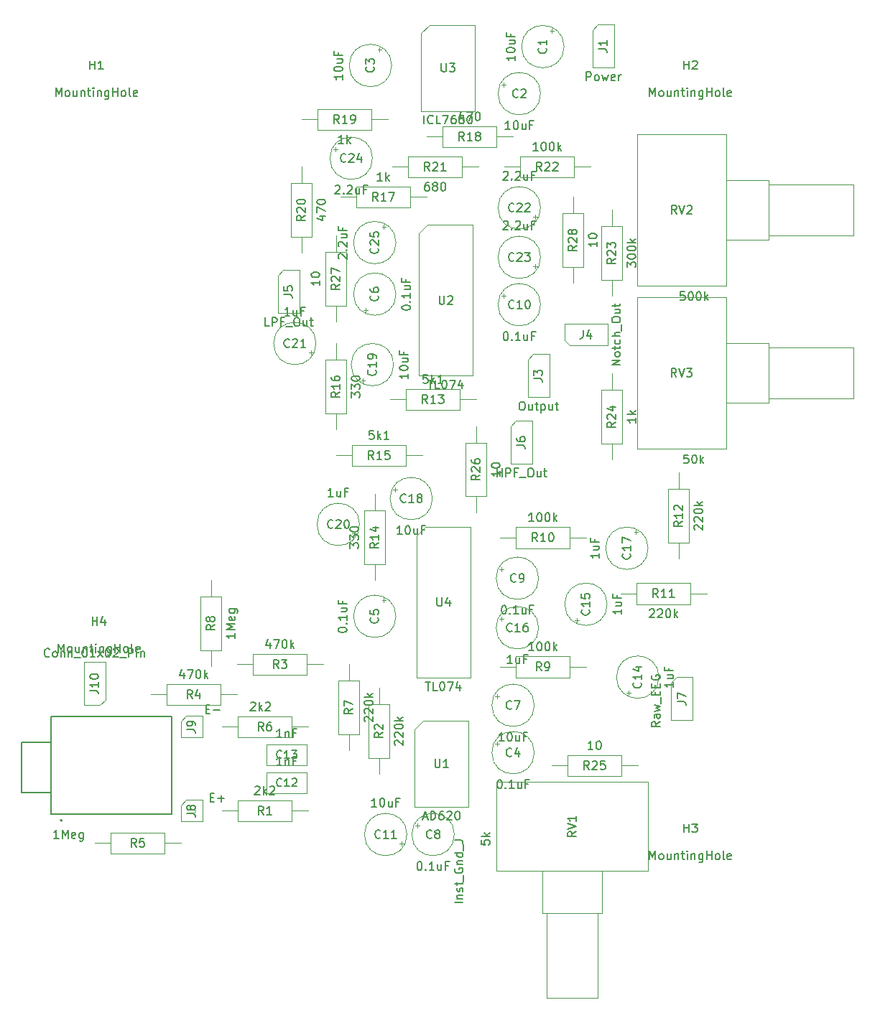
<source format=gbr>
%TF.GenerationSoftware,KiCad,Pcbnew,8.0.4*%
%TF.CreationDate,2025-08-19T11:58:48+03:00*%
%TF.ProjectId,EEG_PCB,4545475f-5043-4422-9e6b-696361645f70,rev?*%
%TF.SameCoordinates,Original*%
%TF.FileFunction,AssemblyDrawing,Top*%
%FSLAX46Y46*%
G04 Gerber Fmt 4.6, Leading zero omitted, Abs format (unit mm)*
G04 Created by KiCad (PCBNEW 8.0.4) date 2025-08-19 11:58:48*
%MOMM*%
%LPD*%
G01*
G04 APERTURE LIST*
%ADD10C,0.150000*%
%ADD11C,0.101600*%
%ADD12C,0.141000*%
%ADD13C,0.100000*%
%ADD14C,0.127000*%
%ADD15C,0.200000*%
G04 APERTURE END LIST*
D10*
X139470475Y-119695580D02*
X139422856Y-119743200D01*
X139422856Y-119743200D02*
X139279999Y-119790819D01*
X139279999Y-119790819D02*
X139184761Y-119790819D01*
X139184761Y-119790819D02*
X139041904Y-119743200D01*
X139041904Y-119743200D02*
X138946666Y-119647961D01*
X138946666Y-119647961D02*
X138899047Y-119552723D01*
X138899047Y-119552723D02*
X138851428Y-119362247D01*
X138851428Y-119362247D02*
X138851428Y-119219390D01*
X138851428Y-119219390D02*
X138899047Y-119028914D01*
X138899047Y-119028914D02*
X138946666Y-118933676D01*
X138946666Y-118933676D02*
X139041904Y-118838438D01*
X139041904Y-118838438D02*
X139184761Y-118790819D01*
X139184761Y-118790819D02*
X139279999Y-118790819D01*
X139279999Y-118790819D02*
X139422856Y-118838438D01*
X139422856Y-118838438D02*
X139470475Y-118886057D01*
X140041904Y-119790819D02*
X139946666Y-119743200D01*
X139946666Y-119743200D02*
X139899047Y-119695580D01*
X139899047Y-119695580D02*
X139851428Y-119600342D01*
X139851428Y-119600342D02*
X139851428Y-119314628D01*
X139851428Y-119314628D02*
X139899047Y-119219390D01*
X139899047Y-119219390D02*
X139946666Y-119171771D01*
X139946666Y-119171771D02*
X140041904Y-119124152D01*
X140041904Y-119124152D02*
X140184761Y-119124152D01*
X140184761Y-119124152D02*
X140279999Y-119171771D01*
X140279999Y-119171771D02*
X140327618Y-119219390D01*
X140327618Y-119219390D02*
X140375237Y-119314628D01*
X140375237Y-119314628D02*
X140375237Y-119600342D01*
X140375237Y-119600342D02*
X140327618Y-119695580D01*
X140327618Y-119695580D02*
X140279999Y-119743200D01*
X140279999Y-119743200D02*
X140184761Y-119790819D01*
X140184761Y-119790819D02*
X140041904Y-119790819D01*
X140803809Y-119124152D02*
X140803809Y-119790819D01*
X140803809Y-119219390D02*
X140851428Y-119171771D01*
X140851428Y-119171771D02*
X140946666Y-119124152D01*
X140946666Y-119124152D02*
X141089523Y-119124152D01*
X141089523Y-119124152D02*
X141184761Y-119171771D01*
X141184761Y-119171771D02*
X141232380Y-119267009D01*
X141232380Y-119267009D02*
X141232380Y-119790819D01*
X141708571Y-119124152D02*
X141708571Y-119790819D01*
X141708571Y-119219390D02*
X141756190Y-119171771D01*
X141756190Y-119171771D02*
X141851428Y-119124152D01*
X141851428Y-119124152D02*
X141994285Y-119124152D01*
X141994285Y-119124152D02*
X142089523Y-119171771D01*
X142089523Y-119171771D02*
X142137142Y-119267009D01*
X142137142Y-119267009D02*
X142137142Y-119790819D01*
X142375238Y-119886057D02*
X143137142Y-119886057D01*
X143565714Y-118790819D02*
X143660952Y-118790819D01*
X143660952Y-118790819D02*
X143756190Y-118838438D01*
X143756190Y-118838438D02*
X143803809Y-118886057D01*
X143803809Y-118886057D02*
X143851428Y-118981295D01*
X143851428Y-118981295D02*
X143899047Y-119171771D01*
X143899047Y-119171771D02*
X143899047Y-119409866D01*
X143899047Y-119409866D02*
X143851428Y-119600342D01*
X143851428Y-119600342D02*
X143803809Y-119695580D01*
X143803809Y-119695580D02*
X143756190Y-119743200D01*
X143756190Y-119743200D02*
X143660952Y-119790819D01*
X143660952Y-119790819D02*
X143565714Y-119790819D01*
X143565714Y-119790819D02*
X143470476Y-119743200D01*
X143470476Y-119743200D02*
X143422857Y-119695580D01*
X143422857Y-119695580D02*
X143375238Y-119600342D01*
X143375238Y-119600342D02*
X143327619Y-119409866D01*
X143327619Y-119409866D02*
X143327619Y-119171771D01*
X143327619Y-119171771D02*
X143375238Y-118981295D01*
X143375238Y-118981295D02*
X143422857Y-118886057D01*
X143422857Y-118886057D02*
X143470476Y-118838438D01*
X143470476Y-118838438D02*
X143565714Y-118790819D01*
X144851428Y-119790819D02*
X144280000Y-119790819D01*
X144565714Y-119790819D02*
X144565714Y-118790819D01*
X144565714Y-118790819D02*
X144470476Y-118933676D01*
X144470476Y-118933676D02*
X144375238Y-119028914D01*
X144375238Y-119028914D02*
X144280000Y-119076533D01*
X145184762Y-119790819D02*
X145708571Y-119124152D01*
X145184762Y-119124152D02*
X145708571Y-119790819D01*
X146280000Y-118790819D02*
X146375238Y-118790819D01*
X146375238Y-118790819D02*
X146470476Y-118838438D01*
X146470476Y-118838438D02*
X146518095Y-118886057D01*
X146518095Y-118886057D02*
X146565714Y-118981295D01*
X146565714Y-118981295D02*
X146613333Y-119171771D01*
X146613333Y-119171771D02*
X146613333Y-119409866D01*
X146613333Y-119409866D02*
X146565714Y-119600342D01*
X146565714Y-119600342D02*
X146518095Y-119695580D01*
X146518095Y-119695580D02*
X146470476Y-119743200D01*
X146470476Y-119743200D02*
X146375238Y-119790819D01*
X146375238Y-119790819D02*
X146280000Y-119790819D01*
X146280000Y-119790819D02*
X146184762Y-119743200D01*
X146184762Y-119743200D02*
X146137143Y-119695580D01*
X146137143Y-119695580D02*
X146089524Y-119600342D01*
X146089524Y-119600342D02*
X146041905Y-119409866D01*
X146041905Y-119409866D02*
X146041905Y-119171771D01*
X146041905Y-119171771D02*
X146089524Y-118981295D01*
X146089524Y-118981295D02*
X146137143Y-118886057D01*
X146137143Y-118886057D02*
X146184762Y-118838438D01*
X146184762Y-118838438D02*
X146280000Y-118790819D01*
X146994286Y-118886057D02*
X147041905Y-118838438D01*
X147041905Y-118838438D02*
X147137143Y-118790819D01*
X147137143Y-118790819D02*
X147375238Y-118790819D01*
X147375238Y-118790819D02*
X147470476Y-118838438D01*
X147470476Y-118838438D02*
X147518095Y-118886057D01*
X147518095Y-118886057D02*
X147565714Y-118981295D01*
X147565714Y-118981295D02*
X147565714Y-119076533D01*
X147565714Y-119076533D02*
X147518095Y-119219390D01*
X147518095Y-119219390D02*
X146946667Y-119790819D01*
X146946667Y-119790819D02*
X147565714Y-119790819D01*
X147756191Y-119886057D02*
X148518095Y-119886057D01*
X148756191Y-119790819D02*
X148756191Y-118790819D01*
X148756191Y-118790819D02*
X149137143Y-118790819D01*
X149137143Y-118790819D02*
X149232381Y-118838438D01*
X149232381Y-118838438D02*
X149280000Y-118886057D01*
X149280000Y-118886057D02*
X149327619Y-118981295D01*
X149327619Y-118981295D02*
X149327619Y-119124152D01*
X149327619Y-119124152D02*
X149280000Y-119219390D01*
X149280000Y-119219390D02*
X149232381Y-119267009D01*
X149232381Y-119267009D02*
X149137143Y-119314628D01*
X149137143Y-119314628D02*
X148756191Y-119314628D01*
X149756191Y-119790819D02*
X149756191Y-119124152D01*
X149756191Y-118790819D02*
X149708572Y-118838438D01*
X149708572Y-118838438D02*
X149756191Y-118886057D01*
X149756191Y-118886057D02*
X149803810Y-118838438D01*
X149803810Y-118838438D02*
X149756191Y-118790819D01*
X149756191Y-118790819D02*
X149756191Y-118886057D01*
X150232381Y-119124152D02*
X150232381Y-119790819D01*
X150232381Y-119219390D02*
X150280000Y-119171771D01*
X150280000Y-119171771D02*
X150375238Y-119124152D01*
X150375238Y-119124152D02*
X150518095Y-119124152D01*
X150518095Y-119124152D02*
X150613333Y-119171771D01*
X150613333Y-119171771D02*
X150660952Y-119267009D01*
X150660952Y-119267009D02*
X150660952Y-119790819D01*
X144234819Y-123745523D02*
X144949104Y-123745523D01*
X144949104Y-123745523D02*
X145091961Y-123793142D01*
X145091961Y-123793142D02*
X145187200Y-123888380D01*
X145187200Y-123888380D02*
X145234819Y-124031237D01*
X145234819Y-124031237D02*
X145234819Y-124126475D01*
X145234819Y-122745523D02*
X145234819Y-123316951D01*
X145234819Y-123031237D02*
X144234819Y-123031237D01*
X144234819Y-123031237D02*
X144377676Y-123126475D01*
X144377676Y-123126475D02*
X144472914Y-123221713D01*
X144472914Y-123221713D02*
X144520533Y-123316951D01*
X144234819Y-122126475D02*
X144234819Y-122031237D01*
X144234819Y-122031237D02*
X144282438Y-121935999D01*
X144282438Y-121935999D02*
X144330057Y-121888380D01*
X144330057Y-121888380D02*
X144425295Y-121840761D01*
X144425295Y-121840761D02*
X144615771Y-121793142D01*
X144615771Y-121793142D02*
X144853866Y-121793142D01*
X144853866Y-121793142D02*
X145044342Y-121840761D01*
X145044342Y-121840761D02*
X145139580Y-121888380D01*
X145139580Y-121888380D02*
X145187200Y-121935999D01*
X145187200Y-121935999D02*
X145234819Y-122031237D01*
X145234819Y-122031237D02*
X145234819Y-122126475D01*
X145234819Y-122126475D02*
X145187200Y-122221713D01*
X145187200Y-122221713D02*
X145139580Y-122269332D01*
X145139580Y-122269332D02*
X145044342Y-122316951D01*
X145044342Y-122316951D02*
X144853866Y-122364570D01*
X144853866Y-122364570D02*
X144615771Y-122364570D01*
X144615771Y-122364570D02*
X144425295Y-122316951D01*
X144425295Y-122316951D02*
X144330057Y-122269332D01*
X144330057Y-122269332D02*
X144282438Y-122221713D01*
X144282438Y-122221713D02*
X144234819Y-122126475D01*
X140502285Y-119224819D02*
X140502285Y-118224819D01*
X140502285Y-118224819D02*
X140835618Y-118939104D01*
X140835618Y-118939104D02*
X141168951Y-118224819D01*
X141168951Y-118224819D02*
X141168951Y-119224819D01*
X141787999Y-119224819D02*
X141692761Y-119177200D01*
X141692761Y-119177200D02*
X141645142Y-119129580D01*
X141645142Y-119129580D02*
X141597523Y-119034342D01*
X141597523Y-119034342D02*
X141597523Y-118748628D01*
X141597523Y-118748628D02*
X141645142Y-118653390D01*
X141645142Y-118653390D02*
X141692761Y-118605771D01*
X141692761Y-118605771D02*
X141787999Y-118558152D01*
X141787999Y-118558152D02*
X141930856Y-118558152D01*
X141930856Y-118558152D02*
X142026094Y-118605771D01*
X142026094Y-118605771D02*
X142073713Y-118653390D01*
X142073713Y-118653390D02*
X142121332Y-118748628D01*
X142121332Y-118748628D02*
X142121332Y-119034342D01*
X142121332Y-119034342D02*
X142073713Y-119129580D01*
X142073713Y-119129580D02*
X142026094Y-119177200D01*
X142026094Y-119177200D02*
X141930856Y-119224819D01*
X141930856Y-119224819D02*
X141787999Y-119224819D01*
X142978475Y-118558152D02*
X142978475Y-119224819D01*
X142549904Y-118558152D02*
X142549904Y-119081961D01*
X142549904Y-119081961D02*
X142597523Y-119177200D01*
X142597523Y-119177200D02*
X142692761Y-119224819D01*
X142692761Y-119224819D02*
X142835618Y-119224819D01*
X142835618Y-119224819D02*
X142930856Y-119177200D01*
X142930856Y-119177200D02*
X142978475Y-119129580D01*
X143454666Y-118558152D02*
X143454666Y-119224819D01*
X143454666Y-118653390D02*
X143502285Y-118605771D01*
X143502285Y-118605771D02*
X143597523Y-118558152D01*
X143597523Y-118558152D02*
X143740380Y-118558152D01*
X143740380Y-118558152D02*
X143835618Y-118605771D01*
X143835618Y-118605771D02*
X143883237Y-118701009D01*
X143883237Y-118701009D02*
X143883237Y-119224819D01*
X144216571Y-118558152D02*
X144597523Y-118558152D01*
X144359428Y-118224819D02*
X144359428Y-119081961D01*
X144359428Y-119081961D02*
X144407047Y-119177200D01*
X144407047Y-119177200D02*
X144502285Y-119224819D01*
X144502285Y-119224819D02*
X144597523Y-119224819D01*
X144930857Y-119224819D02*
X144930857Y-118558152D01*
X144930857Y-118224819D02*
X144883238Y-118272438D01*
X144883238Y-118272438D02*
X144930857Y-118320057D01*
X144930857Y-118320057D02*
X144978476Y-118272438D01*
X144978476Y-118272438D02*
X144930857Y-118224819D01*
X144930857Y-118224819D02*
X144930857Y-118320057D01*
X145407047Y-118558152D02*
X145407047Y-119224819D01*
X145407047Y-118653390D02*
X145454666Y-118605771D01*
X145454666Y-118605771D02*
X145549904Y-118558152D01*
X145549904Y-118558152D02*
X145692761Y-118558152D01*
X145692761Y-118558152D02*
X145787999Y-118605771D01*
X145787999Y-118605771D02*
X145835618Y-118701009D01*
X145835618Y-118701009D02*
X145835618Y-119224819D01*
X146740380Y-118558152D02*
X146740380Y-119367676D01*
X146740380Y-119367676D02*
X146692761Y-119462914D01*
X146692761Y-119462914D02*
X146645142Y-119510533D01*
X146645142Y-119510533D02*
X146549904Y-119558152D01*
X146549904Y-119558152D02*
X146407047Y-119558152D01*
X146407047Y-119558152D02*
X146311809Y-119510533D01*
X146740380Y-119177200D02*
X146645142Y-119224819D01*
X146645142Y-119224819D02*
X146454666Y-119224819D01*
X146454666Y-119224819D02*
X146359428Y-119177200D01*
X146359428Y-119177200D02*
X146311809Y-119129580D01*
X146311809Y-119129580D02*
X146264190Y-119034342D01*
X146264190Y-119034342D02*
X146264190Y-118748628D01*
X146264190Y-118748628D02*
X146311809Y-118653390D01*
X146311809Y-118653390D02*
X146359428Y-118605771D01*
X146359428Y-118605771D02*
X146454666Y-118558152D01*
X146454666Y-118558152D02*
X146645142Y-118558152D01*
X146645142Y-118558152D02*
X146740380Y-118605771D01*
X147216571Y-119224819D02*
X147216571Y-118224819D01*
X147216571Y-118701009D02*
X147787999Y-118701009D01*
X147787999Y-119224819D02*
X147787999Y-118224819D01*
X148407047Y-119224819D02*
X148311809Y-119177200D01*
X148311809Y-119177200D02*
X148264190Y-119129580D01*
X148264190Y-119129580D02*
X148216571Y-119034342D01*
X148216571Y-119034342D02*
X148216571Y-118748628D01*
X148216571Y-118748628D02*
X148264190Y-118653390D01*
X148264190Y-118653390D02*
X148311809Y-118605771D01*
X148311809Y-118605771D02*
X148407047Y-118558152D01*
X148407047Y-118558152D02*
X148549904Y-118558152D01*
X148549904Y-118558152D02*
X148645142Y-118605771D01*
X148645142Y-118605771D02*
X148692761Y-118653390D01*
X148692761Y-118653390D02*
X148740380Y-118748628D01*
X148740380Y-118748628D02*
X148740380Y-119034342D01*
X148740380Y-119034342D02*
X148692761Y-119129580D01*
X148692761Y-119129580D02*
X148645142Y-119177200D01*
X148645142Y-119177200D02*
X148549904Y-119224819D01*
X148549904Y-119224819D02*
X148407047Y-119224819D01*
X149311809Y-119224819D02*
X149216571Y-119177200D01*
X149216571Y-119177200D02*
X149168952Y-119081961D01*
X149168952Y-119081961D02*
X149168952Y-118224819D01*
X150073714Y-119177200D02*
X149978476Y-119224819D01*
X149978476Y-119224819D02*
X149788000Y-119224819D01*
X149788000Y-119224819D02*
X149692762Y-119177200D01*
X149692762Y-119177200D02*
X149645143Y-119081961D01*
X149645143Y-119081961D02*
X149645143Y-118701009D01*
X149645143Y-118701009D02*
X149692762Y-118605771D01*
X149692762Y-118605771D02*
X149788000Y-118558152D01*
X149788000Y-118558152D02*
X149978476Y-118558152D01*
X149978476Y-118558152D02*
X150073714Y-118605771D01*
X150073714Y-118605771D02*
X150121333Y-118701009D01*
X150121333Y-118701009D02*
X150121333Y-118796247D01*
X150121333Y-118796247D02*
X149645143Y-118891485D01*
X144526095Y-116024819D02*
X144526095Y-115024819D01*
X144526095Y-115501009D02*
X145097523Y-115501009D01*
X145097523Y-116024819D02*
X145097523Y-115024819D01*
X146002285Y-115358152D02*
X146002285Y-116024819D01*
X145764190Y-114977200D02*
X145526095Y-115691485D01*
X145526095Y-115691485D02*
X146145142Y-115691485D01*
X210214285Y-143654819D02*
X210214285Y-142654819D01*
X210214285Y-142654819D02*
X210547618Y-143369104D01*
X210547618Y-143369104D02*
X210880951Y-142654819D01*
X210880951Y-142654819D02*
X210880951Y-143654819D01*
X211499999Y-143654819D02*
X211404761Y-143607200D01*
X211404761Y-143607200D02*
X211357142Y-143559580D01*
X211357142Y-143559580D02*
X211309523Y-143464342D01*
X211309523Y-143464342D02*
X211309523Y-143178628D01*
X211309523Y-143178628D02*
X211357142Y-143083390D01*
X211357142Y-143083390D02*
X211404761Y-143035771D01*
X211404761Y-143035771D02*
X211499999Y-142988152D01*
X211499999Y-142988152D02*
X211642856Y-142988152D01*
X211642856Y-142988152D02*
X211738094Y-143035771D01*
X211738094Y-143035771D02*
X211785713Y-143083390D01*
X211785713Y-143083390D02*
X211833332Y-143178628D01*
X211833332Y-143178628D02*
X211833332Y-143464342D01*
X211833332Y-143464342D02*
X211785713Y-143559580D01*
X211785713Y-143559580D02*
X211738094Y-143607200D01*
X211738094Y-143607200D02*
X211642856Y-143654819D01*
X211642856Y-143654819D02*
X211499999Y-143654819D01*
X212690475Y-142988152D02*
X212690475Y-143654819D01*
X212261904Y-142988152D02*
X212261904Y-143511961D01*
X212261904Y-143511961D02*
X212309523Y-143607200D01*
X212309523Y-143607200D02*
X212404761Y-143654819D01*
X212404761Y-143654819D02*
X212547618Y-143654819D01*
X212547618Y-143654819D02*
X212642856Y-143607200D01*
X212642856Y-143607200D02*
X212690475Y-143559580D01*
X213166666Y-142988152D02*
X213166666Y-143654819D01*
X213166666Y-143083390D02*
X213214285Y-143035771D01*
X213214285Y-143035771D02*
X213309523Y-142988152D01*
X213309523Y-142988152D02*
X213452380Y-142988152D01*
X213452380Y-142988152D02*
X213547618Y-143035771D01*
X213547618Y-143035771D02*
X213595237Y-143131009D01*
X213595237Y-143131009D02*
X213595237Y-143654819D01*
X213928571Y-142988152D02*
X214309523Y-142988152D01*
X214071428Y-142654819D02*
X214071428Y-143511961D01*
X214071428Y-143511961D02*
X214119047Y-143607200D01*
X214119047Y-143607200D02*
X214214285Y-143654819D01*
X214214285Y-143654819D02*
X214309523Y-143654819D01*
X214642857Y-143654819D02*
X214642857Y-142988152D01*
X214642857Y-142654819D02*
X214595238Y-142702438D01*
X214595238Y-142702438D02*
X214642857Y-142750057D01*
X214642857Y-142750057D02*
X214690476Y-142702438D01*
X214690476Y-142702438D02*
X214642857Y-142654819D01*
X214642857Y-142654819D02*
X214642857Y-142750057D01*
X215119047Y-142988152D02*
X215119047Y-143654819D01*
X215119047Y-143083390D02*
X215166666Y-143035771D01*
X215166666Y-143035771D02*
X215261904Y-142988152D01*
X215261904Y-142988152D02*
X215404761Y-142988152D01*
X215404761Y-142988152D02*
X215499999Y-143035771D01*
X215499999Y-143035771D02*
X215547618Y-143131009D01*
X215547618Y-143131009D02*
X215547618Y-143654819D01*
X216452380Y-142988152D02*
X216452380Y-143797676D01*
X216452380Y-143797676D02*
X216404761Y-143892914D01*
X216404761Y-143892914D02*
X216357142Y-143940533D01*
X216357142Y-143940533D02*
X216261904Y-143988152D01*
X216261904Y-143988152D02*
X216119047Y-143988152D01*
X216119047Y-143988152D02*
X216023809Y-143940533D01*
X216452380Y-143607200D02*
X216357142Y-143654819D01*
X216357142Y-143654819D02*
X216166666Y-143654819D01*
X216166666Y-143654819D02*
X216071428Y-143607200D01*
X216071428Y-143607200D02*
X216023809Y-143559580D01*
X216023809Y-143559580D02*
X215976190Y-143464342D01*
X215976190Y-143464342D02*
X215976190Y-143178628D01*
X215976190Y-143178628D02*
X216023809Y-143083390D01*
X216023809Y-143083390D02*
X216071428Y-143035771D01*
X216071428Y-143035771D02*
X216166666Y-142988152D01*
X216166666Y-142988152D02*
X216357142Y-142988152D01*
X216357142Y-142988152D02*
X216452380Y-143035771D01*
X216928571Y-143654819D02*
X216928571Y-142654819D01*
X216928571Y-143131009D02*
X217499999Y-143131009D01*
X217499999Y-143654819D02*
X217499999Y-142654819D01*
X218119047Y-143654819D02*
X218023809Y-143607200D01*
X218023809Y-143607200D02*
X217976190Y-143559580D01*
X217976190Y-143559580D02*
X217928571Y-143464342D01*
X217928571Y-143464342D02*
X217928571Y-143178628D01*
X217928571Y-143178628D02*
X217976190Y-143083390D01*
X217976190Y-143083390D02*
X218023809Y-143035771D01*
X218023809Y-143035771D02*
X218119047Y-142988152D01*
X218119047Y-142988152D02*
X218261904Y-142988152D01*
X218261904Y-142988152D02*
X218357142Y-143035771D01*
X218357142Y-143035771D02*
X218404761Y-143083390D01*
X218404761Y-143083390D02*
X218452380Y-143178628D01*
X218452380Y-143178628D02*
X218452380Y-143464342D01*
X218452380Y-143464342D02*
X218404761Y-143559580D01*
X218404761Y-143559580D02*
X218357142Y-143607200D01*
X218357142Y-143607200D02*
X218261904Y-143654819D01*
X218261904Y-143654819D02*
X218119047Y-143654819D01*
X219023809Y-143654819D02*
X218928571Y-143607200D01*
X218928571Y-143607200D02*
X218880952Y-143511961D01*
X218880952Y-143511961D02*
X218880952Y-142654819D01*
X219785714Y-143607200D02*
X219690476Y-143654819D01*
X219690476Y-143654819D02*
X219500000Y-143654819D01*
X219500000Y-143654819D02*
X219404762Y-143607200D01*
X219404762Y-143607200D02*
X219357143Y-143511961D01*
X219357143Y-143511961D02*
X219357143Y-143131009D01*
X219357143Y-143131009D02*
X219404762Y-143035771D01*
X219404762Y-143035771D02*
X219500000Y-142988152D01*
X219500000Y-142988152D02*
X219690476Y-142988152D01*
X219690476Y-142988152D02*
X219785714Y-143035771D01*
X219785714Y-143035771D02*
X219833333Y-143131009D01*
X219833333Y-143131009D02*
X219833333Y-143226247D01*
X219833333Y-143226247D02*
X219357143Y-143321485D01*
X214238095Y-140454819D02*
X214238095Y-139454819D01*
X214238095Y-139931009D02*
X214809523Y-139931009D01*
X214809523Y-140454819D02*
X214809523Y-139454819D01*
X215190476Y-139454819D02*
X215809523Y-139454819D01*
X215809523Y-139454819D02*
X215476190Y-139835771D01*
X215476190Y-139835771D02*
X215619047Y-139835771D01*
X215619047Y-139835771D02*
X215714285Y-139883390D01*
X215714285Y-139883390D02*
X215761904Y-139931009D01*
X215761904Y-139931009D02*
X215809523Y-140026247D01*
X215809523Y-140026247D02*
X215809523Y-140264342D01*
X215809523Y-140264342D02*
X215761904Y-140359580D01*
X215761904Y-140359580D02*
X215714285Y-140407200D01*
X215714285Y-140407200D02*
X215619047Y-140454819D01*
X215619047Y-140454819D02*
X215333333Y-140454819D01*
X215333333Y-140454819D02*
X215238095Y-140407200D01*
X215238095Y-140407200D02*
X215190476Y-140359580D01*
X210214285Y-53654819D02*
X210214285Y-52654819D01*
X210214285Y-52654819D02*
X210547618Y-53369104D01*
X210547618Y-53369104D02*
X210880951Y-52654819D01*
X210880951Y-52654819D02*
X210880951Y-53654819D01*
X211499999Y-53654819D02*
X211404761Y-53607200D01*
X211404761Y-53607200D02*
X211357142Y-53559580D01*
X211357142Y-53559580D02*
X211309523Y-53464342D01*
X211309523Y-53464342D02*
X211309523Y-53178628D01*
X211309523Y-53178628D02*
X211357142Y-53083390D01*
X211357142Y-53083390D02*
X211404761Y-53035771D01*
X211404761Y-53035771D02*
X211499999Y-52988152D01*
X211499999Y-52988152D02*
X211642856Y-52988152D01*
X211642856Y-52988152D02*
X211738094Y-53035771D01*
X211738094Y-53035771D02*
X211785713Y-53083390D01*
X211785713Y-53083390D02*
X211833332Y-53178628D01*
X211833332Y-53178628D02*
X211833332Y-53464342D01*
X211833332Y-53464342D02*
X211785713Y-53559580D01*
X211785713Y-53559580D02*
X211738094Y-53607200D01*
X211738094Y-53607200D02*
X211642856Y-53654819D01*
X211642856Y-53654819D02*
X211499999Y-53654819D01*
X212690475Y-52988152D02*
X212690475Y-53654819D01*
X212261904Y-52988152D02*
X212261904Y-53511961D01*
X212261904Y-53511961D02*
X212309523Y-53607200D01*
X212309523Y-53607200D02*
X212404761Y-53654819D01*
X212404761Y-53654819D02*
X212547618Y-53654819D01*
X212547618Y-53654819D02*
X212642856Y-53607200D01*
X212642856Y-53607200D02*
X212690475Y-53559580D01*
X213166666Y-52988152D02*
X213166666Y-53654819D01*
X213166666Y-53083390D02*
X213214285Y-53035771D01*
X213214285Y-53035771D02*
X213309523Y-52988152D01*
X213309523Y-52988152D02*
X213452380Y-52988152D01*
X213452380Y-52988152D02*
X213547618Y-53035771D01*
X213547618Y-53035771D02*
X213595237Y-53131009D01*
X213595237Y-53131009D02*
X213595237Y-53654819D01*
X213928571Y-52988152D02*
X214309523Y-52988152D01*
X214071428Y-52654819D02*
X214071428Y-53511961D01*
X214071428Y-53511961D02*
X214119047Y-53607200D01*
X214119047Y-53607200D02*
X214214285Y-53654819D01*
X214214285Y-53654819D02*
X214309523Y-53654819D01*
X214642857Y-53654819D02*
X214642857Y-52988152D01*
X214642857Y-52654819D02*
X214595238Y-52702438D01*
X214595238Y-52702438D02*
X214642857Y-52750057D01*
X214642857Y-52750057D02*
X214690476Y-52702438D01*
X214690476Y-52702438D02*
X214642857Y-52654819D01*
X214642857Y-52654819D02*
X214642857Y-52750057D01*
X215119047Y-52988152D02*
X215119047Y-53654819D01*
X215119047Y-53083390D02*
X215166666Y-53035771D01*
X215166666Y-53035771D02*
X215261904Y-52988152D01*
X215261904Y-52988152D02*
X215404761Y-52988152D01*
X215404761Y-52988152D02*
X215499999Y-53035771D01*
X215499999Y-53035771D02*
X215547618Y-53131009D01*
X215547618Y-53131009D02*
X215547618Y-53654819D01*
X216452380Y-52988152D02*
X216452380Y-53797676D01*
X216452380Y-53797676D02*
X216404761Y-53892914D01*
X216404761Y-53892914D02*
X216357142Y-53940533D01*
X216357142Y-53940533D02*
X216261904Y-53988152D01*
X216261904Y-53988152D02*
X216119047Y-53988152D01*
X216119047Y-53988152D02*
X216023809Y-53940533D01*
X216452380Y-53607200D02*
X216357142Y-53654819D01*
X216357142Y-53654819D02*
X216166666Y-53654819D01*
X216166666Y-53654819D02*
X216071428Y-53607200D01*
X216071428Y-53607200D02*
X216023809Y-53559580D01*
X216023809Y-53559580D02*
X215976190Y-53464342D01*
X215976190Y-53464342D02*
X215976190Y-53178628D01*
X215976190Y-53178628D02*
X216023809Y-53083390D01*
X216023809Y-53083390D02*
X216071428Y-53035771D01*
X216071428Y-53035771D02*
X216166666Y-52988152D01*
X216166666Y-52988152D02*
X216357142Y-52988152D01*
X216357142Y-52988152D02*
X216452380Y-53035771D01*
X216928571Y-53654819D02*
X216928571Y-52654819D01*
X216928571Y-53131009D02*
X217499999Y-53131009D01*
X217499999Y-53654819D02*
X217499999Y-52654819D01*
X218119047Y-53654819D02*
X218023809Y-53607200D01*
X218023809Y-53607200D02*
X217976190Y-53559580D01*
X217976190Y-53559580D02*
X217928571Y-53464342D01*
X217928571Y-53464342D02*
X217928571Y-53178628D01*
X217928571Y-53178628D02*
X217976190Y-53083390D01*
X217976190Y-53083390D02*
X218023809Y-53035771D01*
X218023809Y-53035771D02*
X218119047Y-52988152D01*
X218119047Y-52988152D02*
X218261904Y-52988152D01*
X218261904Y-52988152D02*
X218357142Y-53035771D01*
X218357142Y-53035771D02*
X218404761Y-53083390D01*
X218404761Y-53083390D02*
X218452380Y-53178628D01*
X218452380Y-53178628D02*
X218452380Y-53464342D01*
X218452380Y-53464342D02*
X218404761Y-53559580D01*
X218404761Y-53559580D02*
X218357142Y-53607200D01*
X218357142Y-53607200D02*
X218261904Y-53654819D01*
X218261904Y-53654819D02*
X218119047Y-53654819D01*
X219023809Y-53654819D02*
X218928571Y-53607200D01*
X218928571Y-53607200D02*
X218880952Y-53511961D01*
X218880952Y-53511961D02*
X218880952Y-52654819D01*
X219785714Y-53607200D02*
X219690476Y-53654819D01*
X219690476Y-53654819D02*
X219500000Y-53654819D01*
X219500000Y-53654819D02*
X219404762Y-53607200D01*
X219404762Y-53607200D02*
X219357143Y-53511961D01*
X219357143Y-53511961D02*
X219357143Y-53131009D01*
X219357143Y-53131009D02*
X219404762Y-53035771D01*
X219404762Y-53035771D02*
X219500000Y-52988152D01*
X219500000Y-52988152D02*
X219690476Y-52988152D01*
X219690476Y-52988152D02*
X219785714Y-53035771D01*
X219785714Y-53035771D02*
X219833333Y-53131009D01*
X219833333Y-53131009D02*
X219833333Y-53226247D01*
X219833333Y-53226247D02*
X219357143Y-53321485D01*
X214238095Y-50454819D02*
X214238095Y-49454819D01*
X214238095Y-49931009D02*
X214809523Y-49931009D01*
X214809523Y-50454819D02*
X214809523Y-49454819D01*
X215238095Y-49550057D02*
X215285714Y-49502438D01*
X215285714Y-49502438D02*
X215380952Y-49454819D01*
X215380952Y-49454819D02*
X215619047Y-49454819D01*
X215619047Y-49454819D02*
X215714285Y-49502438D01*
X215714285Y-49502438D02*
X215761904Y-49550057D01*
X215761904Y-49550057D02*
X215809523Y-49645295D01*
X215809523Y-49645295D02*
X215809523Y-49740533D01*
X215809523Y-49740533D02*
X215761904Y-49883390D01*
X215761904Y-49883390D02*
X215190476Y-50454819D01*
X215190476Y-50454819D02*
X215809523Y-50454819D01*
X140214285Y-53654819D02*
X140214285Y-52654819D01*
X140214285Y-52654819D02*
X140547618Y-53369104D01*
X140547618Y-53369104D02*
X140880951Y-52654819D01*
X140880951Y-52654819D02*
X140880951Y-53654819D01*
X141499999Y-53654819D02*
X141404761Y-53607200D01*
X141404761Y-53607200D02*
X141357142Y-53559580D01*
X141357142Y-53559580D02*
X141309523Y-53464342D01*
X141309523Y-53464342D02*
X141309523Y-53178628D01*
X141309523Y-53178628D02*
X141357142Y-53083390D01*
X141357142Y-53083390D02*
X141404761Y-53035771D01*
X141404761Y-53035771D02*
X141499999Y-52988152D01*
X141499999Y-52988152D02*
X141642856Y-52988152D01*
X141642856Y-52988152D02*
X141738094Y-53035771D01*
X141738094Y-53035771D02*
X141785713Y-53083390D01*
X141785713Y-53083390D02*
X141833332Y-53178628D01*
X141833332Y-53178628D02*
X141833332Y-53464342D01*
X141833332Y-53464342D02*
X141785713Y-53559580D01*
X141785713Y-53559580D02*
X141738094Y-53607200D01*
X141738094Y-53607200D02*
X141642856Y-53654819D01*
X141642856Y-53654819D02*
X141499999Y-53654819D01*
X142690475Y-52988152D02*
X142690475Y-53654819D01*
X142261904Y-52988152D02*
X142261904Y-53511961D01*
X142261904Y-53511961D02*
X142309523Y-53607200D01*
X142309523Y-53607200D02*
X142404761Y-53654819D01*
X142404761Y-53654819D02*
X142547618Y-53654819D01*
X142547618Y-53654819D02*
X142642856Y-53607200D01*
X142642856Y-53607200D02*
X142690475Y-53559580D01*
X143166666Y-52988152D02*
X143166666Y-53654819D01*
X143166666Y-53083390D02*
X143214285Y-53035771D01*
X143214285Y-53035771D02*
X143309523Y-52988152D01*
X143309523Y-52988152D02*
X143452380Y-52988152D01*
X143452380Y-52988152D02*
X143547618Y-53035771D01*
X143547618Y-53035771D02*
X143595237Y-53131009D01*
X143595237Y-53131009D02*
X143595237Y-53654819D01*
X143928571Y-52988152D02*
X144309523Y-52988152D01*
X144071428Y-52654819D02*
X144071428Y-53511961D01*
X144071428Y-53511961D02*
X144119047Y-53607200D01*
X144119047Y-53607200D02*
X144214285Y-53654819D01*
X144214285Y-53654819D02*
X144309523Y-53654819D01*
X144642857Y-53654819D02*
X144642857Y-52988152D01*
X144642857Y-52654819D02*
X144595238Y-52702438D01*
X144595238Y-52702438D02*
X144642857Y-52750057D01*
X144642857Y-52750057D02*
X144690476Y-52702438D01*
X144690476Y-52702438D02*
X144642857Y-52654819D01*
X144642857Y-52654819D02*
X144642857Y-52750057D01*
X145119047Y-52988152D02*
X145119047Y-53654819D01*
X145119047Y-53083390D02*
X145166666Y-53035771D01*
X145166666Y-53035771D02*
X145261904Y-52988152D01*
X145261904Y-52988152D02*
X145404761Y-52988152D01*
X145404761Y-52988152D02*
X145499999Y-53035771D01*
X145499999Y-53035771D02*
X145547618Y-53131009D01*
X145547618Y-53131009D02*
X145547618Y-53654819D01*
X146452380Y-52988152D02*
X146452380Y-53797676D01*
X146452380Y-53797676D02*
X146404761Y-53892914D01*
X146404761Y-53892914D02*
X146357142Y-53940533D01*
X146357142Y-53940533D02*
X146261904Y-53988152D01*
X146261904Y-53988152D02*
X146119047Y-53988152D01*
X146119047Y-53988152D02*
X146023809Y-53940533D01*
X146452380Y-53607200D02*
X146357142Y-53654819D01*
X146357142Y-53654819D02*
X146166666Y-53654819D01*
X146166666Y-53654819D02*
X146071428Y-53607200D01*
X146071428Y-53607200D02*
X146023809Y-53559580D01*
X146023809Y-53559580D02*
X145976190Y-53464342D01*
X145976190Y-53464342D02*
X145976190Y-53178628D01*
X145976190Y-53178628D02*
X146023809Y-53083390D01*
X146023809Y-53083390D02*
X146071428Y-53035771D01*
X146071428Y-53035771D02*
X146166666Y-52988152D01*
X146166666Y-52988152D02*
X146357142Y-52988152D01*
X146357142Y-52988152D02*
X146452380Y-53035771D01*
X146928571Y-53654819D02*
X146928571Y-52654819D01*
X146928571Y-53131009D02*
X147499999Y-53131009D01*
X147499999Y-53654819D02*
X147499999Y-52654819D01*
X148119047Y-53654819D02*
X148023809Y-53607200D01*
X148023809Y-53607200D02*
X147976190Y-53559580D01*
X147976190Y-53559580D02*
X147928571Y-53464342D01*
X147928571Y-53464342D02*
X147928571Y-53178628D01*
X147928571Y-53178628D02*
X147976190Y-53083390D01*
X147976190Y-53083390D02*
X148023809Y-53035771D01*
X148023809Y-53035771D02*
X148119047Y-52988152D01*
X148119047Y-52988152D02*
X148261904Y-52988152D01*
X148261904Y-52988152D02*
X148357142Y-53035771D01*
X148357142Y-53035771D02*
X148404761Y-53083390D01*
X148404761Y-53083390D02*
X148452380Y-53178628D01*
X148452380Y-53178628D02*
X148452380Y-53464342D01*
X148452380Y-53464342D02*
X148404761Y-53559580D01*
X148404761Y-53559580D02*
X148357142Y-53607200D01*
X148357142Y-53607200D02*
X148261904Y-53654819D01*
X148261904Y-53654819D02*
X148119047Y-53654819D01*
X149023809Y-53654819D02*
X148928571Y-53607200D01*
X148928571Y-53607200D02*
X148880952Y-53511961D01*
X148880952Y-53511961D02*
X148880952Y-52654819D01*
X149785714Y-53607200D02*
X149690476Y-53654819D01*
X149690476Y-53654819D02*
X149500000Y-53654819D01*
X149500000Y-53654819D02*
X149404762Y-53607200D01*
X149404762Y-53607200D02*
X149357143Y-53511961D01*
X149357143Y-53511961D02*
X149357143Y-53131009D01*
X149357143Y-53131009D02*
X149404762Y-53035771D01*
X149404762Y-53035771D02*
X149500000Y-52988152D01*
X149500000Y-52988152D02*
X149690476Y-52988152D01*
X149690476Y-52988152D02*
X149785714Y-53035771D01*
X149785714Y-53035771D02*
X149833333Y-53131009D01*
X149833333Y-53131009D02*
X149833333Y-53226247D01*
X149833333Y-53226247D02*
X149357143Y-53321485D01*
X144238095Y-50454819D02*
X144238095Y-49454819D01*
X144238095Y-49931009D02*
X144809523Y-49931009D01*
X144809523Y-50454819D02*
X144809523Y-49454819D01*
X145809523Y-50454819D02*
X145238095Y-50454819D01*
X145523809Y-50454819D02*
X145523809Y-49454819D01*
X145523809Y-49454819D02*
X145428571Y-49597676D01*
X145428571Y-49597676D02*
X145333333Y-49692914D01*
X145333333Y-49692914D02*
X145238095Y-49740533D01*
D11*
X156627649Y-138377881D02*
X156572011Y-138322243D01*
X156572011Y-138322243D02*
X156516373Y-138210967D01*
X156516373Y-138210967D02*
X156627649Y-137988415D01*
X156627649Y-137988415D02*
X156572011Y-137877138D01*
X156572011Y-137877138D02*
X156516373Y-137821500D01*
D10*
X193766571Y-57544819D02*
X193195143Y-57544819D01*
X193480857Y-57544819D02*
X193480857Y-56544819D01*
X193480857Y-56544819D02*
X193385619Y-56687676D01*
X193385619Y-56687676D02*
X193290381Y-56782914D01*
X193290381Y-56782914D02*
X193195143Y-56830533D01*
X194385619Y-56544819D02*
X194480857Y-56544819D01*
X194480857Y-56544819D02*
X194576095Y-56592438D01*
X194576095Y-56592438D02*
X194623714Y-56640057D01*
X194623714Y-56640057D02*
X194671333Y-56735295D01*
X194671333Y-56735295D02*
X194718952Y-56925771D01*
X194718952Y-56925771D02*
X194718952Y-57163866D01*
X194718952Y-57163866D02*
X194671333Y-57354342D01*
X194671333Y-57354342D02*
X194623714Y-57449580D01*
X194623714Y-57449580D02*
X194576095Y-57497200D01*
X194576095Y-57497200D02*
X194480857Y-57544819D01*
X194480857Y-57544819D02*
X194385619Y-57544819D01*
X194385619Y-57544819D02*
X194290381Y-57497200D01*
X194290381Y-57497200D02*
X194242762Y-57449580D01*
X194242762Y-57449580D02*
X194195143Y-57354342D01*
X194195143Y-57354342D02*
X194147524Y-57163866D01*
X194147524Y-57163866D02*
X194147524Y-56925771D01*
X194147524Y-56925771D02*
X194195143Y-56735295D01*
X194195143Y-56735295D02*
X194242762Y-56640057D01*
X194242762Y-56640057D02*
X194290381Y-56592438D01*
X194290381Y-56592438D02*
X194385619Y-56544819D01*
X195576095Y-56878152D02*
X195576095Y-57544819D01*
X195147524Y-56878152D02*
X195147524Y-57401961D01*
X195147524Y-57401961D02*
X195195143Y-57497200D01*
X195195143Y-57497200D02*
X195290381Y-57544819D01*
X195290381Y-57544819D02*
X195433238Y-57544819D01*
X195433238Y-57544819D02*
X195528476Y-57497200D01*
X195528476Y-57497200D02*
X195576095Y-57449580D01*
X196385619Y-57021009D02*
X196052286Y-57021009D01*
X196052286Y-57544819D02*
X196052286Y-56544819D01*
X196052286Y-56544819D02*
X196528476Y-56544819D01*
X194671333Y-53699580D02*
X194623714Y-53747200D01*
X194623714Y-53747200D02*
X194480857Y-53794819D01*
X194480857Y-53794819D02*
X194385619Y-53794819D01*
X194385619Y-53794819D02*
X194242762Y-53747200D01*
X194242762Y-53747200D02*
X194147524Y-53651961D01*
X194147524Y-53651961D02*
X194099905Y-53556723D01*
X194099905Y-53556723D02*
X194052286Y-53366247D01*
X194052286Y-53366247D02*
X194052286Y-53223390D01*
X194052286Y-53223390D02*
X194099905Y-53032914D01*
X194099905Y-53032914D02*
X194147524Y-52937676D01*
X194147524Y-52937676D02*
X194242762Y-52842438D01*
X194242762Y-52842438D02*
X194385619Y-52794819D01*
X194385619Y-52794819D02*
X194480857Y-52794819D01*
X194480857Y-52794819D02*
X194623714Y-52842438D01*
X194623714Y-52842438D02*
X194671333Y-52890057D01*
X195052286Y-52890057D02*
X195099905Y-52842438D01*
X195099905Y-52842438D02*
X195195143Y-52794819D01*
X195195143Y-52794819D02*
X195433238Y-52794819D01*
X195433238Y-52794819D02*
X195528476Y-52842438D01*
X195528476Y-52842438D02*
X195576095Y-52890057D01*
X195576095Y-52890057D02*
X195623714Y-52985295D01*
X195623714Y-52985295D02*
X195623714Y-53080533D01*
X195623714Y-53080533D02*
X195576095Y-53223390D01*
X195576095Y-53223390D02*
X195004667Y-53794819D01*
X195004667Y-53794819D02*
X195623714Y-53794819D01*
X163171333Y-125196057D02*
X163218952Y-125148438D01*
X163218952Y-125148438D02*
X163314190Y-125100819D01*
X163314190Y-125100819D02*
X163552285Y-125100819D01*
X163552285Y-125100819D02*
X163647523Y-125148438D01*
X163647523Y-125148438D02*
X163695142Y-125196057D01*
X163695142Y-125196057D02*
X163742761Y-125291295D01*
X163742761Y-125291295D02*
X163742761Y-125386533D01*
X163742761Y-125386533D02*
X163695142Y-125529390D01*
X163695142Y-125529390D02*
X163123714Y-126100819D01*
X163123714Y-126100819D02*
X163742761Y-126100819D01*
X164171333Y-126100819D02*
X164171333Y-125100819D01*
X164266571Y-125719866D02*
X164552285Y-126100819D01*
X164552285Y-125434152D02*
X164171333Y-125815104D01*
X164933238Y-125196057D02*
X164980857Y-125148438D01*
X164980857Y-125148438D02*
X165076095Y-125100819D01*
X165076095Y-125100819D02*
X165314190Y-125100819D01*
X165314190Y-125100819D02*
X165409428Y-125148438D01*
X165409428Y-125148438D02*
X165457047Y-125196057D01*
X165457047Y-125196057D02*
X165504666Y-125291295D01*
X165504666Y-125291295D02*
X165504666Y-125386533D01*
X165504666Y-125386533D02*
X165457047Y-125529390D01*
X165457047Y-125529390D02*
X164885619Y-126100819D01*
X164885619Y-126100819D02*
X165504666Y-126100819D01*
X164679333Y-128470819D02*
X164346000Y-127994628D01*
X164107905Y-128470819D02*
X164107905Y-127470819D01*
X164107905Y-127470819D02*
X164488857Y-127470819D01*
X164488857Y-127470819D02*
X164584095Y-127518438D01*
X164584095Y-127518438D02*
X164631714Y-127566057D01*
X164631714Y-127566057D02*
X164679333Y-127661295D01*
X164679333Y-127661295D02*
X164679333Y-127804152D01*
X164679333Y-127804152D02*
X164631714Y-127899390D01*
X164631714Y-127899390D02*
X164584095Y-127947009D01*
X164584095Y-127947009D02*
X164488857Y-127994628D01*
X164488857Y-127994628D02*
X164107905Y-127994628D01*
X165536476Y-127470819D02*
X165346000Y-127470819D01*
X165346000Y-127470819D02*
X165250762Y-127518438D01*
X165250762Y-127518438D02*
X165203143Y-127566057D01*
X165203143Y-127566057D02*
X165107905Y-127708914D01*
X165107905Y-127708914D02*
X165060286Y-127899390D01*
X165060286Y-127899390D02*
X165060286Y-128280342D01*
X165060286Y-128280342D02*
X165107905Y-128375580D01*
X165107905Y-128375580D02*
X165155524Y-128423200D01*
X165155524Y-128423200D02*
X165250762Y-128470819D01*
X165250762Y-128470819D02*
X165441238Y-128470819D01*
X165441238Y-128470819D02*
X165536476Y-128423200D01*
X165536476Y-128423200D02*
X165584095Y-128375580D01*
X165584095Y-128375580D02*
X165631714Y-128280342D01*
X165631714Y-128280342D02*
X165631714Y-128042247D01*
X165631714Y-128042247D02*
X165584095Y-127947009D01*
X165584095Y-127947009D02*
X165536476Y-127899390D01*
X165536476Y-127899390D02*
X165441238Y-127851771D01*
X165441238Y-127851771D02*
X165250762Y-127851771D01*
X165250762Y-127851771D02*
X165155524Y-127899390D01*
X165155524Y-127899390D02*
X165107905Y-127947009D01*
X165107905Y-127947009D02*
X165060286Y-128042247D01*
X181004819Y-78624856D02*
X181004819Y-78529618D01*
X181004819Y-78529618D02*
X181052438Y-78434380D01*
X181052438Y-78434380D02*
X181100057Y-78386761D01*
X181100057Y-78386761D02*
X181195295Y-78339142D01*
X181195295Y-78339142D02*
X181385771Y-78291523D01*
X181385771Y-78291523D02*
X181623866Y-78291523D01*
X181623866Y-78291523D02*
X181814342Y-78339142D01*
X181814342Y-78339142D02*
X181909580Y-78386761D01*
X181909580Y-78386761D02*
X181957200Y-78434380D01*
X181957200Y-78434380D02*
X182004819Y-78529618D01*
X182004819Y-78529618D02*
X182004819Y-78624856D01*
X182004819Y-78624856D02*
X181957200Y-78720094D01*
X181957200Y-78720094D02*
X181909580Y-78767713D01*
X181909580Y-78767713D02*
X181814342Y-78815332D01*
X181814342Y-78815332D02*
X181623866Y-78862951D01*
X181623866Y-78862951D02*
X181385771Y-78862951D01*
X181385771Y-78862951D02*
X181195295Y-78815332D01*
X181195295Y-78815332D02*
X181100057Y-78767713D01*
X181100057Y-78767713D02*
X181052438Y-78720094D01*
X181052438Y-78720094D02*
X181004819Y-78624856D01*
X181909580Y-77862951D02*
X181957200Y-77815332D01*
X181957200Y-77815332D02*
X182004819Y-77862951D01*
X182004819Y-77862951D02*
X181957200Y-77910570D01*
X181957200Y-77910570D02*
X181909580Y-77862951D01*
X181909580Y-77862951D02*
X182004819Y-77862951D01*
X182004819Y-76862952D02*
X182004819Y-77434380D01*
X182004819Y-77148666D02*
X181004819Y-77148666D01*
X181004819Y-77148666D02*
X181147676Y-77243904D01*
X181147676Y-77243904D02*
X181242914Y-77339142D01*
X181242914Y-77339142D02*
X181290533Y-77434380D01*
X181338152Y-76005809D02*
X182004819Y-76005809D01*
X181338152Y-76434380D02*
X181861961Y-76434380D01*
X181861961Y-76434380D02*
X181957200Y-76386761D01*
X181957200Y-76386761D02*
X182004819Y-76291523D01*
X182004819Y-76291523D02*
X182004819Y-76148666D01*
X182004819Y-76148666D02*
X181957200Y-76053428D01*
X181957200Y-76053428D02*
X181909580Y-76005809D01*
X181481009Y-75196285D02*
X181481009Y-75529618D01*
X182004819Y-75529618D02*
X181004819Y-75529618D01*
X181004819Y-75529618D02*
X181004819Y-75053428D01*
X178159580Y-77148666D02*
X178207200Y-77196285D01*
X178207200Y-77196285D02*
X178254819Y-77339142D01*
X178254819Y-77339142D02*
X178254819Y-77434380D01*
X178254819Y-77434380D02*
X178207200Y-77577237D01*
X178207200Y-77577237D02*
X178111961Y-77672475D01*
X178111961Y-77672475D02*
X178016723Y-77720094D01*
X178016723Y-77720094D02*
X177826247Y-77767713D01*
X177826247Y-77767713D02*
X177683390Y-77767713D01*
X177683390Y-77767713D02*
X177492914Y-77720094D01*
X177492914Y-77720094D02*
X177397676Y-77672475D01*
X177397676Y-77672475D02*
X177302438Y-77577237D01*
X177302438Y-77577237D02*
X177254819Y-77434380D01*
X177254819Y-77434380D02*
X177254819Y-77339142D01*
X177254819Y-77339142D02*
X177302438Y-77196285D01*
X177302438Y-77196285D02*
X177350057Y-77148666D01*
X177254819Y-76291523D02*
X177254819Y-76481999D01*
X177254819Y-76481999D02*
X177302438Y-76577237D01*
X177302438Y-76577237D02*
X177350057Y-76624856D01*
X177350057Y-76624856D02*
X177492914Y-76720094D01*
X177492914Y-76720094D02*
X177683390Y-76767713D01*
X177683390Y-76767713D02*
X178064342Y-76767713D01*
X178064342Y-76767713D02*
X178159580Y-76720094D01*
X178159580Y-76720094D02*
X178207200Y-76672475D01*
X178207200Y-76672475D02*
X178254819Y-76577237D01*
X178254819Y-76577237D02*
X178254819Y-76386761D01*
X178254819Y-76386761D02*
X178207200Y-76291523D01*
X178207200Y-76291523D02*
X178159580Y-76243904D01*
X178159580Y-76243904D02*
X178064342Y-76196285D01*
X178064342Y-76196285D02*
X177826247Y-76196285D01*
X177826247Y-76196285D02*
X177731009Y-76243904D01*
X177731009Y-76243904D02*
X177683390Y-76291523D01*
X177683390Y-76291523D02*
X177635771Y-76386761D01*
X177635771Y-76386761D02*
X177635771Y-76577237D01*
X177635771Y-76577237D02*
X177683390Y-76672475D01*
X177683390Y-76672475D02*
X177731009Y-76720094D01*
X177731009Y-76720094D02*
X177826247Y-76767713D01*
X184150095Y-63800819D02*
X183959619Y-63800819D01*
X183959619Y-63800819D02*
X183864381Y-63848438D01*
X183864381Y-63848438D02*
X183816762Y-63896057D01*
X183816762Y-63896057D02*
X183721524Y-64038914D01*
X183721524Y-64038914D02*
X183673905Y-64229390D01*
X183673905Y-64229390D02*
X183673905Y-64610342D01*
X183673905Y-64610342D02*
X183721524Y-64705580D01*
X183721524Y-64705580D02*
X183769143Y-64753200D01*
X183769143Y-64753200D02*
X183864381Y-64800819D01*
X183864381Y-64800819D02*
X184054857Y-64800819D01*
X184054857Y-64800819D02*
X184150095Y-64753200D01*
X184150095Y-64753200D02*
X184197714Y-64705580D01*
X184197714Y-64705580D02*
X184245333Y-64610342D01*
X184245333Y-64610342D02*
X184245333Y-64372247D01*
X184245333Y-64372247D02*
X184197714Y-64277009D01*
X184197714Y-64277009D02*
X184150095Y-64229390D01*
X184150095Y-64229390D02*
X184054857Y-64181771D01*
X184054857Y-64181771D02*
X183864381Y-64181771D01*
X183864381Y-64181771D02*
X183769143Y-64229390D01*
X183769143Y-64229390D02*
X183721524Y-64277009D01*
X183721524Y-64277009D02*
X183673905Y-64372247D01*
X184816762Y-64229390D02*
X184721524Y-64181771D01*
X184721524Y-64181771D02*
X184673905Y-64134152D01*
X184673905Y-64134152D02*
X184626286Y-64038914D01*
X184626286Y-64038914D02*
X184626286Y-63991295D01*
X184626286Y-63991295D02*
X184673905Y-63896057D01*
X184673905Y-63896057D02*
X184721524Y-63848438D01*
X184721524Y-63848438D02*
X184816762Y-63800819D01*
X184816762Y-63800819D02*
X185007238Y-63800819D01*
X185007238Y-63800819D02*
X185102476Y-63848438D01*
X185102476Y-63848438D02*
X185150095Y-63896057D01*
X185150095Y-63896057D02*
X185197714Y-63991295D01*
X185197714Y-63991295D02*
X185197714Y-64038914D01*
X185197714Y-64038914D02*
X185150095Y-64134152D01*
X185150095Y-64134152D02*
X185102476Y-64181771D01*
X185102476Y-64181771D02*
X185007238Y-64229390D01*
X185007238Y-64229390D02*
X184816762Y-64229390D01*
X184816762Y-64229390D02*
X184721524Y-64277009D01*
X184721524Y-64277009D02*
X184673905Y-64324628D01*
X184673905Y-64324628D02*
X184626286Y-64419866D01*
X184626286Y-64419866D02*
X184626286Y-64610342D01*
X184626286Y-64610342D02*
X184673905Y-64705580D01*
X184673905Y-64705580D02*
X184721524Y-64753200D01*
X184721524Y-64753200D02*
X184816762Y-64800819D01*
X184816762Y-64800819D02*
X185007238Y-64800819D01*
X185007238Y-64800819D02*
X185102476Y-64753200D01*
X185102476Y-64753200D02*
X185150095Y-64705580D01*
X185150095Y-64705580D02*
X185197714Y-64610342D01*
X185197714Y-64610342D02*
X185197714Y-64419866D01*
X185197714Y-64419866D02*
X185150095Y-64324628D01*
X185150095Y-64324628D02*
X185102476Y-64277009D01*
X185102476Y-64277009D02*
X185007238Y-64229390D01*
X185816762Y-63800819D02*
X185912000Y-63800819D01*
X185912000Y-63800819D02*
X186007238Y-63848438D01*
X186007238Y-63848438D02*
X186054857Y-63896057D01*
X186054857Y-63896057D02*
X186102476Y-63991295D01*
X186102476Y-63991295D02*
X186150095Y-64181771D01*
X186150095Y-64181771D02*
X186150095Y-64419866D01*
X186150095Y-64419866D02*
X186102476Y-64610342D01*
X186102476Y-64610342D02*
X186054857Y-64705580D01*
X186054857Y-64705580D02*
X186007238Y-64753200D01*
X186007238Y-64753200D02*
X185912000Y-64800819D01*
X185912000Y-64800819D02*
X185816762Y-64800819D01*
X185816762Y-64800819D02*
X185721524Y-64753200D01*
X185721524Y-64753200D02*
X185673905Y-64705580D01*
X185673905Y-64705580D02*
X185626286Y-64610342D01*
X185626286Y-64610342D02*
X185578667Y-64419866D01*
X185578667Y-64419866D02*
X185578667Y-64181771D01*
X185578667Y-64181771D02*
X185626286Y-63991295D01*
X185626286Y-63991295D02*
X185673905Y-63896057D01*
X185673905Y-63896057D02*
X185721524Y-63848438D01*
X185721524Y-63848438D02*
X185816762Y-63800819D01*
X184269142Y-62430819D02*
X183935809Y-61954628D01*
X183697714Y-62430819D02*
X183697714Y-61430819D01*
X183697714Y-61430819D02*
X184078666Y-61430819D01*
X184078666Y-61430819D02*
X184173904Y-61478438D01*
X184173904Y-61478438D02*
X184221523Y-61526057D01*
X184221523Y-61526057D02*
X184269142Y-61621295D01*
X184269142Y-61621295D02*
X184269142Y-61764152D01*
X184269142Y-61764152D02*
X184221523Y-61859390D01*
X184221523Y-61859390D02*
X184173904Y-61907009D01*
X184173904Y-61907009D02*
X184078666Y-61954628D01*
X184078666Y-61954628D02*
X183697714Y-61954628D01*
X184650095Y-61526057D02*
X184697714Y-61478438D01*
X184697714Y-61478438D02*
X184792952Y-61430819D01*
X184792952Y-61430819D02*
X185031047Y-61430819D01*
X185031047Y-61430819D02*
X185126285Y-61478438D01*
X185126285Y-61478438D02*
X185173904Y-61526057D01*
X185173904Y-61526057D02*
X185221523Y-61621295D01*
X185221523Y-61621295D02*
X185221523Y-61716533D01*
X185221523Y-61716533D02*
X185173904Y-61859390D01*
X185173904Y-61859390D02*
X184602476Y-62430819D01*
X184602476Y-62430819D02*
X185221523Y-62430819D01*
X186173904Y-62430819D02*
X185602476Y-62430819D01*
X185888190Y-62430819D02*
X185888190Y-61430819D01*
X185888190Y-61430819D02*
X185792952Y-61573676D01*
X185792952Y-61573676D02*
X185697714Y-61668914D01*
X185697714Y-61668914D02*
X185602476Y-61716533D01*
X173504819Y-116622744D02*
X173504819Y-116527506D01*
X173504819Y-116527506D02*
X173552438Y-116432268D01*
X173552438Y-116432268D02*
X173600057Y-116384649D01*
X173600057Y-116384649D02*
X173695295Y-116337030D01*
X173695295Y-116337030D02*
X173885771Y-116289411D01*
X173885771Y-116289411D02*
X174123866Y-116289411D01*
X174123866Y-116289411D02*
X174314342Y-116337030D01*
X174314342Y-116337030D02*
X174409580Y-116384649D01*
X174409580Y-116384649D02*
X174457200Y-116432268D01*
X174457200Y-116432268D02*
X174504819Y-116527506D01*
X174504819Y-116527506D02*
X174504819Y-116622744D01*
X174504819Y-116622744D02*
X174457200Y-116717982D01*
X174457200Y-116717982D02*
X174409580Y-116765601D01*
X174409580Y-116765601D02*
X174314342Y-116813220D01*
X174314342Y-116813220D02*
X174123866Y-116860839D01*
X174123866Y-116860839D02*
X173885771Y-116860839D01*
X173885771Y-116860839D02*
X173695295Y-116813220D01*
X173695295Y-116813220D02*
X173600057Y-116765601D01*
X173600057Y-116765601D02*
X173552438Y-116717982D01*
X173552438Y-116717982D02*
X173504819Y-116622744D01*
X174409580Y-115860839D02*
X174457200Y-115813220D01*
X174457200Y-115813220D02*
X174504819Y-115860839D01*
X174504819Y-115860839D02*
X174457200Y-115908458D01*
X174457200Y-115908458D02*
X174409580Y-115860839D01*
X174409580Y-115860839D02*
X174504819Y-115860839D01*
X174504819Y-114860840D02*
X174504819Y-115432268D01*
X174504819Y-115146554D02*
X173504819Y-115146554D01*
X173504819Y-115146554D02*
X173647676Y-115241792D01*
X173647676Y-115241792D02*
X173742914Y-115337030D01*
X173742914Y-115337030D02*
X173790533Y-115432268D01*
X173838152Y-114003697D02*
X174504819Y-114003697D01*
X173838152Y-114432268D02*
X174361961Y-114432268D01*
X174361961Y-114432268D02*
X174457200Y-114384649D01*
X174457200Y-114384649D02*
X174504819Y-114289411D01*
X174504819Y-114289411D02*
X174504819Y-114146554D01*
X174504819Y-114146554D02*
X174457200Y-114051316D01*
X174457200Y-114051316D02*
X174409580Y-114003697D01*
X173981009Y-113194173D02*
X173981009Y-113527506D01*
X174504819Y-113527506D02*
X173504819Y-113527506D01*
X173504819Y-113527506D02*
X173504819Y-113051316D01*
X178159580Y-115146554D02*
X178207200Y-115194173D01*
X178207200Y-115194173D02*
X178254819Y-115337030D01*
X178254819Y-115337030D02*
X178254819Y-115432268D01*
X178254819Y-115432268D02*
X178207200Y-115575125D01*
X178207200Y-115575125D02*
X178111961Y-115670363D01*
X178111961Y-115670363D02*
X178016723Y-115717982D01*
X178016723Y-115717982D02*
X177826247Y-115765601D01*
X177826247Y-115765601D02*
X177683390Y-115765601D01*
X177683390Y-115765601D02*
X177492914Y-115717982D01*
X177492914Y-115717982D02*
X177397676Y-115670363D01*
X177397676Y-115670363D02*
X177302438Y-115575125D01*
X177302438Y-115575125D02*
X177254819Y-115432268D01*
X177254819Y-115432268D02*
X177254819Y-115337030D01*
X177254819Y-115337030D02*
X177302438Y-115194173D01*
X177302438Y-115194173D02*
X177350057Y-115146554D01*
X177254819Y-114241792D02*
X177254819Y-114717982D01*
X177254819Y-114717982D02*
X177731009Y-114765601D01*
X177731009Y-114765601D02*
X177683390Y-114717982D01*
X177683390Y-114717982D02*
X177635771Y-114622744D01*
X177635771Y-114622744D02*
X177635771Y-114384649D01*
X177635771Y-114384649D02*
X177683390Y-114289411D01*
X177683390Y-114289411D02*
X177731009Y-114241792D01*
X177731009Y-114241792D02*
X177826247Y-114194173D01*
X177826247Y-114194173D02*
X178064342Y-114194173D01*
X178064342Y-114194173D02*
X178159580Y-114241792D01*
X178159580Y-114241792D02*
X178207200Y-114289411D01*
X178207200Y-114289411D02*
X178254819Y-114384649D01*
X178254819Y-114384649D02*
X178254819Y-114622744D01*
X178254819Y-114622744D02*
X178207200Y-114717982D01*
X178207200Y-114717982D02*
X178159580Y-114765601D01*
X212992819Y-122749238D02*
X212992819Y-123320666D01*
X212992819Y-123034952D02*
X211992819Y-123034952D01*
X211992819Y-123034952D02*
X212135676Y-123130190D01*
X212135676Y-123130190D02*
X212230914Y-123225428D01*
X212230914Y-123225428D02*
X212278533Y-123320666D01*
X212326152Y-121892095D02*
X212992819Y-121892095D01*
X212326152Y-122320666D02*
X212849961Y-122320666D01*
X212849961Y-122320666D02*
X212945200Y-122273047D01*
X212945200Y-122273047D02*
X212992819Y-122177809D01*
X212992819Y-122177809D02*
X212992819Y-122034952D01*
X212992819Y-122034952D02*
X212945200Y-121939714D01*
X212945200Y-121939714D02*
X212897580Y-121892095D01*
X212469009Y-121082571D02*
X212469009Y-121415904D01*
X212992819Y-121415904D02*
X211992819Y-121415904D01*
X211992819Y-121415904D02*
X211992819Y-120939714D01*
X209147580Y-122796857D02*
X209195200Y-122844476D01*
X209195200Y-122844476D02*
X209242819Y-122987333D01*
X209242819Y-122987333D02*
X209242819Y-123082571D01*
X209242819Y-123082571D02*
X209195200Y-123225428D01*
X209195200Y-123225428D02*
X209099961Y-123320666D01*
X209099961Y-123320666D02*
X209004723Y-123368285D01*
X209004723Y-123368285D02*
X208814247Y-123415904D01*
X208814247Y-123415904D02*
X208671390Y-123415904D01*
X208671390Y-123415904D02*
X208480914Y-123368285D01*
X208480914Y-123368285D02*
X208385676Y-123320666D01*
X208385676Y-123320666D02*
X208290438Y-123225428D01*
X208290438Y-123225428D02*
X208242819Y-123082571D01*
X208242819Y-123082571D02*
X208242819Y-122987333D01*
X208242819Y-122987333D02*
X208290438Y-122844476D01*
X208290438Y-122844476D02*
X208338057Y-122796857D01*
X209242819Y-121844476D02*
X209242819Y-122415904D01*
X209242819Y-122130190D02*
X208242819Y-122130190D01*
X208242819Y-122130190D02*
X208385676Y-122225428D01*
X208385676Y-122225428D02*
X208480914Y-122320666D01*
X208480914Y-122320666D02*
X208528533Y-122415904D01*
X208576152Y-120987333D02*
X209242819Y-120987333D01*
X208195200Y-121225428D02*
X208909485Y-121463523D01*
X208909485Y-121463523D02*
X208909485Y-120844476D01*
X184062952Y-87128819D02*
X184634380Y-87128819D01*
X184348666Y-88128819D02*
X184348666Y-87128819D01*
X185443904Y-88128819D02*
X184967714Y-88128819D01*
X184967714Y-88128819D02*
X184967714Y-87128819D01*
X185967714Y-87128819D02*
X186062952Y-87128819D01*
X186062952Y-87128819D02*
X186158190Y-87176438D01*
X186158190Y-87176438D02*
X186205809Y-87224057D01*
X186205809Y-87224057D02*
X186253428Y-87319295D01*
X186253428Y-87319295D02*
X186301047Y-87509771D01*
X186301047Y-87509771D02*
X186301047Y-87747866D01*
X186301047Y-87747866D02*
X186253428Y-87938342D01*
X186253428Y-87938342D02*
X186205809Y-88033580D01*
X186205809Y-88033580D02*
X186158190Y-88081200D01*
X186158190Y-88081200D02*
X186062952Y-88128819D01*
X186062952Y-88128819D02*
X185967714Y-88128819D01*
X185967714Y-88128819D02*
X185872476Y-88081200D01*
X185872476Y-88081200D02*
X185824857Y-88033580D01*
X185824857Y-88033580D02*
X185777238Y-87938342D01*
X185777238Y-87938342D02*
X185729619Y-87747866D01*
X185729619Y-87747866D02*
X185729619Y-87509771D01*
X185729619Y-87509771D02*
X185777238Y-87319295D01*
X185777238Y-87319295D02*
X185824857Y-87224057D01*
X185824857Y-87224057D02*
X185872476Y-87176438D01*
X185872476Y-87176438D02*
X185967714Y-87128819D01*
X186634381Y-87128819D02*
X187301047Y-87128819D01*
X187301047Y-87128819D02*
X186872476Y-88128819D01*
X188110571Y-87462152D02*
X188110571Y-88128819D01*
X187872476Y-87081200D02*
X187634381Y-87795485D01*
X187634381Y-87795485D02*
X188253428Y-87795485D01*
X185420095Y-77178819D02*
X185420095Y-77988342D01*
X185420095Y-77988342D02*
X185467714Y-78083580D01*
X185467714Y-78083580D02*
X185515333Y-78131200D01*
X185515333Y-78131200D02*
X185610571Y-78178819D01*
X185610571Y-78178819D02*
X185801047Y-78178819D01*
X185801047Y-78178819D02*
X185896285Y-78131200D01*
X185896285Y-78131200D02*
X185943904Y-78083580D01*
X185943904Y-78083580D02*
X185991523Y-77988342D01*
X185991523Y-77988342D02*
X185991523Y-77178819D01*
X186420095Y-77274057D02*
X186467714Y-77226438D01*
X186467714Y-77226438D02*
X186562952Y-77178819D01*
X186562952Y-77178819D02*
X186801047Y-77178819D01*
X186801047Y-77178819D02*
X186896285Y-77226438D01*
X186896285Y-77226438D02*
X186943904Y-77274057D01*
X186943904Y-77274057D02*
X186991523Y-77369295D01*
X186991523Y-77369295D02*
X186991523Y-77464533D01*
X186991523Y-77464533D02*
X186943904Y-77607390D01*
X186943904Y-77607390D02*
X186372476Y-78178819D01*
X186372476Y-78178819D02*
X186991523Y-78178819D01*
X175052819Y-89169713D02*
X175052819Y-88550666D01*
X175052819Y-88550666D02*
X175433771Y-88883999D01*
X175433771Y-88883999D02*
X175433771Y-88741142D01*
X175433771Y-88741142D02*
X175481390Y-88645904D01*
X175481390Y-88645904D02*
X175529009Y-88598285D01*
X175529009Y-88598285D02*
X175624247Y-88550666D01*
X175624247Y-88550666D02*
X175862342Y-88550666D01*
X175862342Y-88550666D02*
X175957580Y-88598285D01*
X175957580Y-88598285D02*
X176005200Y-88645904D01*
X176005200Y-88645904D02*
X176052819Y-88741142D01*
X176052819Y-88741142D02*
X176052819Y-89026856D01*
X176052819Y-89026856D02*
X176005200Y-89122094D01*
X176005200Y-89122094D02*
X175957580Y-89169713D01*
X175052819Y-88217332D02*
X175052819Y-87598285D01*
X175052819Y-87598285D02*
X175433771Y-87931618D01*
X175433771Y-87931618D02*
X175433771Y-87788761D01*
X175433771Y-87788761D02*
X175481390Y-87693523D01*
X175481390Y-87693523D02*
X175529009Y-87645904D01*
X175529009Y-87645904D02*
X175624247Y-87598285D01*
X175624247Y-87598285D02*
X175862342Y-87598285D01*
X175862342Y-87598285D02*
X175957580Y-87645904D01*
X175957580Y-87645904D02*
X176005200Y-87693523D01*
X176005200Y-87693523D02*
X176052819Y-87788761D01*
X176052819Y-87788761D02*
X176052819Y-88074475D01*
X176052819Y-88074475D02*
X176005200Y-88169713D01*
X176005200Y-88169713D02*
X175957580Y-88217332D01*
X175052819Y-86979237D02*
X175052819Y-86883999D01*
X175052819Y-86883999D02*
X175100438Y-86788761D01*
X175100438Y-86788761D02*
X175148057Y-86741142D01*
X175148057Y-86741142D02*
X175243295Y-86693523D01*
X175243295Y-86693523D02*
X175433771Y-86645904D01*
X175433771Y-86645904D02*
X175671866Y-86645904D01*
X175671866Y-86645904D02*
X175862342Y-86693523D01*
X175862342Y-86693523D02*
X175957580Y-86741142D01*
X175957580Y-86741142D02*
X176005200Y-86788761D01*
X176005200Y-86788761D02*
X176052819Y-86883999D01*
X176052819Y-86883999D02*
X176052819Y-86979237D01*
X176052819Y-86979237D02*
X176005200Y-87074475D01*
X176005200Y-87074475D02*
X175957580Y-87122094D01*
X175957580Y-87122094D02*
X175862342Y-87169713D01*
X175862342Y-87169713D02*
X175671866Y-87217332D01*
X175671866Y-87217332D02*
X175433771Y-87217332D01*
X175433771Y-87217332D02*
X175243295Y-87169713D01*
X175243295Y-87169713D02*
X175148057Y-87122094D01*
X175148057Y-87122094D02*
X175100438Y-87074475D01*
X175100438Y-87074475D02*
X175052819Y-86979237D01*
X173682819Y-88526857D02*
X173206628Y-88860190D01*
X173682819Y-89098285D02*
X172682819Y-89098285D01*
X172682819Y-89098285D02*
X172682819Y-88717333D01*
X172682819Y-88717333D02*
X172730438Y-88622095D01*
X172730438Y-88622095D02*
X172778057Y-88574476D01*
X172778057Y-88574476D02*
X172873295Y-88526857D01*
X172873295Y-88526857D02*
X173016152Y-88526857D01*
X173016152Y-88526857D02*
X173111390Y-88574476D01*
X173111390Y-88574476D02*
X173159009Y-88622095D01*
X173159009Y-88622095D02*
X173206628Y-88717333D01*
X173206628Y-88717333D02*
X173206628Y-89098285D01*
X173682819Y-87574476D02*
X173682819Y-88145904D01*
X173682819Y-87860190D02*
X172682819Y-87860190D01*
X172682819Y-87860190D02*
X172825676Y-87955428D01*
X172825676Y-87955428D02*
X172920914Y-88050666D01*
X172920914Y-88050666D02*
X172968533Y-88145904D01*
X172682819Y-86717333D02*
X172682819Y-86907809D01*
X172682819Y-86907809D02*
X172730438Y-87003047D01*
X172730438Y-87003047D02*
X172778057Y-87050666D01*
X172778057Y-87050666D02*
X172920914Y-87145904D01*
X172920914Y-87145904D02*
X173111390Y-87193523D01*
X173111390Y-87193523D02*
X173492342Y-87193523D01*
X173492342Y-87193523D02*
X173587580Y-87145904D01*
X173587580Y-87145904D02*
X173635200Y-87098285D01*
X173635200Y-87098285D02*
X173682819Y-87003047D01*
X173682819Y-87003047D02*
X173682819Y-86812571D01*
X173682819Y-86812571D02*
X173635200Y-86717333D01*
X173635200Y-86717333D02*
X173587580Y-86669714D01*
X173587580Y-86669714D02*
X173492342Y-86622095D01*
X173492342Y-86622095D02*
X173254247Y-86622095D01*
X173254247Y-86622095D02*
X173159009Y-86669714D01*
X173159009Y-86669714D02*
X173111390Y-86717333D01*
X173111390Y-86717333D02*
X173063771Y-86812571D01*
X173063771Y-86812571D02*
X173063771Y-87003047D01*
X173063771Y-87003047D02*
X173111390Y-87098285D01*
X173111390Y-87098285D02*
X173159009Y-87145904D01*
X173159009Y-87145904D02*
X173254247Y-87193523D01*
X184015142Y-86492819D02*
X183538952Y-86492819D01*
X183538952Y-86492819D02*
X183491333Y-86969009D01*
X183491333Y-86969009D02*
X183538952Y-86921390D01*
X183538952Y-86921390D02*
X183634190Y-86873771D01*
X183634190Y-86873771D02*
X183872285Y-86873771D01*
X183872285Y-86873771D02*
X183967523Y-86921390D01*
X183967523Y-86921390D02*
X184015142Y-86969009D01*
X184015142Y-86969009D02*
X184062761Y-87064247D01*
X184062761Y-87064247D02*
X184062761Y-87302342D01*
X184062761Y-87302342D02*
X184015142Y-87397580D01*
X184015142Y-87397580D02*
X183967523Y-87445200D01*
X183967523Y-87445200D02*
X183872285Y-87492819D01*
X183872285Y-87492819D02*
X183634190Y-87492819D01*
X183634190Y-87492819D02*
X183538952Y-87445200D01*
X183538952Y-87445200D02*
X183491333Y-87397580D01*
X184491333Y-87492819D02*
X184491333Y-86492819D01*
X184586571Y-87111866D02*
X184872285Y-87492819D01*
X184872285Y-86826152D02*
X184491333Y-87207104D01*
X185824666Y-87492819D02*
X185253238Y-87492819D01*
X185538952Y-87492819D02*
X185538952Y-86492819D01*
X185538952Y-86492819D02*
X185443714Y-86635676D01*
X185443714Y-86635676D02*
X185348476Y-86730914D01*
X185348476Y-86730914D02*
X185253238Y-86778533D01*
X184015142Y-89862819D02*
X183681809Y-89386628D01*
X183443714Y-89862819D02*
X183443714Y-88862819D01*
X183443714Y-88862819D02*
X183824666Y-88862819D01*
X183824666Y-88862819D02*
X183919904Y-88910438D01*
X183919904Y-88910438D02*
X183967523Y-88958057D01*
X183967523Y-88958057D02*
X184015142Y-89053295D01*
X184015142Y-89053295D02*
X184015142Y-89196152D01*
X184015142Y-89196152D02*
X183967523Y-89291390D01*
X183967523Y-89291390D02*
X183919904Y-89339009D01*
X183919904Y-89339009D02*
X183824666Y-89386628D01*
X183824666Y-89386628D02*
X183443714Y-89386628D01*
X184967523Y-89862819D02*
X184396095Y-89862819D01*
X184681809Y-89862819D02*
X184681809Y-88862819D01*
X184681809Y-88862819D02*
X184586571Y-89005676D01*
X184586571Y-89005676D02*
X184491333Y-89100914D01*
X184491333Y-89100914D02*
X184396095Y-89148533D01*
X185300857Y-88862819D02*
X185919904Y-88862819D01*
X185919904Y-88862819D02*
X185586571Y-89243771D01*
X185586571Y-89243771D02*
X185729428Y-89243771D01*
X185729428Y-89243771D02*
X185824666Y-89291390D01*
X185824666Y-89291390D02*
X185872285Y-89339009D01*
X185872285Y-89339009D02*
X185919904Y-89434247D01*
X185919904Y-89434247D02*
X185919904Y-89672342D01*
X185919904Y-89672342D02*
X185872285Y-89767580D01*
X185872285Y-89767580D02*
X185824666Y-89815200D01*
X185824666Y-89815200D02*
X185729428Y-89862819D01*
X185729428Y-89862819D02*
X185443714Y-89862819D01*
X185443714Y-89862819D02*
X185348476Y-89815200D01*
X185348476Y-89815200D02*
X185300857Y-89767580D01*
X161320819Y-116990666D02*
X161320819Y-117562094D01*
X161320819Y-117276380D02*
X160320819Y-117276380D01*
X160320819Y-117276380D02*
X160463676Y-117371618D01*
X160463676Y-117371618D02*
X160558914Y-117466856D01*
X160558914Y-117466856D02*
X160606533Y-117562094D01*
X161320819Y-116562094D02*
X160320819Y-116562094D01*
X160320819Y-116562094D02*
X161035104Y-116228761D01*
X161035104Y-116228761D02*
X160320819Y-115895428D01*
X160320819Y-115895428D02*
X161320819Y-115895428D01*
X161273200Y-115038285D02*
X161320819Y-115133523D01*
X161320819Y-115133523D02*
X161320819Y-115323999D01*
X161320819Y-115323999D02*
X161273200Y-115419237D01*
X161273200Y-115419237D02*
X161177961Y-115466856D01*
X161177961Y-115466856D02*
X160797009Y-115466856D01*
X160797009Y-115466856D02*
X160701771Y-115419237D01*
X160701771Y-115419237D02*
X160654152Y-115323999D01*
X160654152Y-115323999D02*
X160654152Y-115133523D01*
X160654152Y-115133523D02*
X160701771Y-115038285D01*
X160701771Y-115038285D02*
X160797009Y-114990666D01*
X160797009Y-114990666D02*
X160892247Y-114990666D01*
X160892247Y-114990666D02*
X160987485Y-115466856D01*
X160654152Y-114133523D02*
X161463676Y-114133523D01*
X161463676Y-114133523D02*
X161558914Y-114181142D01*
X161558914Y-114181142D02*
X161606533Y-114228761D01*
X161606533Y-114228761D02*
X161654152Y-114323999D01*
X161654152Y-114323999D02*
X161654152Y-114466856D01*
X161654152Y-114466856D02*
X161606533Y-114562094D01*
X161273200Y-114133523D02*
X161320819Y-114228761D01*
X161320819Y-114228761D02*
X161320819Y-114419237D01*
X161320819Y-114419237D02*
X161273200Y-114514475D01*
X161273200Y-114514475D02*
X161225580Y-114562094D01*
X161225580Y-114562094D02*
X161130342Y-114609713D01*
X161130342Y-114609713D02*
X160844628Y-114609713D01*
X160844628Y-114609713D02*
X160749390Y-114562094D01*
X160749390Y-114562094D02*
X160701771Y-114514475D01*
X160701771Y-114514475D02*
X160654152Y-114419237D01*
X160654152Y-114419237D02*
X160654152Y-114228761D01*
X160654152Y-114228761D02*
X160701771Y-114133523D01*
X158950819Y-115990666D02*
X158474628Y-116323999D01*
X158950819Y-116562094D02*
X157950819Y-116562094D01*
X157950819Y-116562094D02*
X157950819Y-116181142D01*
X157950819Y-116181142D02*
X157998438Y-116085904D01*
X157998438Y-116085904D02*
X158046057Y-116038285D01*
X158046057Y-116038285D02*
X158141295Y-115990666D01*
X158141295Y-115990666D02*
X158284152Y-115990666D01*
X158284152Y-115990666D02*
X158379390Y-116038285D01*
X158379390Y-116038285D02*
X158427009Y-116085904D01*
X158427009Y-116085904D02*
X158474628Y-116181142D01*
X158474628Y-116181142D02*
X158474628Y-116562094D01*
X158379390Y-115419237D02*
X158331771Y-115514475D01*
X158331771Y-115514475D02*
X158284152Y-115562094D01*
X158284152Y-115562094D02*
X158188914Y-115609713D01*
X158188914Y-115609713D02*
X158141295Y-115609713D01*
X158141295Y-115609713D02*
X158046057Y-115562094D01*
X158046057Y-115562094D02*
X157998438Y-115514475D01*
X157998438Y-115514475D02*
X157950819Y-115419237D01*
X157950819Y-115419237D02*
X157950819Y-115228761D01*
X157950819Y-115228761D02*
X157998438Y-115133523D01*
X157998438Y-115133523D02*
X158046057Y-115085904D01*
X158046057Y-115085904D02*
X158141295Y-115038285D01*
X158141295Y-115038285D02*
X158188914Y-115038285D01*
X158188914Y-115038285D02*
X158284152Y-115085904D01*
X158284152Y-115085904D02*
X158331771Y-115133523D01*
X158331771Y-115133523D02*
X158379390Y-115228761D01*
X158379390Y-115228761D02*
X158379390Y-115419237D01*
X158379390Y-115419237D02*
X158427009Y-115514475D01*
X158427009Y-115514475D02*
X158474628Y-115562094D01*
X158474628Y-115562094D02*
X158569866Y-115609713D01*
X158569866Y-115609713D02*
X158760342Y-115609713D01*
X158760342Y-115609713D02*
X158855580Y-115562094D01*
X158855580Y-115562094D02*
X158903200Y-115514475D01*
X158903200Y-115514475D02*
X158950819Y-115419237D01*
X158950819Y-115419237D02*
X158950819Y-115228761D01*
X158950819Y-115228761D02*
X158903200Y-115133523D01*
X158903200Y-115133523D02*
X158855580Y-115085904D01*
X158855580Y-115085904D02*
X158760342Y-115038285D01*
X158760342Y-115038285D02*
X158569866Y-115038285D01*
X158569866Y-115038285D02*
X158474628Y-115085904D01*
X158474628Y-115085904D02*
X158427009Y-115133523D01*
X158427009Y-115133523D02*
X158379390Y-115228761D01*
X215534057Y-104766856D02*
X215486438Y-104719237D01*
X215486438Y-104719237D02*
X215438819Y-104623999D01*
X215438819Y-104623999D02*
X215438819Y-104385904D01*
X215438819Y-104385904D02*
X215486438Y-104290666D01*
X215486438Y-104290666D02*
X215534057Y-104243047D01*
X215534057Y-104243047D02*
X215629295Y-104195428D01*
X215629295Y-104195428D02*
X215724533Y-104195428D01*
X215724533Y-104195428D02*
X215867390Y-104243047D01*
X215867390Y-104243047D02*
X216438819Y-104814475D01*
X216438819Y-104814475D02*
X216438819Y-104195428D01*
X215534057Y-103814475D02*
X215486438Y-103766856D01*
X215486438Y-103766856D02*
X215438819Y-103671618D01*
X215438819Y-103671618D02*
X215438819Y-103433523D01*
X215438819Y-103433523D02*
X215486438Y-103338285D01*
X215486438Y-103338285D02*
X215534057Y-103290666D01*
X215534057Y-103290666D02*
X215629295Y-103243047D01*
X215629295Y-103243047D02*
X215724533Y-103243047D01*
X215724533Y-103243047D02*
X215867390Y-103290666D01*
X215867390Y-103290666D02*
X216438819Y-103862094D01*
X216438819Y-103862094D02*
X216438819Y-103243047D01*
X215438819Y-102623999D02*
X215438819Y-102528761D01*
X215438819Y-102528761D02*
X215486438Y-102433523D01*
X215486438Y-102433523D02*
X215534057Y-102385904D01*
X215534057Y-102385904D02*
X215629295Y-102338285D01*
X215629295Y-102338285D02*
X215819771Y-102290666D01*
X215819771Y-102290666D02*
X216057866Y-102290666D01*
X216057866Y-102290666D02*
X216248342Y-102338285D01*
X216248342Y-102338285D02*
X216343580Y-102385904D01*
X216343580Y-102385904D02*
X216391200Y-102433523D01*
X216391200Y-102433523D02*
X216438819Y-102528761D01*
X216438819Y-102528761D02*
X216438819Y-102623999D01*
X216438819Y-102623999D02*
X216391200Y-102719237D01*
X216391200Y-102719237D02*
X216343580Y-102766856D01*
X216343580Y-102766856D02*
X216248342Y-102814475D01*
X216248342Y-102814475D02*
X216057866Y-102862094D01*
X216057866Y-102862094D02*
X215819771Y-102862094D01*
X215819771Y-102862094D02*
X215629295Y-102814475D01*
X215629295Y-102814475D02*
X215534057Y-102766856D01*
X215534057Y-102766856D02*
X215486438Y-102719237D01*
X215486438Y-102719237D02*
X215438819Y-102623999D01*
X216438819Y-101862094D02*
X215438819Y-101862094D01*
X216057866Y-101766856D02*
X216438819Y-101481142D01*
X215772152Y-101481142D02*
X216153104Y-101862094D01*
X214068819Y-103766857D02*
X213592628Y-104100190D01*
X214068819Y-104338285D02*
X213068819Y-104338285D01*
X213068819Y-104338285D02*
X213068819Y-103957333D01*
X213068819Y-103957333D02*
X213116438Y-103862095D01*
X213116438Y-103862095D02*
X213164057Y-103814476D01*
X213164057Y-103814476D02*
X213259295Y-103766857D01*
X213259295Y-103766857D02*
X213402152Y-103766857D01*
X213402152Y-103766857D02*
X213497390Y-103814476D01*
X213497390Y-103814476D02*
X213545009Y-103862095D01*
X213545009Y-103862095D02*
X213592628Y-103957333D01*
X213592628Y-103957333D02*
X213592628Y-104338285D01*
X214068819Y-102814476D02*
X214068819Y-103385904D01*
X214068819Y-103100190D02*
X213068819Y-103100190D01*
X213068819Y-103100190D02*
X213211676Y-103195428D01*
X213211676Y-103195428D02*
X213306914Y-103290666D01*
X213306914Y-103290666D02*
X213354533Y-103385904D01*
X213164057Y-102433523D02*
X213116438Y-102385904D01*
X213116438Y-102385904D02*
X213068819Y-102290666D01*
X213068819Y-102290666D02*
X213068819Y-102052571D01*
X213068819Y-102052571D02*
X213116438Y-101957333D01*
X213116438Y-101957333D02*
X213164057Y-101909714D01*
X213164057Y-101909714D02*
X213259295Y-101862095D01*
X213259295Y-101862095D02*
X213354533Y-101862095D01*
X213354533Y-101862095D02*
X213497390Y-101909714D01*
X213497390Y-101909714D02*
X214068819Y-102481142D01*
X214068819Y-102481142D02*
X214068819Y-101862095D01*
X203992819Y-70802476D02*
X203992819Y-71373904D01*
X203992819Y-71088190D02*
X202992819Y-71088190D01*
X202992819Y-71088190D02*
X203135676Y-71183428D01*
X203135676Y-71183428D02*
X203230914Y-71278666D01*
X203230914Y-71278666D02*
X203278533Y-71373904D01*
X202992819Y-70183428D02*
X202992819Y-70088190D01*
X202992819Y-70088190D02*
X203040438Y-69992952D01*
X203040438Y-69992952D02*
X203088057Y-69945333D01*
X203088057Y-69945333D02*
X203183295Y-69897714D01*
X203183295Y-69897714D02*
X203373771Y-69850095D01*
X203373771Y-69850095D02*
X203611866Y-69850095D01*
X203611866Y-69850095D02*
X203802342Y-69897714D01*
X203802342Y-69897714D02*
X203897580Y-69945333D01*
X203897580Y-69945333D02*
X203945200Y-69992952D01*
X203945200Y-69992952D02*
X203992819Y-70088190D01*
X203992819Y-70088190D02*
X203992819Y-70183428D01*
X203992819Y-70183428D02*
X203945200Y-70278666D01*
X203945200Y-70278666D02*
X203897580Y-70326285D01*
X203897580Y-70326285D02*
X203802342Y-70373904D01*
X203802342Y-70373904D02*
X203611866Y-70421523D01*
X203611866Y-70421523D02*
X203373771Y-70421523D01*
X203373771Y-70421523D02*
X203183295Y-70373904D01*
X203183295Y-70373904D02*
X203088057Y-70326285D01*
X203088057Y-70326285D02*
X203040438Y-70278666D01*
X203040438Y-70278666D02*
X202992819Y-70183428D01*
X201622819Y-71254857D02*
X201146628Y-71588190D01*
X201622819Y-71826285D02*
X200622819Y-71826285D01*
X200622819Y-71826285D02*
X200622819Y-71445333D01*
X200622819Y-71445333D02*
X200670438Y-71350095D01*
X200670438Y-71350095D02*
X200718057Y-71302476D01*
X200718057Y-71302476D02*
X200813295Y-71254857D01*
X200813295Y-71254857D02*
X200956152Y-71254857D01*
X200956152Y-71254857D02*
X201051390Y-71302476D01*
X201051390Y-71302476D02*
X201099009Y-71350095D01*
X201099009Y-71350095D02*
X201146628Y-71445333D01*
X201146628Y-71445333D02*
X201146628Y-71826285D01*
X200718057Y-70873904D02*
X200670438Y-70826285D01*
X200670438Y-70826285D02*
X200622819Y-70731047D01*
X200622819Y-70731047D02*
X200622819Y-70492952D01*
X200622819Y-70492952D02*
X200670438Y-70397714D01*
X200670438Y-70397714D02*
X200718057Y-70350095D01*
X200718057Y-70350095D02*
X200813295Y-70302476D01*
X200813295Y-70302476D02*
X200908533Y-70302476D01*
X200908533Y-70302476D02*
X201051390Y-70350095D01*
X201051390Y-70350095D02*
X201622819Y-70921523D01*
X201622819Y-70921523D02*
X201622819Y-70302476D01*
X201051390Y-69731047D02*
X201003771Y-69826285D01*
X201003771Y-69826285D02*
X200956152Y-69873904D01*
X200956152Y-69873904D02*
X200860914Y-69921523D01*
X200860914Y-69921523D02*
X200813295Y-69921523D01*
X200813295Y-69921523D02*
X200718057Y-69873904D01*
X200718057Y-69873904D02*
X200670438Y-69826285D01*
X200670438Y-69826285D02*
X200622819Y-69731047D01*
X200622819Y-69731047D02*
X200622819Y-69540571D01*
X200622819Y-69540571D02*
X200670438Y-69445333D01*
X200670438Y-69445333D02*
X200718057Y-69397714D01*
X200718057Y-69397714D02*
X200813295Y-69350095D01*
X200813295Y-69350095D02*
X200860914Y-69350095D01*
X200860914Y-69350095D02*
X200956152Y-69397714D01*
X200956152Y-69397714D02*
X201003771Y-69445333D01*
X201003771Y-69445333D02*
X201051390Y-69540571D01*
X201051390Y-69540571D02*
X201051390Y-69731047D01*
X201051390Y-69731047D02*
X201099009Y-69826285D01*
X201099009Y-69826285D02*
X201146628Y-69873904D01*
X201146628Y-69873904D02*
X201241866Y-69921523D01*
X201241866Y-69921523D02*
X201432342Y-69921523D01*
X201432342Y-69921523D02*
X201527580Y-69873904D01*
X201527580Y-69873904D02*
X201575200Y-69826285D01*
X201575200Y-69826285D02*
X201622819Y-69731047D01*
X201622819Y-69731047D02*
X201622819Y-69540571D01*
X201622819Y-69540571D02*
X201575200Y-69445333D01*
X201575200Y-69445333D02*
X201527580Y-69397714D01*
X201527580Y-69397714D02*
X201432342Y-69350095D01*
X201432342Y-69350095D02*
X201241866Y-69350095D01*
X201241866Y-69350095D02*
X201146628Y-69397714D01*
X201146628Y-69397714D02*
X201099009Y-69445333D01*
X201099009Y-69445333D02*
X201051390Y-69540571D01*
X188214095Y-55838152D02*
X188214095Y-56504819D01*
X187976000Y-55457200D02*
X187737905Y-56171485D01*
X187737905Y-56171485D02*
X188356952Y-56171485D01*
X188642667Y-55504819D02*
X189309333Y-55504819D01*
X189309333Y-55504819D02*
X188880762Y-56504819D01*
X189880762Y-55504819D02*
X189976000Y-55504819D01*
X189976000Y-55504819D02*
X190071238Y-55552438D01*
X190071238Y-55552438D02*
X190118857Y-55600057D01*
X190118857Y-55600057D02*
X190166476Y-55695295D01*
X190166476Y-55695295D02*
X190214095Y-55885771D01*
X190214095Y-55885771D02*
X190214095Y-56123866D01*
X190214095Y-56123866D02*
X190166476Y-56314342D01*
X190166476Y-56314342D02*
X190118857Y-56409580D01*
X190118857Y-56409580D02*
X190071238Y-56457200D01*
X190071238Y-56457200D02*
X189976000Y-56504819D01*
X189976000Y-56504819D02*
X189880762Y-56504819D01*
X189880762Y-56504819D02*
X189785524Y-56457200D01*
X189785524Y-56457200D02*
X189737905Y-56409580D01*
X189737905Y-56409580D02*
X189690286Y-56314342D01*
X189690286Y-56314342D02*
X189642667Y-56123866D01*
X189642667Y-56123866D02*
X189642667Y-55885771D01*
X189642667Y-55885771D02*
X189690286Y-55695295D01*
X189690286Y-55695295D02*
X189737905Y-55600057D01*
X189737905Y-55600057D02*
X189785524Y-55552438D01*
X189785524Y-55552438D02*
X189880762Y-55504819D01*
X188333142Y-58874819D02*
X187999809Y-58398628D01*
X187761714Y-58874819D02*
X187761714Y-57874819D01*
X187761714Y-57874819D02*
X188142666Y-57874819D01*
X188142666Y-57874819D02*
X188237904Y-57922438D01*
X188237904Y-57922438D02*
X188285523Y-57970057D01*
X188285523Y-57970057D02*
X188333142Y-58065295D01*
X188333142Y-58065295D02*
X188333142Y-58208152D01*
X188333142Y-58208152D02*
X188285523Y-58303390D01*
X188285523Y-58303390D02*
X188237904Y-58351009D01*
X188237904Y-58351009D02*
X188142666Y-58398628D01*
X188142666Y-58398628D02*
X187761714Y-58398628D01*
X189285523Y-58874819D02*
X188714095Y-58874819D01*
X188999809Y-58874819D02*
X188999809Y-57874819D01*
X188999809Y-57874819D02*
X188904571Y-58017676D01*
X188904571Y-58017676D02*
X188809333Y-58112914D01*
X188809333Y-58112914D02*
X188714095Y-58160533D01*
X189856952Y-58303390D02*
X189761714Y-58255771D01*
X189761714Y-58255771D02*
X189714095Y-58208152D01*
X189714095Y-58208152D02*
X189666476Y-58112914D01*
X189666476Y-58112914D02*
X189666476Y-58065295D01*
X189666476Y-58065295D02*
X189714095Y-57970057D01*
X189714095Y-57970057D02*
X189761714Y-57922438D01*
X189761714Y-57922438D02*
X189856952Y-57874819D01*
X189856952Y-57874819D02*
X190047428Y-57874819D01*
X190047428Y-57874819D02*
X190142666Y-57922438D01*
X190142666Y-57922438D02*
X190190285Y-57970057D01*
X190190285Y-57970057D02*
X190237904Y-58065295D01*
X190237904Y-58065295D02*
X190237904Y-58112914D01*
X190237904Y-58112914D02*
X190190285Y-58208152D01*
X190190285Y-58208152D02*
X190142666Y-58255771D01*
X190142666Y-58255771D02*
X190047428Y-58303390D01*
X190047428Y-58303390D02*
X189856952Y-58303390D01*
X189856952Y-58303390D02*
X189761714Y-58351009D01*
X189761714Y-58351009D02*
X189714095Y-58398628D01*
X189714095Y-58398628D02*
X189666476Y-58493866D01*
X189666476Y-58493866D02*
X189666476Y-58684342D01*
X189666476Y-58684342D02*
X189714095Y-58779580D01*
X189714095Y-58779580D02*
X189761714Y-58827200D01*
X189761714Y-58827200D02*
X189856952Y-58874819D01*
X189856952Y-58874819D02*
X190047428Y-58874819D01*
X190047428Y-58874819D02*
X190142666Y-58827200D01*
X190142666Y-58827200D02*
X190190285Y-58779580D01*
X190190285Y-58779580D02*
X190237904Y-58684342D01*
X190237904Y-58684342D02*
X190237904Y-58493866D01*
X190237904Y-58493866D02*
X190190285Y-58398628D01*
X190190285Y-58398628D02*
X190142666Y-58351009D01*
X190142666Y-58351009D02*
X190047428Y-58303390D01*
X157916667Y-125915009D02*
X158250000Y-125915009D01*
X158392857Y-126438819D02*
X157916667Y-126438819D01*
X157916667Y-126438819D02*
X157916667Y-125438819D01*
X157916667Y-125438819D02*
X158392857Y-125438819D01*
X158821429Y-126057866D02*
X159583334Y-126057866D01*
X155664819Y-128349333D02*
X156379104Y-128349333D01*
X156379104Y-128349333D02*
X156521961Y-128396952D01*
X156521961Y-128396952D02*
X156617200Y-128492190D01*
X156617200Y-128492190D02*
X156664819Y-128635047D01*
X156664819Y-128635047D02*
X156664819Y-128730285D01*
X156664819Y-127825523D02*
X156664819Y-127635047D01*
X156664819Y-127635047D02*
X156617200Y-127539809D01*
X156617200Y-127539809D02*
X156569580Y-127492190D01*
X156569580Y-127492190D02*
X156426723Y-127396952D01*
X156426723Y-127396952D02*
X156236247Y-127349333D01*
X156236247Y-127349333D02*
X155855295Y-127349333D01*
X155855295Y-127349333D02*
X155760057Y-127396952D01*
X155760057Y-127396952D02*
X155712438Y-127444571D01*
X155712438Y-127444571D02*
X155664819Y-127539809D01*
X155664819Y-127539809D02*
X155664819Y-127730285D01*
X155664819Y-127730285D02*
X155712438Y-127825523D01*
X155712438Y-127825523D02*
X155760057Y-127873142D01*
X155760057Y-127873142D02*
X155855295Y-127920761D01*
X155855295Y-127920761D02*
X156093390Y-127920761D01*
X156093390Y-127920761D02*
X156188628Y-127873142D01*
X156188628Y-127873142D02*
X156236247Y-127825523D01*
X156236247Y-127825523D02*
X156283866Y-127730285D01*
X156283866Y-127730285D02*
X156283866Y-127539809D01*
X156283866Y-127539809D02*
X156236247Y-127444571D01*
X156236247Y-127444571D02*
X156188628Y-127396952D01*
X156188628Y-127396952D02*
X156093390Y-127349333D01*
X194013649Y-120536819D02*
X193442221Y-120536819D01*
X193727935Y-120536819D02*
X193727935Y-119536819D01*
X193727935Y-119536819D02*
X193632697Y-119679676D01*
X193632697Y-119679676D02*
X193537459Y-119774914D01*
X193537459Y-119774914D02*
X193442221Y-119822533D01*
X194870792Y-119870152D02*
X194870792Y-120536819D01*
X194442221Y-119870152D02*
X194442221Y-120393961D01*
X194442221Y-120393961D02*
X194489840Y-120489200D01*
X194489840Y-120489200D02*
X194585078Y-120536819D01*
X194585078Y-120536819D02*
X194727935Y-120536819D01*
X194727935Y-120536819D02*
X194823173Y-120489200D01*
X194823173Y-120489200D02*
X194870792Y-120441580D01*
X195680316Y-120013009D02*
X195346983Y-120013009D01*
X195346983Y-120536819D02*
X195346983Y-119536819D01*
X195346983Y-119536819D02*
X195823173Y-119536819D01*
X193966030Y-116691580D02*
X193918411Y-116739200D01*
X193918411Y-116739200D02*
X193775554Y-116786819D01*
X193775554Y-116786819D02*
X193680316Y-116786819D01*
X193680316Y-116786819D02*
X193537459Y-116739200D01*
X193537459Y-116739200D02*
X193442221Y-116643961D01*
X193442221Y-116643961D02*
X193394602Y-116548723D01*
X193394602Y-116548723D02*
X193346983Y-116358247D01*
X193346983Y-116358247D02*
X193346983Y-116215390D01*
X193346983Y-116215390D02*
X193394602Y-116024914D01*
X193394602Y-116024914D02*
X193442221Y-115929676D01*
X193442221Y-115929676D02*
X193537459Y-115834438D01*
X193537459Y-115834438D02*
X193680316Y-115786819D01*
X193680316Y-115786819D02*
X193775554Y-115786819D01*
X193775554Y-115786819D02*
X193918411Y-115834438D01*
X193918411Y-115834438D02*
X193966030Y-115882057D01*
X194918411Y-116786819D02*
X194346983Y-116786819D01*
X194632697Y-116786819D02*
X194632697Y-115786819D01*
X194632697Y-115786819D02*
X194537459Y-115929676D01*
X194537459Y-115929676D02*
X194442221Y-116024914D01*
X194442221Y-116024914D02*
X194346983Y-116072533D01*
X195775554Y-115786819D02*
X195585078Y-115786819D01*
X195585078Y-115786819D02*
X195489840Y-115834438D01*
X195489840Y-115834438D02*
X195442221Y-115882057D01*
X195442221Y-115882057D02*
X195346983Y-116024914D01*
X195346983Y-116024914D02*
X195299364Y-116215390D01*
X195299364Y-116215390D02*
X195299364Y-116596342D01*
X195299364Y-116596342D02*
X195346983Y-116691580D01*
X195346983Y-116691580D02*
X195394602Y-116739200D01*
X195394602Y-116739200D02*
X195489840Y-116786819D01*
X195489840Y-116786819D02*
X195680316Y-116786819D01*
X195680316Y-116786819D02*
X195775554Y-116739200D01*
X195775554Y-116739200D02*
X195823173Y-116691580D01*
X195823173Y-116691580D02*
X195870792Y-116596342D01*
X195870792Y-116596342D02*
X195870792Y-116358247D01*
X195870792Y-116358247D02*
X195823173Y-116263009D01*
X195823173Y-116263009D02*
X195775554Y-116215390D01*
X195775554Y-116215390D02*
X195680316Y-116167771D01*
X195680316Y-116167771D02*
X195489840Y-116167771D01*
X195489840Y-116167771D02*
X195394602Y-116215390D01*
X195394602Y-116215390D02*
X195346983Y-116263009D01*
X195346983Y-116263009D02*
X195299364Y-116358247D01*
X202747809Y-51801819D02*
X202747809Y-50801819D01*
X202747809Y-50801819D02*
X203128761Y-50801819D01*
X203128761Y-50801819D02*
X203223999Y-50849438D01*
X203223999Y-50849438D02*
X203271618Y-50897057D01*
X203271618Y-50897057D02*
X203319237Y-50992295D01*
X203319237Y-50992295D02*
X203319237Y-51135152D01*
X203319237Y-51135152D02*
X203271618Y-51230390D01*
X203271618Y-51230390D02*
X203223999Y-51278009D01*
X203223999Y-51278009D02*
X203128761Y-51325628D01*
X203128761Y-51325628D02*
X202747809Y-51325628D01*
X203890666Y-51801819D02*
X203795428Y-51754200D01*
X203795428Y-51754200D02*
X203747809Y-51706580D01*
X203747809Y-51706580D02*
X203700190Y-51611342D01*
X203700190Y-51611342D02*
X203700190Y-51325628D01*
X203700190Y-51325628D02*
X203747809Y-51230390D01*
X203747809Y-51230390D02*
X203795428Y-51182771D01*
X203795428Y-51182771D02*
X203890666Y-51135152D01*
X203890666Y-51135152D02*
X204033523Y-51135152D01*
X204033523Y-51135152D02*
X204128761Y-51182771D01*
X204128761Y-51182771D02*
X204176380Y-51230390D01*
X204176380Y-51230390D02*
X204223999Y-51325628D01*
X204223999Y-51325628D02*
X204223999Y-51611342D01*
X204223999Y-51611342D02*
X204176380Y-51706580D01*
X204176380Y-51706580D02*
X204128761Y-51754200D01*
X204128761Y-51754200D02*
X204033523Y-51801819D01*
X204033523Y-51801819D02*
X203890666Y-51801819D01*
X204557333Y-51135152D02*
X204747809Y-51801819D01*
X204747809Y-51801819D02*
X204938285Y-51325628D01*
X204938285Y-51325628D02*
X205128761Y-51801819D01*
X205128761Y-51801819D02*
X205319237Y-51135152D01*
X206081142Y-51754200D02*
X205985904Y-51801819D01*
X205985904Y-51801819D02*
X205795428Y-51801819D01*
X205795428Y-51801819D02*
X205700190Y-51754200D01*
X205700190Y-51754200D02*
X205652571Y-51658961D01*
X205652571Y-51658961D02*
X205652571Y-51278009D01*
X205652571Y-51278009D02*
X205700190Y-51182771D01*
X205700190Y-51182771D02*
X205795428Y-51135152D01*
X205795428Y-51135152D02*
X205985904Y-51135152D01*
X205985904Y-51135152D02*
X206081142Y-51182771D01*
X206081142Y-51182771D02*
X206128761Y-51278009D01*
X206128761Y-51278009D02*
X206128761Y-51373247D01*
X206128761Y-51373247D02*
X205652571Y-51468485D01*
X206557333Y-51801819D02*
X206557333Y-51135152D01*
X206557333Y-51325628D02*
X206604952Y-51230390D01*
X206604952Y-51230390D02*
X206652571Y-51182771D01*
X206652571Y-51182771D02*
X206747809Y-51135152D01*
X206747809Y-51135152D02*
X206843047Y-51135152D01*
X204178819Y-48080333D02*
X204893104Y-48080333D01*
X204893104Y-48080333D02*
X205035961Y-48127952D01*
X205035961Y-48127952D02*
X205131200Y-48223190D01*
X205131200Y-48223190D02*
X205178819Y-48366047D01*
X205178819Y-48366047D02*
X205178819Y-48461285D01*
X205178819Y-47080333D02*
X205178819Y-47651761D01*
X205178819Y-47366047D02*
X204178819Y-47366047D01*
X204178819Y-47366047D02*
X204321676Y-47461285D01*
X204321676Y-47461285D02*
X204416914Y-47556523D01*
X204416914Y-47556523D02*
X204464533Y-47651761D01*
X192966031Y-113694819D02*
X193061269Y-113694819D01*
X193061269Y-113694819D02*
X193156507Y-113742438D01*
X193156507Y-113742438D02*
X193204126Y-113790057D01*
X193204126Y-113790057D02*
X193251745Y-113885295D01*
X193251745Y-113885295D02*
X193299364Y-114075771D01*
X193299364Y-114075771D02*
X193299364Y-114313866D01*
X193299364Y-114313866D02*
X193251745Y-114504342D01*
X193251745Y-114504342D02*
X193204126Y-114599580D01*
X193204126Y-114599580D02*
X193156507Y-114647200D01*
X193156507Y-114647200D02*
X193061269Y-114694819D01*
X193061269Y-114694819D02*
X192966031Y-114694819D01*
X192966031Y-114694819D02*
X192870793Y-114647200D01*
X192870793Y-114647200D02*
X192823174Y-114599580D01*
X192823174Y-114599580D02*
X192775555Y-114504342D01*
X192775555Y-114504342D02*
X192727936Y-114313866D01*
X192727936Y-114313866D02*
X192727936Y-114075771D01*
X192727936Y-114075771D02*
X192775555Y-113885295D01*
X192775555Y-113885295D02*
X192823174Y-113790057D01*
X192823174Y-113790057D02*
X192870793Y-113742438D01*
X192870793Y-113742438D02*
X192966031Y-113694819D01*
X193727936Y-114599580D02*
X193775555Y-114647200D01*
X193775555Y-114647200D02*
X193727936Y-114694819D01*
X193727936Y-114694819D02*
X193680317Y-114647200D01*
X193680317Y-114647200D02*
X193727936Y-114599580D01*
X193727936Y-114599580D02*
X193727936Y-114694819D01*
X194727935Y-114694819D02*
X194156507Y-114694819D01*
X194442221Y-114694819D02*
X194442221Y-113694819D01*
X194442221Y-113694819D02*
X194346983Y-113837676D01*
X194346983Y-113837676D02*
X194251745Y-113932914D01*
X194251745Y-113932914D02*
X194156507Y-113980533D01*
X195585078Y-114028152D02*
X195585078Y-114694819D01*
X195156507Y-114028152D02*
X195156507Y-114551961D01*
X195156507Y-114551961D02*
X195204126Y-114647200D01*
X195204126Y-114647200D02*
X195299364Y-114694819D01*
X195299364Y-114694819D02*
X195442221Y-114694819D01*
X195442221Y-114694819D02*
X195537459Y-114647200D01*
X195537459Y-114647200D02*
X195585078Y-114599580D01*
X196394602Y-114171009D02*
X196061269Y-114171009D01*
X196061269Y-114694819D02*
X196061269Y-113694819D01*
X196061269Y-113694819D02*
X196537459Y-113694819D01*
X194442221Y-110849580D02*
X194394602Y-110897200D01*
X194394602Y-110897200D02*
X194251745Y-110944819D01*
X194251745Y-110944819D02*
X194156507Y-110944819D01*
X194156507Y-110944819D02*
X194013650Y-110897200D01*
X194013650Y-110897200D02*
X193918412Y-110801961D01*
X193918412Y-110801961D02*
X193870793Y-110706723D01*
X193870793Y-110706723D02*
X193823174Y-110516247D01*
X193823174Y-110516247D02*
X193823174Y-110373390D01*
X193823174Y-110373390D02*
X193870793Y-110182914D01*
X193870793Y-110182914D02*
X193918412Y-110087676D01*
X193918412Y-110087676D02*
X194013650Y-109992438D01*
X194013650Y-109992438D02*
X194156507Y-109944819D01*
X194156507Y-109944819D02*
X194251745Y-109944819D01*
X194251745Y-109944819D02*
X194394602Y-109992438D01*
X194394602Y-109992438D02*
X194442221Y-110040057D01*
X194918412Y-110944819D02*
X195108888Y-110944819D01*
X195108888Y-110944819D02*
X195204126Y-110897200D01*
X195204126Y-110897200D02*
X195251745Y-110849580D01*
X195251745Y-110849580D02*
X195346983Y-110706723D01*
X195346983Y-110706723D02*
X195394602Y-110516247D01*
X195394602Y-110516247D02*
X195394602Y-110135295D01*
X195394602Y-110135295D02*
X195346983Y-110040057D01*
X195346983Y-110040057D02*
X195299364Y-109992438D01*
X195299364Y-109992438D02*
X195204126Y-109944819D01*
X195204126Y-109944819D02*
X195013650Y-109944819D01*
X195013650Y-109944819D02*
X194918412Y-109992438D01*
X194918412Y-109992438D02*
X194870793Y-110040057D01*
X194870793Y-110040057D02*
X194823174Y-110135295D01*
X194823174Y-110135295D02*
X194823174Y-110373390D01*
X194823174Y-110373390D02*
X194870793Y-110468628D01*
X194870793Y-110468628D02*
X194918412Y-110516247D01*
X194918412Y-110516247D02*
X195013650Y-110563866D01*
X195013650Y-110563866D02*
X195204126Y-110563866D01*
X195204126Y-110563866D02*
X195299364Y-110516247D01*
X195299364Y-110516247D02*
X195346983Y-110468628D01*
X195346983Y-110468628D02*
X195394602Y-110373390D01*
X194316819Y-48868316D02*
X194316819Y-49439744D01*
X194316819Y-49154030D02*
X193316819Y-49154030D01*
X193316819Y-49154030D02*
X193459676Y-49249268D01*
X193459676Y-49249268D02*
X193554914Y-49344506D01*
X193554914Y-49344506D02*
X193602533Y-49439744D01*
X193316819Y-48249268D02*
X193316819Y-48154030D01*
X193316819Y-48154030D02*
X193364438Y-48058792D01*
X193364438Y-48058792D02*
X193412057Y-48011173D01*
X193412057Y-48011173D02*
X193507295Y-47963554D01*
X193507295Y-47963554D02*
X193697771Y-47915935D01*
X193697771Y-47915935D02*
X193935866Y-47915935D01*
X193935866Y-47915935D02*
X194126342Y-47963554D01*
X194126342Y-47963554D02*
X194221580Y-48011173D01*
X194221580Y-48011173D02*
X194269200Y-48058792D01*
X194269200Y-48058792D02*
X194316819Y-48154030D01*
X194316819Y-48154030D02*
X194316819Y-48249268D01*
X194316819Y-48249268D02*
X194269200Y-48344506D01*
X194269200Y-48344506D02*
X194221580Y-48392125D01*
X194221580Y-48392125D02*
X194126342Y-48439744D01*
X194126342Y-48439744D02*
X193935866Y-48487363D01*
X193935866Y-48487363D02*
X193697771Y-48487363D01*
X193697771Y-48487363D02*
X193507295Y-48439744D01*
X193507295Y-48439744D02*
X193412057Y-48392125D01*
X193412057Y-48392125D02*
X193364438Y-48344506D01*
X193364438Y-48344506D02*
X193316819Y-48249268D01*
X193650152Y-47058792D02*
X194316819Y-47058792D01*
X193650152Y-47487363D02*
X194173961Y-47487363D01*
X194173961Y-47487363D02*
X194269200Y-47439744D01*
X194269200Y-47439744D02*
X194316819Y-47344506D01*
X194316819Y-47344506D02*
X194316819Y-47201649D01*
X194316819Y-47201649D02*
X194269200Y-47106411D01*
X194269200Y-47106411D02*
X194221580Y-47058792D01*
X193793009Y-46249268D02*
X193793009Y-46582601D01*
X194316819Y-46582601D02*
X193316819Y-46582601D01*
X193316819Y-46582601D02*
X193316819Y-46106411D01*
X197971580Y-47963554D02*
X198019200Y-48011173D01*
X198019200Y-48011173D02*
X198066819Y-48154030D01*
X198066819Y-48154030D02*
X198066819Y-48249268D01*
X198066819Y-48249268D02*
X198019200Y-48392125D01*
X198019200Y-48392125D02*
X197923961Y-48487363D01*
X197923961Y-48487363D02*
X197828723Y-48534982D01*
X197828723Y-48534982D02*
X197638247Y-48582601D01*
X197638247Y-48582601D02*
X197495390Y-48582601D01*
X197495390Y-48582601D02*
X197304914Y-48534982D01*
X197304914Y-48534982D02*
X197209676Y-48487363D01*
X197209676Y-48487363D02*
X197114438Y-48392125D01*
X197114438Y-48392125D02*
X197066819Y-48249268D01*
X197066819Y-48249268D02*
X197066819Y-48154030D01*
X197066819Y-48154030D02*
X197114438Y-48011173D01*
X197114438Y-48011173D02*
X197162057Y-47963554D01*
X198066819Y-47011173D02*
X198066819Y-47582601D01*
X198066819Y-47296887D02*
X197066819Y-47296887D01*
X197066819Y-47296887D02*
X197209676Y-47392125D01*
X197209676Y-47392125D02*
X197304914Y-47487363D01*
X197304914Y-47487363D02*
X197352533Y-47582601D01*
X214749142Y-95934820D02*
X214272952Y-95934820D01*
X214272952Y-95934820D02*
X214225333Y-96411010D01*
X214225333Y-96411010D02*
X214272952Y-96363391D01*
X214272952Y-96363391D02*
X214368190Y-96315772D01*
X214368190Y-96315772D02*
X214606285Y-96315772D01*
X214606285Y-96315772D02*
X214701523Y-96363391D01*
X214701523Y-96363391D02*
X214749142Y-96411010D01*
X214749142Y-96411010D02*
X214796761Y-96506248D01*
X214796761Y-96506248D02*
X214796761Y-96744343D01*
X214796761Y-96744343D02*
X214749142Y-96839581D01*
X214749142Y-96839581D02*
X214701523Y-96887201D01*
X214701523Y-96887201D02*
X214606285Y-96934820D01*
X214606285Y-96934820D02*
X214368190Y-96934820D01*
X214368190Y-96934820D02*
X214272952Y-96887201D01*
X214272952Y-96887201D02*
X214225333Y-96839581D01*
X215415809Y-95934820D02*
X215511047Y-95934820D01*
X215511047Y-95934820D02*
X215606285Y-95982439D01*
X215606285Y-95982439D02*
X215653904Y-96030058D01*
X215653904Y-96030058D02*
X215701523Y-96125296D01*
X215701523Y-96125296D02*
X215749142Y-96315772D01*
X215749142Y-96315772D02*
X215749142Y-96553867D01*
X215749142Y-96553867D02*
X215701523Y-96744343D01*
X215701523Y-96744343D02*
X215653904Y-96839581D01*
X215653904Y-96839581D02*
X215606285Y-96887201D01*
X215606285Y-96887201D02*
X215511047Y-96934820D01*
X215511047Y-96934820D02*
X215415809Y-96934820D01*
X215415809Y-96934820D02*
X215320571Y-96887201D01*
X215320571Y-96887201D02*
X215272952Y-96839581D01*
X215272952Y-96839581D02*
X215225333Y-96744343D01*
X215225333Y-96744343D02*
X215177714Y-96553867D01*
X215177714Y-96553867D02*
X215177714Y-96315772D01*
X215177714Y-96315772D02*
X215225333Y-96125296D01*
X215225333Y-96125296D02*
X215272952Y-96030058D01*
X215272952Y-96030058D02*
X215320571Y-95982439D01*
X215320571Y-95982439D02*
X215415809Y-95934820D01*
X216177714Y-96934820D02*
X216177714Y-95934820D01*
X216272952Y-96553867D02*
X216558666Y-96934820D01*
X216558666Y-96268153D02*
X216177714Y-96649105D01*
X213346761Y-86734820D02*
X213013428Y-86258629D01*
X212775333Y-86734820D02*
X212775333Y-85734820D01*
X212775333Y-85734820D02*
X213156285Y-85734820D01*
X213156285Y-85734820D02*
X213251523Y-85782439D01*
X213251523Y-85782439D02*
X213299142Y-85830058D01*
X213299142Y-85830058D02*
X213346761Y-85925296D01*
X213346761Y-85925296D02*
X213346761Y-86068153D01*
X213346761Y-86068153D02*
X213299142Y-86163391D01*
X213299142Y-86163391D02*
X213251523Y-86211010D01*
X213251523Y-86211010D02*
X213156285Y-86258629D01*
X213156285Y-86258629D02*
X212775333Y-86258629D01*
X213632476Y-85734820D02*
X213965809Y-86734820D01*
X213965809Y-86734820D02*
X214299142Y-85734820D01*
X214537238Y-85734820D02*
X215156285Y-85734820D01*
X215156285Y-85734820D02*
X214822952Y-86115772D01*
X214822952Y-86115772D02*
X214965809Y-86115772D01*
X214965809Y-86115772D02*
X215061047Y-86163391D01*
X215061047Y-86163391D02*
X215108666Y-86211010D01*
X215108666Y-86211010D02*
X215156285Y-86306248D01*
X215156285Y-86306248D02*
X215156285Y-86544343D01*
X215156285Y-86544343D02*
X215108666Y-86639581D01*
X215108666Y-86639581D02*
X215061047Y-86687201D01*
X215061047Y-86687201D02*
X214965809Y-86734820D01*
X214965809Y-86734820D02*
X214680095Y-86734820D01*
X214680095Y-86734820D02*
X214584857Y-86687201D01*
X214584857Y-86687201D02*
X214537238Y-86639581D01*
X181026571Y-105296819D02*
X180455143Y-105296819D01*
X180740857Y-105296819D02*
X180740857Y-104296819D01*
X180740857Y-104296819D02*
X180645619Y-104439676D01*
X180645619Y-104439676D02*
X180550381Y-104534914D01*
X180550381Y-104534914D02*
X180455143Y-104582533D01*
X181645619Y-104296819D02*
X181740857Y-104296819D01*
X181740857Y-104296819D02*
X181836095Y-104344438D01*
X181836095Y-104344438D02*
X181883714Y-104392057D01*
X181883714Y-104392057D02*
X181931333Y-104487295D01*
X181931333Y-104487295D02*
X181978952Y-104677771D01*
X181978952Y-104677771D02*
X181978952Y-104915866D01*
X181978952Y-104915866D02*
X181931333Y-105106342D01*
X181931333Y-105106342D02*
X181883714Y-105201580D01*
X181883714Y-105201580D02*
X181836095Y-105249200D01*
X181836095Y-105249200D02*
X181740857Y-105296819D01*
X181740857Y-105296819D02*
X181645619Y-105296819D01*
X181645619Y-105296819D02*
X181550381Y-105249200D01*
X181550381Y-105249200D02*
X181502762Y-105201580D01*
X181502762Y-105201580D02*
X181455143Y-105106342D01*
X181455143Y-105106342D02*
X181407524Y-104915866D01*
X181407524Y-104915866D02*
X181407524Y-104677771D01*
X181407524Y-104677771D02*
X181455143Y-104487295D01*
X181455143Y-104487295D02*
X181502762Y-104392057D01*
X181502762Y-104392057D02*
X181550381Y-104344438D01*
X181550381Y-104344438D02*
X181645619Y-104296819D01*
X182836095Y-104630152D02*
X182836095Y-105296819D01*
X182407524Y-104630152D02*
X182407524Y-105153961D01*
X182407524Y-105153961D02*
X182455143Y-105249200D01*
X182455143Y-105249200D02*
X182550381Y-105296819D01*
X182550381Y-105296819D02*
X182693238Y-105296819D01*
X182693238Y-105296819D02*
X182788476Y-105249200D01*
X182788476Y-105249200D02*
X182836095Y-105201580D01*
X183645619Y-104773009D02*
X183312286Y-104773009D01*
X183312286Y-105296819D02*
X183312286Y-104296819D01*
X183312286Y-104296819D02*
X183788476Y-104296819D01*
X181455142Y-101451580D02*
X181407523Y-101499200D01*
X181407523Y-101499200D02*
X181264666Y-101546819D01*
X181264666Y-101546819D02*
X181169428Y-101546819D01*
X181169428Y-101546819D02*
X181026571Y-101499200D01*
X181026571Y-101499200D02*
X180931333Y-101403961D01*
X180931333Y-101403961D02*
X180883714Y-101308723D01*
X180883714Y-101308723D02*
X180836095Y-101118247D01*
X180836095Y-101118247D02*
X180836095Y-100975390D01*
X180836095Y-100975390D02*
X180883714Y-100784914D01*
X180883714Y-100784914D02*
X180931333Y-100689676D01*
X180931333Y-100689676D02*
X181026571Y-100594438D01*
X181026571Y-100594438D02*
X181169428Y-100546819D01*
X181169428Y-100546819D02*
X181264666Y-100546819D01*
X181264666Y-100546819D02*
X181407523Y-100594438D01*
X181407523Y-100594438D02*
X181455142Y-100642057D01*
X182407523Y-101546819D02*
X181836095Y-101546819D01*
X182121809Y-101546819D02*
X182121809Y-100546819D01*
X182121809Y-100546819D02*
X182026571Y-100689676D01*
X182026571Y-100689676D02*
X181931333Y-100784914D01*
X181931333Y-100784914D02*
X181836095Y-100832533D01*
X182978952Y-100975390D02*
X182883714Y-100927771D01*
X182883714Y-100927771D02*
X182836095Y-100880152D01*
X182836095Y-100880152D02*
X182788476Y-100784914D01*
X182788476Y-100784914D02*
X182788476Y-100737295D01*
X182788476Y-100737295D02*
X182836095Y-100642057D01*
X182836095Y-100642057D02*
X182883714Y-100594438D01*
X182883714Y-100594438D02*
X182978952Y-100546819D01*
X182978952Y-100546819D02*
X183169428Y-100546819D01*
X183169428Y-100546819D02*
X183264666Y-100594438D01*
X183264666Y-100594438D02*
X183312285Y-100642057D01*
X183312285Y-100642057D02*
X183359904Y-100737295D01*
X183359904Y-100737295D02*
X183359904Y-100784914D01*
X183359904Y-100784914D02*
X183312285Y-100880152D01*
X183312285Y-100880152D02*
X183264666Y-100927771D01*
X183264666Y-100927771D02*
X183169428Y-100975390D01*
X183169428Y-100975390D02*
X182978952Y-100975390D01*
X182978952Y-100975390D02*
X182883714Y-101023009D01*
X182883714Y-101023009D02*
X182836095Y-101070628D01*
X182836095Y-101070628D02*
X182788476Y-101165866D01*
X182788476Y-101165866D02*
X182788476Y-101356342D01*
X182788476Y-101356342D02*
X182836095Y-101451580D01*
X182836095Y-101451580D02*
X182883714Y-101499200D01*
X182883714Y-101499200D02*
X182978952Y-101546819D01*
X182978952Y-101546819D02*
X183169428Y-101546819D01*
X183169428Y-101546819D02*
X183264666Y-101499200D01*
X183264666Y-101499200D02*
X183312285Y-101451580D01*
X183312285Y-101451580D02*
X183359904Y-101356342D01*
X183359904Y-101356342D02*
X183359904Y-101165866D01*
X183359904Y-101165866D02*
X183312285Y-101070628D01*
X183312285Y-101070628D02*
X183264666Y-101023009D01*
X183264666Y-101023009D02*
X183169428Y-100975390D01*
X196540571Y-103788819D02*
X195969143Y-103788819D01*
X196254857Y-103788819D02*
X196254857Y-102788819D01*
X196254857Y-102788819D02*
X196159619Y-102931676D01*
X196159619Y-102931676D02*
X196064381Y-103026914D01*
X196064381Y-103026914D02*
X195969143Y-103074533D01*
X197159619Y-102788819D02*
X197254857Y-102788819D01*
X197254857Y-102788819D02*
X197350095Y-102836438D01*
X197350095Y-102836438D02*
X197397714Y-102884057D01*
X197397714Y-102884057D02*
X197445333Y-102979295D01*
X197445333Y-102979295D02*
X197492952Y-103169771D01*
X197492952Y-103169771D02*
X197492952Y-103407866D01*
X197492952Y-103407866D02*
X197445333Y-103598342D01*
X197445333Y-103598342D02*
X197397714Y-103693580D01*
X197397714Y-103693580D02*
X197350095Y-103741200D01*
X197350095Y-103741200D02*
X197254857Y-103788819D01*
X197254857Y-103788819D02*
X197159619Y-103788819D01*
X197159619Y-103788819D02*
X197064381Y-103741200D01*
X197064381Y-103741200D02*
X197016762Y-103693580D01*
X197016762Y-103693580D02*
X196969143Y-103598342D01*
X196969143Y-103598342D02*
X196921524Y-103407866D01*
X196921524Y-103407866D02*
X196921524Y-103169771D01*
X196921524Y-103169771D02*
X196969143Y-102979295D01*
X196969143Y-102979295D02*
X197016762Y-102884057D01*
X197016762Y-102884057D02*
X197064381Y-102836438D01*
X197064381Y-102836438D02*
X197159619Y-102788819D01*
X198112000Y-102788819D02*
X198207238Y-102788819D01*
X198207238Y-102788819D02*
X198302476Y-102836438D01*
X198302476Y-102836438D02*
X198350095Y-102884057D01*
X198350095Y-102884057D02*
X198397714Y-102979295D01*
X198397714Y-102979295D02*
X198445333Y-103169771D01*
X198445333Y-103169771D02*
X198445333Y-103407866D01*
X198445333Y-103407866D02*
X198397714Y-103598342D01*
X198397714Y-103598342D02*
X198350095Y-103693580D01*
X198350095Y-103693580D02*
X198302476Y-103741200D01*
X198302476Y-103741200D02*
X198207238Y-103788819D01*
X198207238Y-103788819D02*
X198112000Y-103788819D01*
X198112000Y-103788819D02*
X198016762Y-103741200D01*
X198016762Y-103741200D02*
X197969143Y-103693580D01*
X197969143Y-103693580D02*
X197921524Y-103598342D01*
X197921524Y-103598342D02*
X197873905Y-103407866D01*
X197873905Y-103407866D02*
X197873905Y-103169771D01*
X197873905Y-103169771D02*
X197921524Y-102979295D01*
X197921524Y-102979295D02*
X197969143Y-102884057D01*
X197969143Y-102884057D02*
X198016762Y-102836438D01*
X198016762Y-102836438D02*
X198112000Y-102788819D01*
X198873905Y-103788819D02*
X198873905Y-102788819D01*
X198969143Y-103407866D02*
X199254857Y-103788819D01*
X199254857Y-103122152D02*
X198873905Y-103503104D01*
X196969142Y-106158819D02*
X196635809Y-105682628D01*
X196397714Y-106158819D02*
X196397714Y-105158819D01*
X196397714Y-105158819D02*
X196778666Y-105158819D01*
X196778666Y-105158819D02*
X196873904Y-105206438D01*
X196873904Y-105206438D02*
X196921523Y-105254057D01*
X196921523Y-105254057D02*
X196969142Y-105349295D01*
X196969142Y-105349295D02*
X196969142Y-105492152D01*
X196969142Y-105492152D02*
X196921523Y-105587390D01*
X196921523Y-105587390D02*
X196873904Y-105635009D01*
X196873904Y-105635009D02*
X196778666Y-105682628D01*
X196778666Y-105682628D02*
X196397714Y-105682628D01*
X197921523Y-106158819D02*
X197350095Y-106158819D01*
X197635809Y-106158819D02*
X197635809Y-105158819D01*
X197635809Y-105158819D02*
X197540571Y-105301676D01*
X197540571Y-105301676D02*
X197445333Y-105396914D01*
X197445333Y-105396914D02*
X197350095Y-105444533D01*
X198540571Y-105158819D02*
X198635809Y-105158819D01*
X198635809Y-105158819D02*
X198731047Y-105206438D01*
X198731047Y-105206438D02*
X198778666Y-105254057D01*
X198778666Y-105254057D02*
X198826285Y-105349295D01*
X198826285Y-105349295D02*
X198873904Y-105539771D01*
X198873904Y-105539771D02*
X198873904Y-105777866D01*
X198873904Y-105777866D02*
X198826285Y-105968342D01*
X198826285Y-105968342D02*
X198778666Y-106063580D01*
X198778666Y-106063580D02*
X198731047Y-106111200D01*
X198731047Y-106111200D02*
X198635809Y-106158819D01*
X198635809Y-106158819D02*
X198540571Y-106158819D01*
X198540571Y-106158819D02*
X198445333Y-106111200D01*
X198445333Y-106111200D02*
X198397714Y-106063580D01*
X198397714Y-106063580D02*
X198350095Y-105968342D01*
X198350095Y-105968342D02*
X198302476Y-105777866D01*
X198302476Y-105777866D02*
X198302476Y-105539771D01*
X198302476Y-105539771D02*
X198350095Y-105349295D01*
X198350095Y-105349295D02*
X198397714Y-105254057D01*
X198397714Y-105254057D02*
X198445333Y-105206438D01*
X198445333Y-105206438D02*
X198540571Y-105158819D01*
X192214857Y-98537819D02*
X192214857Y-97537819D01*
X192214857Y-98014009D02*
X192786285Y-98014009D01*
X192786285Y-98537819D02*
X192786285Y-97537819D01*
X193262476Y-98537819D02*
X193262476Y-97537819D01*
X193262476Y-97537819D02*
X193643428Y-97537819D01*
X193643428Y-97537819D02*
X193738666Y-97585438D01*
X193738666Y-97585438D02*
X193786285Y-97633057D01*
X193786285Y-97633057D02*
X193833904Y-97728295D01*
X193833904Y-97728295D02*
X193833904Y-97871152D01*
X193833904Y-97871152D02*
X193786285Y-97966390D01*
X193786285Y-97966390D02*
X193738666Y-98014009D01*
X193738666Y-98014009D02*
X193643428Y-98061628D01*
X193643428Y-98061628D02*
X193262476Y-98061628D01*
X194595809Y-98014009D02*
X194262476Y-98014009D01*
X194262476Y-98537819D02*
X194262476Y-97537819D01*
X194262476Y-97537819D02*
X194738666Y-97537819D01*
X194881524Y-98633057D02*
X195643428Y-98633057D01*
X196072000Y-97537819D02*
X196262476Y-97537819D01*
X196262476Y-97537819D02*
X196357714Y-97585438D01*
X196357714Y-97585438D02*
X196452952Y-97680676D01*
X196452952Y-97680676D02*
X196500571Y-97871152D01*
X196500571Y-97871152D02*
X196500571Y-98204485D01*
X196500571Y-98204485D02*
X196452952Y-98394961D01*
X196452952Y-98394961D02*
X196357714Y-98490200D01*
X196357714Y-98490200D02*
X196262476Y-98537819D01*
X196262476Y-98537819D02*
X196072000Y-98537819D01*
X196072000Y-98537819D02*
X195976762Y-98490200D01*
X195976762Y-98490200D02*
X195881524Y-98394961D01*
X195881524Y-98394961D02*
X195833905Y-98204485D01*
X195833905Y-98204485D02*
X195833905Y-97871152D01*
X195833905Y-97871152D02*
X195881524Y-97680676D01*
X195881524Y-97680676D02*
X195976762Y-97585438D01*
X195976762Y-97585438D02*
X196072000Y-97537819D01*
X197357714Y-97871152D02*
X197357714Y-98537819D01*
X196929143Y-97871152D02*
X196929143Y-98394961D01*
X196929143Y-98394961D02*
X196976762Y-98490200D01*
X196976762Y-98490200D02*
X197072000Y-98537819D01*
X197072000Y-98537819D02*
X197214857Y-98537819D01*
X197214857Y-98537819D02*
X197310095Y-98490200D01*
X197310095Y-98490200D02*
X197357714Y-98442580D01*
X197691048Y-97871152D02*
X198072000Y-97871152D01*
X197833905Y-97537819D02*
X197833905Y-98394961D01*
X197833905Y-98394961D02*
X197881524Y-98490200D01*
X197881524Y-98490200D02*
X197976762Y-98537819D01*
X197976762Y-98537819D02*
X198072000Y-98537819D01*
X194526819Y-94816333D02*
X195241104Y-94816333D01*
X195241104Y-94816333D02*
X195383961Y-94863952D01*
X195383961Y-94863952D02*
X195479200Y-94959190D01*
X195479200Y-94959190D02*
X195526819Y-95102047D01*
X195526819Y-95102047D02*
X195526819Y-95197285D01*
X194526819Y-93911571D02*
X194526819Y-94102047D01*
X194526819Y-94102047D02*
X194574438Y-94197285D01*
X194574438Y-94197285D02*
X194622057Y-94244904D01*
X194622057Y-94244904D02*
X194764914Y-94340142D01*
X194764914Y-94340142D02*
X194955390Y-94387761D01*
X194955390Y-94387761D02*
X195336342Y-94387761D01*
X195336342Y-94387761D02*
X195431580Y-94340142D01*
X195431580Y-94340142D02*
X195479200Y-94292523D01*
X195479200Y-94292523D02*
X195526819Y-94197285D01*
X195526819Y-94197285D02*
X195526819Y-94006809D01*
X195526819Y-94006809D02*
X195479200Y-93911571D01*
X195479200Y-93911571D02*
X195431580Y-93863952D01*
X195431580Y-93863952D02*
X195336342Y-93816333D01*
X195336342Y-93816333D02*
X195098247Y-93816333D01*
X195098247Y-93816333D02*
X195003009Y-93863952D01*
X195003009Y-93863952D02*
X194955390Y-93911571D01*
X194955390Y-93911571D02*
X194907771Y-94006809D01*
X194907771Y-94006809D02*
X194907771Y-94197285D01*
X194907771Y-94197285D02*
X194955390Y-94292523D01*
X194955390Y-94292523D02*
X195003009Y-94340142D01*
X195003009Y-94340142D02*
X195098247Y-94387761D01*
X193029459Y-129680819D02*
X192458031Y-129680819D01*
X192743745Y-129680819D02*
X192743745Y-128680819D01*
X192743745Y-128680819D02*
X192648507Y-128823676D01*
X192648507Y-128823676D02*
X192553269Y-128918914D01*
X192553269Y-128918914D02*
X192458031Y-128966533D01*
X193648507Y-128680819D02*
X193743745Y-128680819D01*
X193743745Y-128680819D02*
X193838983Y-128728438D01*
X193838983Y-128728438D02*
X193886602Y-128776057D01*
X193886602Y-128776057D02*
X193934221Y-128871295D01*
X193934221Y-128871295D02*
X193981840Y-129061771D01*
X193981840Y-129061771D02*
X193981840Y-129299866D01*
X193981840Y-129299866D02*
X193934221Y-129490342D01*
X193934221Y-129490342D02*
X193886602Y-129585580D01*
X193886602Y-129585580D02*
X193838983Y-129633200D01*
X193838983Y-129633200D02*
X193743745Y-129680819D01*
X193743745Y-129680819D02*
X193648507Y-129680819D01*
X193648507Y-129680819D02*
X193553269Y-129633200D01*
X193553269Y-129633200D02*
X193505650Y-129585580D01*
X193505650Y-129585580D02*
X193458031Y-129490342D01*
X193458031Y-129490342D02*
X193410412Y-129299866D01*
X193410412Y-129299866D02*
X193410412Y-129061771D01*
X193410412Y-129061771D02*
X193458031Y-128871295D01*
X193458031Y-128871295D02*
X193505650Y-128776057D01*
X193505650Y-128776057D02*
X193553269Y-128728438D01*
X193553269Y-128728438D02*
X193648507Y-128680819D01*
X194838983Y-129014152D02*
X194838983Y-129680819D01*
X194410412Y-129014152D02*
X194410412Y-129537961D01*
X194410412Y-129537961D02*
X194458031Y-129633200D01*
X194458031Y-129633200D02*
X194553269Y-129680819D01*
X194553269Y-129680819D02*
X194696126Y-129680819D01*
X194696126Y-129680819D02*
X194791364Y-129633200D01*
X194791364Y-129633200D02*
X194838983Y-129585580D01*
X195648507Y-129157009D02*
X195315174Y-129157009D01*
X195315174Y-129680819D02*
X195315174Y-128680819D01*
X195315174Y-128680819D02*
X195791364Y-128680819D01*
X193934221Y-125835580D02*
X193886602Y-125883200D01*
X193886602Y-125883200D02*
X193743745Y-125930819D01*
X193743745Y-125930819D02*
X193648507Y-125930819D01*
X193648507Y-125930819D02*
X193505650Y-125883200D01*
X193505650Y-125883200D02*
X193410412Y-125787961D01*
X193410412Y-125787961D02*
X193362793Y-125692723D01*
X193362793Y-125692723D02*
X193315174Y-125502247D01*
X193315174Y-125502247D02*
X193315174Y-125359390D01*
X193315174Y-125359390D02*
X193362793Y-125168914D01*
X193362793Y-125168914D02*
X193410412Y-125073676D01*
X193410412Y-125073676D02*
X193505650Y-124978438D01*
X193505650Y-124978438D02*
X193648507Y-124930819D01*
X193648507Y-124930819D02*
X193743745Y-124930819D01*
X193743745Y-124930819D02*
X193886602Y-124978438D01*
X193886602Y-124978438D02*
X193934221Y-125026057D01*
X194267555Y-124930819D02*
X194934221Y-124930819D01*
X194934221Y-124930819D02*
X194505650Y-125930819D01*
X210193143Y-114228057D02*
X210240762Y-114180438D01*
X210240762Y-114180438D02*
X210336000Y-114132819D01*
X210336000Y-114132819D02*
X210574095Y-114132819D01*
X210574095Y-114132819D02*
X210669333Y-114180438D01*
X210669333Y-114180438D02*
X210716952Y-114228057D01*
X210716952Y-114228057D02*
X210764571Y-114323295D01*
X210764571Y-114323295D02*
X210764571Y-114418533D01*
X210764571Y-114418533D02*
X210716952Y-114561390D01*
X210716952Y-114561390D02*
X210145524Y-115132819D01*
X210145524Y-115132819D02*
X210764571Y-115132819D01*
X211145524Y-114228057D02*
X211193143Y-114180438D01*
X211193143Y-114180438D02*
X211288381Y-114132819D01*
X211288381Y-114132819D02*
X211526476Y-114132819D01*
X211526476Y-114132819D02*
X211621714Y-114180438D01*
X211621714Y-114180438D02*
X211669333Y-114228057D01*
X211669333Y-114228057D02*
X211716952Y-114323295D01*
X211716952Y-114323295D02*
X211716952Y-114418533D01*
X211716952Y-114418533D02*
X211669333Y-114561390D01*
X211669333Y-114561390D02*
X211097905Y-115132819D01*
X211097905Y-115132819D02*
X211716952Y-115132819D01*
X212336000Y-114132819D02*
X212431238Y-114132819D01*
X212431238Y-114132819D02*
X212526476Y-114180438D01*
X212526476Y-114180438D02*
X212574095Y-114228057D01*
X212574095Y-114228057D02*
X212621714Y-114323295D01*
X212621714Y-114323295D02*
X212669333Y-114513771D01*
X212669333Y-114513771D02*
X212669333Y-114751866D01*
X212669333Y-114751866D02*
X212621714Y-114942342D01*
X212621714Y-114942342D02*
X212574095Y-115037580D01*
X212574095Y-115037580D02*
X212526476Y-115085200D01*
X212526476Y-115085200D02*
X212431238Y-115132819D01*
X212431238Y-115132819D02*
X212336000Y-115132819D01*
X212336000Y-115132819D02*
X212240762Y-115085200D01*
X212240762Y-115085200D02*
X212193143Y-115037580D01*
X212193143Y-115037580D02*
X212145524Y-114942342D01*
X212145524Y-114942342D02*
X212097905Y-114751866D01*
X212097905Y-114751866D02*
X212097905Y-114513771D01*
X212097905Y-114513771D02*
X212145524Y-114323295D01*
X212145524Y-114323295D02*
X212193143Y-114228057D01*
X212193143Y-114228057D02*
X212240762Y-114180438D01*
X212240762Y-114180438D02*
X212336000Y-114132819D01*
X213097905Y-115132819D02*
X213097905Y-114132819D01*
X213193143Y-114751866D02*
X213478857Y-115132819D01*
X213478857Y-114466152D02*
X213097905Y-114847104D01*
X211193142Y-112762819D02*
X210859809Y-112286628D01*
X210621714Y-112762819D02*
X210621714Y-111762819D01*
X210621714Y-111762819D02*
X211002666Y-111762819D01*
X211002666Y-111762819D02*
X211097904Y-111810438D01*
X211097904Y-111810438D02*
X211145523Y-111858057D01*
X211145523Y-111858057D02*
X211193142Y-111953295D01*
X211193142Y-111953295D02*
X211193142Y-112096152D01*
X211193142Y-112096152D02*
X211145523Y-112191390D01*
X211145523Y-112191390D02*
X211097904Y-112239009D01*
X211097904Y-112239009D02*
X211002666Y-112286628D01*
X211002666Y-112286628D02*
X210621714Y-112286628D01*
X212145523Y-112762819D02*
X211574095Y-112762819D01*
X211859809Y-112762819D02*
X211859809Y-111762819D01*
X211859809Y-111762819D02*
X211764571Y-111905676D01*
X211764571Y-111905676D02*
X211669333Y-112000914D01*
X211669333Y-112000914D02*
X211574095Y-112048533D01*
X213097904Y-112762819D02*
X212526476Y-112762819D01*
X212812190Y-112762819D02*
X212812190Y-111762819D01*
X212812190Y-111762819D02*
X212716952Y-111905676D01*
X212716952Y-111905676D02*
X212621714Y-112000914D01*
X212621714Y-112000914D02*
X212526476Y-112048533D01*
X206741819Y-85335619D02*
X205741819Y-85335619D01*
X205741819Y-85335619D02*
X206741819Y-84764191D01*
X206741819Y-84764191D02*
X205741819Y-84764191D01*
X206741819Y-84145143D02*
X206694200Y-84240381D01*
X206694200Y-84240381D02*
X206646580Y-84288000D01*
X206646580Y-84288000D02*
X206551342Y-84335619D01*
X206551342Y-84335619D02*
X206265628Y-84335619D01*
X206265628Y-84335619D02*
X206170390Y-84288000D01*
X206170390Y-84288000D02*
X206122771Y-84240381D01*
X206122771Y-84240381D02*
X206075152Y-84145143D01*
X206075152Y-84145143D02*
X206075152Y-84002286D01*
X206075152Y-84002286D02*
X206122771Y-83907048D01*
X206122771Y-83907048D02*
X206170390Y-83859429D01*
X206170390Y-83859429D02*
X206265628Y-83811810D01*
X206265628Y-83811810D02*
X206551342Y-83811810D01*
X206551342Y-83811810D02*
X206646580Y-83859429D01*
X206646580Y-83859429D02*
X206694200Y-83907048D01*
X206694200Y-83907048D02*
X206741819Y-84002286D01*
X206741819Y-84002286D02*
X206741819Y-84145143D01*
X206075152Y-83526095D02*
X206075152Y-83145143D01*
X205741819Y-83383238D02*
X206598961Y-83383238D01*
X206598961Y-83383238D02*
X206694200Y-83335619D01*
X206694200Y-83335619D02*
X206741819Y-83240381D01*
X206741819Y-83240381D02*
X206741819Y-83145143D01*
X206694200Y-82383238D02*
X206741819Y-82478476D01*
X206741819Y-82478476D02*
X206741819Y-82668952D01*
X206741819Y-82668952D02*
X206694200Y-82764190D01*
X206694200Y-82764190D02*
X206646580Y-82811809D01*
X206646580Y-82811809D02*
X206551342Y-82859428D01*
X206551342Y-82859428D02*
X206265628Y-82859428D01*
X206265628Y-82859428D02*
X206170390Y-82811809D01*
X206170390Y-82811809D02*
X206122771Y-82764190D01*
X206122771Y-82764190D02*
X206075152Y-82668952D01*
X206075152Y-82668952D02*
X206075152Y-82478476D01*
X206075152Y-82478476D02*
X206122771Y-82383238D01*
X206741819Y-81954666D02*
X205741819Y-81954666D01*
X206741819Y-81526095D02*
X206218009Y-81526095D01*
X206218009Y-81526095D02*
X206122771Y-81573714D01*
X206122771Y-81573714D02*
X206075152Y-81668952D01*
X206075152Y-81668952D02*
X206075152Y-81811809D01*
X206075152Y-81811809D02*
X206122771Y-81907047D01*
X206122771Y-81907047D02*
X206170390Y-81954666D01*
X206837057Y-81288000D02*
X206837057Y-80526095D01*
X205741819Y-80097523D02*
X205741819Y-79907047D01*
X205741819Y-79907047D02*
X205789438Y-79811809D01*
X205789438Y-79811809D02*
X205884676Y-79716571D01*
X205884676Y-79716571D02*
X206075152Y-79668952D01*
X206075152Y-79668952D02*
X206408485Y-79668952D01*
X206408485Y-79668952D02*
X206598961Y-79716571D01*
X206598961Y-79716571D02*
X206694200Y-79811809D01*
X206694200Y-79811809D02*
X206741819Y-79907047D01*
X206741819Y-79907047D02*
X206741819Y-80097523D01*
X206741819Y-80097523D02*
X206694200Y-80192761D01*
X206694200Y-80192761D02*
X206598961Y-80287999D01*
X206598961Y-80287999D02*
X206408485Y-80335618D01*
X206408485Y-80335618D02*
X206075152Y-80335618D01*
X206075152Y-80335618D02*
X205884676Y-80287999D01*
X205884676Y-80287999D02*
X205789438Y-80192761D01*
X205789438Y-80192761D02*
X205741819Y-80097523D01*
X206075152Y-78811809D02*
X206741819Y-78811809D01*
X206075152Y-79240380D02*
X206598961Y-79240380D01*
X206598961Y-79240380D02*
X206694200Y-79192761D01*
X206694200Y-79192761D02*
X206741819Y-79097523D01*
X206741819Y-79097523D02*
X206741819Y-78954666D01*
X206741819Y-78954666D02*
X206694200Y-78859428D01*
X206694200Y-78859428D02*
X206646580Y-78811809D01*
X206075152Y-78478475D02*
X206075152Y-78097523D01*
X205741819Y-78335618D02*
X206598961Y-78335618D01*
X206598961Y-78335618D02*
X206694200Y-78287999D01*
X206694200Y-78287999D02*
X206741819Y-78192761D01*
X206741819Y-78192761D02*
X206741819Y-78097523D01*
X202353666Y-81242819D02*
X202353666Y-81957104D01*
X202353666Y-81957104D02*
X202306047Y-82099961D01*
X202306047Y-82099961D02*
X202210809Y-82195200D01*
X202210809Y-82195200D02*
X202067952Y-82242819D01*
X202067952Y-82242819D02*
X201972714Y-82242819D01*
X203258428Y-81576152D02*
X203258428Y-82242819D01*
X203020333Y-81195200D02*
X202782238Y-81909485D01*
X202782238Y-81909485D02*
X203401285Y-81909485D01*
X178018571Y-137420819D02*
X177447143Y-137420819D01*
X177732857Y-137420819D02*
X177732857Y-136420819D01*
X177732857Y-136420819D02*
X177637619Y-136563676D01*
X177637619Y-136563676D02*
X177542381Y-136658914D01*
X177542381Y-136658914D02*
X177447143Y-136706533D01*
X178637619Y-136420819D02*
X178732857Y-136420819D01*
X178732857Y-136420819D02*
X178828095Y-136468438D01*
X178828095Y-136468438D02*
X178875714Y-136516057D01*
X178875714Y-136516057D02*
X178923333Y-136611295D01*
X178923333Y-136611295D02*
X178970952Y-136801771D01*
X178970952Y-136801771D02*
X178970952Y-137039866D01*
X178970952Y-137039866D02*
X178923333Y-137230342D01*
X178923333Y-137230342D02*
X178875714Y-137325580D01*
X178875714Y-137325580D02*
X178828095Y-137373200D01*
X178828095Y-137373200D02*
X178732857Y-137420819D01*
X178732857Y-137420819D02*
X178637619Y-137420819D01*
X178637619Y-137420819D02*
X178542381Y-137373200D01*
X178542381Y-137373200D02*
X178494762Y-137325580D01*
X178494762Y-137325580D02*
X178447143Y-137230342D01*
X178447143Y-137230342D02*
X178399524Y-137039866D01*
X178399524Y-137039866D02*
X178399524Y-136801771D01*
X178399524Y-136801771D02*
X178447143Y-136611295D01*
X178447143Y-136611295D02*
X178494762Y-136516057D01*
X178494762Y-136516057D02*
X178542381Y-136468438D01*
X178542381Y-136468438D02*
X178637619Y-136420819D01*
X179828095Y-136754152D02*
X179828095Y-137420819D01*
X179399524Y-136754152D02*
X179399524Y-137277961D01*
X179399524Y-137277961D02*
X179447143Y-137373200D01*
X179447143Y-137373200D02*
X179542381Y-137420819D01*
X179542381Y-137420819D02*
X179685238Y-137420819D01*
X179685238Y-137420819D02*
X179780476Y-137373200D01*
X179780476Y-137373200D02*
X179828095Y-137325580D01*
X180637619Y-136897009D02*
X180304286Y-136897009D01*
X180304286Y-137420819D02*
X180304286Y-136420819D01*
X180304286Y-136420819D02*
X180780476Y-136420819D01*
X178447142Y-141075580D02*
X178399523Y-141123200D01*
X178399523Y-141123200D02*
X178256666Y-141170819D01*
X178256666Y-141170819D02*
X178161428Y-141170819D01*
X178161428Y-141170819D02*
X178018571Y-141123200D01*
X178018571Y-141123200D02*
X177923333Y-141027961D01*
X177923333Y-141027961D02*
X177875714Y-140932723D01*
X177875714Y-140932723D02*
X177828095Y-140742247D01*
X177828095Y-140742247D02*
X177828095Y-140599390D01*
X177828095Y-140599390D02*
X177875714Y-140408914D01*
X177875714Y-140408914D02*
X177923333Y-140313676D01*
X177923333Y-140313676D02*
X178018571Y-140218438D01*
X178018571Y-140218438D02*
X178161428Y-140170819D01*
X178161428Y-140170819D02*
X178256666Y-140170819D01*
X178256666Y-140170819D02*
X178399523Y-140218438D01*
X178399523Y-140218438D02*
X178447142Y-140266057D01*
X179399523Y-141170819D02*
X178828095Y-141170819D01*
X179113809Y-141170819D02*
X179113809Y-140170819D01*
X179113809Y-140170819D02*
X179018571Y-140313676D01*
X179018571Y-140313676D02*
X178923333Y-140408914D01*
X178923333Y-140408914D02*
X178828095Y-140456533D01*
X180351904Y-141170819D02*
X179780476Y-141170819D01*
X180066190Y-141170819D02*
X180066190Y-140170819D01*
X180066190Y-140170819D02*
X179970952Y-140313676D01*
X179970952Y-140313676D02*
X179875714Y-140408914D01*
X179875714Y-140408914D02*
X179780476Y-140456533D01*
X180228057Y-130166856D02*
X180180438Y-130119237D01*
X180180438Y-130119237D02*
X180132819Y-130023999D01*
X180132819Y-130023999D02*
X180132819Y-129785904D01*
X180132819Y-129785904D02*
X180180438Y-129690666D01*
X180180438Y-129690666D02*
X180228057Y-129643047D01*
X180228057Y-129643047D02*
X180323295Y-129595428D01*
X180323295Y-129595428D02*
X180418533Y-129595428D01*
X180418533Y-129595428D02*
X180561390Y-129643047D01*
X180561390Y-129643047D02*
X181132819Y-130214475D01*
X181132819Y-130214475D02*
X181132819Y-129595428D01*
X180228057Y-129214475D02*
X180180438Y-129166856D01*
X180180438Y-129166856D02*
X180132819Y-129071618D01*
X180132819Y-129071618D02*
X180132819Y-128833523D01*
X180132819Y-128833523D02*
X180180438Y-128738285D01*
X180180438Y-128738285D02*
X180228057Y-128690666D01*
X180228057Y-128690666D02*
X180323295Y-128643047D01*
X180323295Y-128643047D02*
X180418533Y-128643047D01*
X180418533Y-128643047D02*
X180561390Y-128690666D01*
X180561390Y-128690666D02*
X181132819Y-129262094D01*
X181132819Y-129262094D02*
X181132819Y-128643047D01*
X180132819Y-128023999D02*
X180132819Y-127928761D01*
X180132819Y-127928761D02*
X180180438Y-127833523D01*
X180180438Y-127833523D02*
X180228057Y-127785904D01*
X180228057Y-127785904D02*
X180323295Y-127738285D01*
X180323295Y-127738285D02*
X180513771Y-127690666D01*
X180513771Y-127690666D02*
X180751866Y-127690666D01*
X180751866Y-127690666D02*
X180942342Y-127738285D01*
X180942342Y-127738285D02*
X181037580Y-127785904D01*
X181037580Y-127785904D02*
X181085200Y-127833523D01*
X181085200Y-127833523D02*
X181132819Y-127928761D01*
X181132819Y-127928761D02*
X181132819Y-128023999D01*
X181132819Y-128023999D02*
X181085200Y-128119237D01*
X181085200Y-128119237D02*
X181037580Y-128166856D01*
X181037580Y-128166856D02*
X180942342Y-128214475D01*
X180942342Y-128214475D02*
X180751866Y-128262094D01*
X180751866Y-128262094D02*
X180513771Y-128262094D01*
X180513771Y-128262094D02*
X180323295Y-128214475D01*
X180323295Y-128214475D02*
X180228057Y-128166856D01*
X180228057Y-128166856D02*
X180180438Y-128119237D01*
X180180438Y-128119237D02*
X180132819Y-128023999D01*
X181132819Y-127262094D02*
X180132819Y-127262094D01*
X180751866Y-127166856D02*
X181132819Y-126881142D01*
X180466152Y-126881142D02*
X180847104Y-127262094D01*
X178762819Y-128690666D02*
X178286628Y-129023999D01*
X178762819Y-129262094D02*
X177762819Y-129262094D01*
X177762819Y-129262094D02*
X177762819Y-128881142D01*
X177762819Y-128881142D02*
X177810438Y-128785904D01*
X177810438Y-128785904D02*
X177858057Y-128738285D01*
X177858057Y-128738285D02*
X177953295Y-128690666D01*
X177953295Y-128690666D02*
X178096152Y-128690666D01*
X178096152Y-128690666D02*
X178191390Y-128738285D01*
X178191390Y-128738285D02*
X178239009Y-128785904D01*
X178239009Y-128785904D02*
X178286628Y-128881142D01*
X178286628Y-128881142D02*
X178286628Y-129262094D01*
X177858057Y-128309713D02*
X177810438Y-128262094D01*
X177810438Y-128262094D02*
X177762819Y-128166856D01*
X177762819Y-128166856D02*
X177762819Y-127928761D01*
X177762819Y-127928761D02*
X177810438Y-127833523D01*
X177810438Y-127833523D02*
X177858057Y-127785904D01*
X177858057Y-127785904D02*
X177953295Y-127738285D01*
X177953295Y-127738285D02*
X178048533Y-127738285D01*
X178048533Y-127738285D02*
X178191390Y-127785904D01*
X178191390Y-127785904D02*
X178762819Y-128357332D01*
X178762819Y-128357332D02*
X178762819Y-127738285D01*
X173996819Y-51089428D02*
X173996819Y-51660856D01*
X173996819Y-51375142D02*
X172996819Y-51375142D01*
X172996819Y-51375142D02*
X173139676Y-51470380D01*
X173139676Y-51470380D02*
X173234914Y-51565618D01*
X173234914Y-51565618D02*
X173282533Y-51660856D01*
X172996819Y-50470380D02*
X172996819Y-50375142D01*
X172996819Y-50375142D02*
X173044438Y-50279904D01*
X173044438Y-50279904D02*
X173092057Y-50232285D01*
X173092057Y-50232285D02*
X173187295Y-50184666D01*
X173187295Y-50184666D02*
X173377771Y-50137047D01*
X173377771Y-50137047D02*
X173615866Y-50137047D01*
X173615866Y-50137047D02*
X173806342Y-50184666D01*
X173806342Y-50184666D02*
X173901580Y-50232285D01*
X173901580Y-50232285D02*
X173949200Y-50279904D01*
X173949200Y-50279904D02*
X173996819Y-50375142D01*
X173996819Y-50375142D02*
X173996819Y-50470380D01*
X173996819Y-50470380D02*
X173949200Y-50565618D01*
X173949200Y-50565618D02*
X173901580Y-50613237D01*
X173901580Y-50613237D02*
X173806342Y-50660856D01*
X173806342Y-50660856D02*
X173615866Y-50708475D01*
X173615866Y-50708475D02*
X173377771Y-50708475D01*
X173377771Y-50708475D02*
X173187295Y-50660856D01*
X173187295Y-50660856D02*
X173092057Y-50613237D01*
X173092057Y-50613237D02*
X173044438Y-50565618D01*
X173044438Y-50565618D02*
X172996819Y-50470380D01*
X173330152Y-49279904D02*
X173996819Y-49279904D01*
X173330152Y-49708475D02*
X173853961Y-49708475D01*
X173853961Y-49708475D02*
X173949200Y-49660856D01*
X173949200Y-49660856D02*
X173996819Y-49565618D01*
X173996819Y-49565618D02*
X173996819Y-49422761D01*
X173996819Y-49422761D02*
X173949200Y-49327523D01*
X173949200Y-49327523D02*
X173901580Y-49279904D01*
X173473009Y-48470380D02*
X173473009Y-48803713D01*
X173996819Y-48803713D02*
X172996819Y-48803713D01*
X172996819Y-48803713D02*
X172996819Y-48327523D01*
X177651580Y-50184666D02*
X177699200Y-50232285D01*
X177699200Y-50232285D02*
X177746819Y-50375142D01*
X177746819Y-50375142D02*
X177746819Y-50470380D01*
X177746819Y-50470380D02*
X177699200Y-50613237D01*
X177699200Y-50613237D02*
X177603961Y-50708475D01*
X177603961Y-50708475D02*
X177508723Y-50756094D01*
X177508723Y-50756094D02*
X177318247Y-50803713D01*
X177318247Y-50803713D02*
X177175390Y-50803713D01*
X177175390Y-50803713D02*
X176984914Y-50756094D01*
X176984914Y-50756094D02*
X176889676Y-50708475D01*
X176889676Y-50708475D02*
X176794438Y-50613237D01*
X176794438Y-50613237D02*
X176746819Y-50470380D01*
X176746819Y-50470380D02*
X176746819Y-50375142D01*
X176746819Y-50375142D02*
X176794438Y-50232285D01*
X176794438Y-50232285D02*
X176842057Y-50184666D01*
X176746819Y-49851332D02*
X176746819Y-49232285D01*
X176746819Y-49232285D02*
X177127771Y-49565618D01*
X177127771Y-49565618D02*
X177127771Y-49422761D01*
X177127771Y-49422761D02*
X177175390Y-49327523D01*
X177175390Y-49327523D02*
X177223009Y-49279904D01*
X177223009Y-49279904D02*
X177318247Y-49232285D01*
X177318247Y-49232285D02*
X177556342Y-49232285D01*
X177556342Y-49232285D02*
X177651580Y-49279904D01*
X177651580Y-49279904D02*
X177699200Y-49327523D01*
X177699200Y-49327523D02*
X177746819Y-49422761D01*
X177746819Y-49422761D02*
X177746819Y-49708475D01*
X177746819Y-49708475D02*
X177699200Y-49803713D01*
X177699200Y-49803713D02*
X177651580Y-49851332D01*
X158424667Y-136329009D02*
X158758000Y-136329009D01*
X158900857Y-136852819D02*
X158424667Y-136852819D01*
X158424667Y-136852819D02*
X158424667Y-135852819D01*
X158424667Y-135852819D02*
X158900857Y-135852819D01*
X159329429Y-136471866D02*
X160091334Y-136471866D01*
X159710381Y-136852819D02*
X159710381Y-136090914D01*
X155664819Y-138255333D02*
X156379104Y-138255333D01*
X156379104Y-138255333D02*
X156521961Y-138302952D01*
X156521961Y-138302952D02*
X156617200Y-138398190D01*
X156617200Y-138398190D02*
X156664819Y-138541047D01*
X156664819Y-138541047D02*
X156664819Y-138636285D01*
X156093390Y-137636285D02*
X156045771Y-137731523D01*
X156045771Y-137731523D02*
X155998152Y-137779142D01*
X155998152Y-137779142D02*
X155902914Y-137826761D01*
X155902914Y-137826761D02*
X155855295Y-137826761D01*
X155855295Y-137826761D02*
X155760057Y-137779142D01*
X155760057Y-137779142D02*
X155712438Y-137731523D01*
X155712438Y-137731523D02*
X155664819Y-137636285D01*
X155664819Y-137636285D02*
X155664819Y-137445809D01*
X155664819Y-137445809D02*
X155712438Y-137350571D01*
X155712438Y-137350571D02*
X155760057Y-137302952D01*
X155760057Y-137302952D02*
X155855295Y-137255333D01*
X155855295Y-137255333D02*
X155902914Y-137255333D01*
X155902914Y-137255333D02*
X155998152Y-137302952D01*
X155998152Y-137302952D02*
X156045771Y-137350571D01*
X156045771Y-137350571D02*
X156093390Y-137445809D01*
X156093390Y-137445809D02*
X156093390Y-137636285D01*
X156093390Y-137636285D02*
X156141009Y-137731523D01*
X156141009Y-137731523D02*
X156188628Y-137779142D01*
X156188628Y-137779142D02*
X156283866Y-137826761D01*
X156283866Y-137826761D02*
X156474342Y-137826761D01*
X156474342Y-137826761D02*
X156569580Y-137779142D01*
X156569580Y-137779142D02*
X156617200Y-137731523D01*
X156617200Y-137731523D02*
X156664819Y-137636285D01*
X156664819Y-137636285D02*
X156664819Y-137445809D01*
X156664819Y-137445809D02*
X156617200Y-137350571D01*
X156617200Y-137350571D02*
X156569580Y-137302952D01*
X156569580Y-137302952D02*
X156474342Y-137255333D01*
X156474342Y-137255333D02*
X156283866Y-137255333D01*
X156283866Y-137255333D02*
X156188628Y-137302952D01*
X156188628Y-137302952D02*
X156141009Y-137350571D01*
X156141009Y-137350571D02*
X156093390Y-137445809D01*
X192957048Y-62602057D02*
X193004667Y-62554438D01*
X193004667Y-62554438D02*
X193099905Y-62506819D01*
X193099905Y-62506819D02*
X193338000Y-62506819D01*
X193338000Y-62506819D02*
X193433238Y-62554438D01*
X193433238Y-62554438D02*
X193480857Y-62602057D01*
X193480857Y-62602057D02*
X193528476Y-62697295D01*
X193528476Y-62697295D02*
X193528476Y-62792533D01*
X193528476Y-62792533D02*
X193480857Y-62935390D01*
X193480857Y-62935390D02*
X192909429Y-63506819D01*
X192909429Y-63506819D02*
X193528476Y-63506819D01*
X193957048Y-63411580D02*
X194004667Y-63459200D01*
X194004667Y-63459200D02*
X193957048Y-63506819D01*
X193957048Y-63506819D02*
X193909429Y-63459200D01*
X193909429Y-63459200D02*
X193957048Y-63411580D01*
X193957048Y-63411580D02*
X193957048Y-63506819D01*
X194385619Y-62602057D02*
X194433238Y-62554438D01*
X194433238Y-62554438D02*
X194528476Y-62506819D01*
X194528476Y-62506819D02*
X194766571Y-62506819D01*
X194766571Y-62506819D02*
X194861809Y-62554438D01*
X194861809Y-62554438D02*
X194909428Y-62602057D01*
X194909428Y-62602057D02*
X194957047Y-62697295D01*
X194957047Y-62697295D02*
X194957047Y-62792533D01*
X194957047Y-62792533D02*
X194909428Y-62935390D01*
X194909428Y-62935390D02*
X194338000Y-63506819D01*
X194338000Y-63506819D02*
X194957047Y-63506819D01*
X195814190Y-62840152D02*
X195814190Y-63506819D01*
X195385619Y-62840152D02*
X195385619Y-63363961D01*
X195385619Y-63363961D02*
X195433238Y-63459200D01*
X195433238Y-63459200D02*
X195528476Y-63506819D01*
X195528476Y-63506819D02*
X195671333Y-63506819D01*
X195671333Y-63506819D02*
X195766571Y-63459200D01*
X195766571Y-63459200D02*
X195814190Y-63411580D01*
X196623714Y-62983009D02*
X196290381Y-62983009D01*
X196290381Y-63506819D02*
X196290381Y-62506819D01*
X196290381Y-62506819D02*
X196766571Y-62506819D01*
X194195142Y-67161580D02*
X194147523Y-67209200D01*
X194147523Y-67209200D02*
X194004666Y-67256819D01*
X194004666Y-67256819D02*
X193909428Y-67256819D01*
X193909428Y-67256819D02*
X193766571Y-67209200D01*
X193766571Y-67209200D02*
X193671333Y-67113961D01*
X193671333Y-67113961D02*
X193623714Y-67018723D01*
X193623714Y-67018723D02*
X193576095Y-66828247D01*
X193576095Y-66828247D02*
X193576095Y-66685390D01*
X193576095Y-66685390D02*
X193623714Y-66494914D01*
X193623714Y-66494914D02*
X193671333Y-66399676D01*
X193671333Y-66399676D02*
X193766571Y-66304438D01*
X193766571Y-66304438D02*
X193909428Y-66256819D01*
X193909428Y-66256819D02*
X194004666Y-66256819D01*
X194004666Y-66256819D02*
X194147523Y-66304438D01*
X194147523Y-66304438D02*
X194195142Y-66352057D01*
X194576095Y-66352057D02*
X194623714Y-66304438D01*
X194623714Y-66304438D02*
X194718952Y-66256819D01*
X194718952Y-66256819D02*
X194957047Y-66256819D01*
X194957047Y-66256819D02*
X195052285Y-66304438D01*
X195052285Y-66304438D02*
X195099904Y-66352057D01*
X195099904Y-66352057D02*
X195147523Y-66447295D01*
X195147523Y-66447295D02*
X195147523Y-66542533D01*
X195147523Y-66542533D02*
X195099904Y-66685390D01*
X195099904Y-66685390D02*
X194528476Y-67256819D01*
X194528476Y-67256819D02*
X195147523Y-67256819D01*
X195528476Y-66352057D02*
X195576095Y-66304438D01*
X195576095Y-66304438D02*
X195671333Y-66256819D01*
X195671333Y-66256819D02*
X195909428Y-66256819D01*
X195909428Y-66256819D02*
X196004666Y-66304438D01*
X196004666Y-66304438D02*
X196052285Y-66352057D01*
X196052285Y-66352057D02*
X196099904Y-66447295D01*
X196099904Y-66447295D02*
X196099904Y-66542533D01*
X196099904Y-66542533D02*
X196052285Y-66685390D01*
X196052285Y-66685390D02*
X195480857Y-67256819D01*
X195480857Y-67256819D02*
X196099904Y-67256819D01*
X206896819Y-114153238D02*
X206896819Y-114724666D01*
X206896819Y-114438952D02*
X205896819Y-114438952D01*
X205896819Y-114438952D02*
X206039676Y-114534190D01*
X206039676Y-114534190D02*
X206134914Y-114629428D01*
X206134914Y-114629428D02*
X206182533Y-114724666D01*
X206230152Y-113296095D02*
X206896819Y-113296095D01*
X206230152Y-113724666D02*
X206753961Y-113724666D01*
X206753961Y-113724666D02*
X206849200Y-113677047D01*
X206849200Y-113677047D02*
X206896819Y-113581809D01*
X206896819Y-113581809D02*
X206896819Y-113438952D01*
X206896819Y-113438952D02*
X206849200Y-113343714D01*
X206849200Y-113343714D02*
X206801580Y-113296095D01*
X206373009Y-112486571D02*
X206373009Y-112819904D01*
X206896819Y-112819904D02*
X205896819Y-112819904D01*
X205896819Y-112819904D02*
X205896819Y-112343714D01*
X203051580Y-114200857D02*
X203099200Y-114248476D01*
X203099200Y-114248476D02*
X203146819Y-114391333D01*
X203146819Y-114391333D02*
X203146819Y-114486571D01*
X203146819Y-114486571D02*
X203099200Y-114629428D01*
X203099200Y-114629428D02*
X203003961Y-114724666D01*
X203003961Y-114724666D02*
X202908723Y-114772285D01*
X202908723Y-114772285D02*
X202718247Y-114819904D01*
X202718247Y-114819904D02*
X202575390Y-114819904D01*
X202575390Y-114819904D02*
X202384914Y-114772285D01*
X202384914Y-114772285D02*
X202289676Y-114724666D01*
X202289676Y-114724666D02*
X202194438Y-114629428D01*
X202194438Y-114629428D02*
X202146819Y-114486571D01*
X202146819Y-114486571D02*
X202146819Y-114391333D01*
X202146819Y-114391333D02*
X202194438Y-114248476D01*
X202194438Y-114248476D02*
X202242057Y-114200857D01*
X203146819Y-113248476D02*
X203146819Y-113819904D01*
X203146819Y-113534190D02*
X202146819Y-113534190D01*
X202146819Y-113534190D02*
X202289676Y-113629428D01*
X202289676Y-113629428D02*
X202384914Y-113724666D01*
X202384914Y-113724666D02*
X202432533Y-113819904D01*
X202146819Y-112343714D02*
X202146819Y-112819904D01*
X202146819Y-112819904D02*
X202623009Y-112867523D01*
X202623009Y-112867523D02*
X202575390Y-112819904D01*
X202575390Y-112819904D02*
X202527771Y-112724666D01*
X202527771Y-112724666D02*
X202527771Y-112486571D01*
X202527771Y-112486571D02*
X202575390Y-112391333D01*
X202575390Y-112391333D02*
X202623009Y-112343714D01*
X202623009Y-112343714D02*
X202718247Y-112296095D01*
X202718247Y-112296095D02*
X202956342Y-112296095D01*
X202956342Y-112296095D02*
X203051580Y-112343714D01*
X203051580Y-112343714D02*
X203099200Y-112391333D01*
X203099200Y-112391333D02*
X203146819Y-112486571D01*
X203146819Y-112486571D02*
X203146819Y-112724666D01*
X203146819Y-112724666D02*
X203099200Y-112819904D01*
X203099200Y-112819904D02*
X203051580Y-112867523D01*
X196540571Y-119028819D02*
X195969143Y-119028819D01*
X196254857Y-119028819D02*
X196254857Y-118028819D01*
X196254857Y-118028819D02*
X196159619Y-118171676D01*
X196159619Y-118171676D02*
X196064381Y-118266914D01*
X196064381Y-118266914D02*
X195969143Y-118314533D01*
X197159619Y-118028819D02*
X197254857Y-118028819D01*
X197254857Y-118028819D02*
X197350095Y-118076438D01*
X197350095Y-118076438D02*
X197397714Y-118124057D01*
X197397714Y-118124057D02*
X197445333Y-118219295D01*
X197445333Y-118219295D02*
X197492952Y-118409771D01*
X197492952Y-118409771D02*
X197492952Y-118647866D01*
X197492952Y-118647866D02*
X197445333Y-118838342D01*
X197445333Y-118838342D02*
X197397714Y-118933580D01*
X197397714Y-118933580D02*
X197350095Y-118981200D01*
X197350095Y-118981200D02*
X197254857Y-119028819D01*
X197254857Y-119028819D02*
X197159619Y-119028819D01*
X197159619Y-119028819D02*
X197064381Y-118981200D01*
X197064381Y-118981200D02*
X197016762Y-118933580D01*
X197016762Y-118933580D02*
X196969143Y-118838342D01*
X196969143Y-118838342D02*
X196921524Y-118647866D01*
X196921524Y-118647866D02*
X196921524Y-118409771D01*
X196921524Y-118409771D02*
X196969143Y-118219295D01*
X196969143Y-118219295D02*
X197016762Y-118124057D01*
X197016762Y-118124057D02*
X197064381Y-118076438D01*
X197064381Y-118076438D02*
X197159619Y-118028819D01*
X198112000Y-118028819D02*
X198207238Y-118028819D01*
X198207238Y-118028819D02*
X198302476Y-118076438D01*
X198302476Y-118076438D02*
X198350095Y-118124057D01*
X198350095Y-118124057D02*
X198397714Y-118219295D01*
X198397714Y-118219295D02*
X198445333Y-118409771D01*
X198445333Y-118409771D02*
X198445333Y-118647866D01*
X198445333Y-118647866D02*
X198397714Y-118838342D01*
X198397714Y-118838342D02*
X198350095Y-118933580D01*
X198350095Y-118933580D02*
X198302476Y-118981200D01*
X198302476Y-118981200D02*
X198207238Y-119028819D01*
X198207238Y-119028819D02*
X198112000Y-119028819D01*
X198112000Y-119028819D02*
X198016762Y-118981200D01*
X198016762Y-118981200D02*
X197969143Y-118933580D01*
X197969143Y-118933580D02*
X197921524Y-118838342D01*
X197921524Y-118838342D02*
X197873905Y-118647866D01*
X197873905Y-118647866D02*
X197873905Y-118409771D01*
X197873905Y-118409771D02*
X197921524Y-118219295D01*
X197921524Y-118219295D02*
X197969143Y-118124057D01*
X197969143Y-118124057D02*
X198016762Y-118076438D01*
X198016762Y-118076438D02*
X198112000Y-118028819D01*
X198873905Y-119028819D02*
X198873905Y-118028819D01*
X198969143Y-118647866D02*
X199254857Y-119028819D01*
X199254857Y-118362152D02*
X198873905Y-118743104D01*
X197445333Y-121398819D02*
X197112000Y-120922628D01*
X196873905Y-121398819D02*
X196873905Y-120398819D01*
X196873905Y-120398819D02*
X197254857Y-120398819D01*
X197254857Y-120398819D02*
X197350095Y-120446438D01*
X197350095Y-120446438D02*
X197397714Y-120494057D01*
X197397714Y-120494057D02*
X197445333Y-120589295D01*
X197445333Y-120589295D02*
X197445333Y-120732152D01*
X197445333Y-120732152D02*
X197397714Y-120827390D01*
X197397714Y-120827390D02*
X197350095Y-120875009D01*
X197350095Y-120875009D02*
X197254857Y-120922628D01*
X197254857Y-120922628D02*
X196873905Y-120922628D01*
X197921524Y-121398819D02*
X198112000Y-121398819D01*
X198112000Y-121398819D02*
X198207238Y-121351200D01*
X198207238Y-121351200D02*
X198254857Y-121303580D01*
X198254857Y-121303580D02*
X198350095Y-121160723D01*
X198350095Y-121160723D02*
X198397714Y-120970247D01*
X198397714Y-120970247D02*
X198397714Y-120589295D01*
X198397714Y-120589295D02*
X198350095Y-120494057D01*
X198350095Y-120494057D02*
X198302476Y-120446438D01*
X198302476Y-120446438D02*
X198207238Y-120398819D01*
X198207238Y-120398819D02*
X198016762Y-120398819D01*
X198016762Y-120398819D02*
X197921524Y-120446438D01*
X197921524Y-120446438D02*
X197873905Y-120494057D01*
X197873905Y-120494057D02*
X197826286Y-120589295D01*
X197826286Y-120589295D02*
X197826286Y-120827390D01*
X197826286Y-120827390D02*
X197873905Y-120922628D01*
X197873905Y-120922628D02*
X197921524Y-120970247D01*
X197921524Y-120970247D02*
X198016762Y-121017866D01*
X198016762Y-121017866D02*
X198207238Y-121017866D01*
X198207238Y-121017866D02*
X198302476Y-120970247D01*
X198302476Y-120970247D02*
X198350095Y-120922628D01*
X198350095Y-120922628D02*
X198397714Y-120827390D01*
X173145048Y-64260057D02*
X173192667Y-64212438D01*
X173192667Y-64212438D02*
X173287905Y-64164819D01*
X173287905Y-64164819D02*
X173526000Y-64164819D01*
X173526000Y-64164819D02*
X173621238Y-64212438D01*
X173621238Y-64212438D02*
X173668857Y-64260057D01*
X173668857Y-64260057D02*
X173716476Y-64355295D01*
X173716476Y-64355295D02*
X173716476Y-64450533D01*
X173716476Y-64450533D02*
X173668857Y-64593390D01*
X173668857Y-64593390D02*
X173097429Y-65164819D01*
X173097429Y-65164819D02*
X173716476Y-65164819D01*
X174145048Y-65069580D02*
X174192667Y-65117200D01*
X174192667Y-65117200D02*
X174145048Y-65164819D01*
X174145048Y-65164819D02*
X174097429Y-65117200D01*
X174097429Y-65117200D02*
X174145048Y-65069580D01*
X174145048Y-65069580D02*
X174145048Y-65164819D01*
X174573619Y-64260057D02*
X174621238Y-64212438D01*
X174621238Y-64212438D02*
X174716476Y-64164819D01*
X174716476Y-64164819D02*
X174954571Y-64164819D01*
X174954571Y-64164819D02*
X175049809Y-64212438D01*
X175049809Y-64212438D02*
X175097428Y-64260057D01*
X175097428Y-64260057D02*
X175145047Y-64355295D01*
X175145047Y-64355295D02*
X175145047Y-64450533D01*
X175145047Y-64450533D02*
X175097428Y-64593390D01*
X175097428Y-64593390D02*
X174526000Y-65164819D01*
X174526000Y-65164819D02*
X175145047Y-65164819D01*
X176002190Y-64498152D02*
X176002190Y-65164819D01*
X175573619Y-64498152D02*
X175573619Y-65021961D01*
X175573619Y-65021961D02*
X175621238Y-65117200D01*
X175621238Y-65117200D02*
X175716476Y-65164819D01*
X175716476Y-65164819D02*
X175859333Y-65164819D01*
X175859333Y-65164819D02*
X175954571Y-65117200D01*
X175954571Y-65117200D02*
X176002190Y-65069580D01*
X176811714Y-64641009D02*
X176478381Y-64641009D01*
X176478381Y-65164819D02*
X176478381Y-64164819D01*
X176478381Y-64164819D02*
X176954571Y-64164819D01*
X174383142Y-61319580D02*
X174335523Y-61367200D01*
X174335523Y-61367200D02*
X174192666Y-61414819D01*
X174192666Y-61414819D02*
X174097428Y-61414819D01*
X174097428Y-61414819D02*
X173954571Y-61367200D01*
X173954571Y-61367200D02*
X173859333Y-61271961D01*
X173859333Y-61271961D02*
X173811714Y-61176723D01*
X173811714Y-61176723D02*
X173764095Y-60986247D01*
X173764095Y-60986247D02*
X173764095Y-60843390D01*
X173764095Y-60843390D02*
X173811714Y-60652914D01*
X173811714Y-60652914D02*
X173859333Y-60557676D01*
X173859333Y-60557676D02*
X173954571Y-60462438D01*
X173954571Y-60462438D02*
X174097428Y-60414819D01*
X174097428Y-60414819D02*
X174192666Y-60414819D01*
X174192666Y-60414819D02*
X174335523Y-60462438D01*
X174335523Y-60462438D02*
X174383142Y-60510057D01*
X174764095Y-60510057D02*
X174811714Y-60462438D01*
X174811714Y-60462438D02*
X174906952Y-60414819D01*
X174906952Y-60414819D02*
X175145047Y-60414819D01*
X175145047Y-60414819D02*
X175240285Y-60462438D01*
X175240285Y-60462438D02*
X175287904Y-60510057D01*
X175287904Y-60510057D02*
X175335523Y-60605295D01*
X175335523Y-60605295D02*
X175335523Y-60700533D01*
X175335523Y-60700533D02*
X175287904Y-60843390D01*
X175287904Y-60843390D02*
X174716476Y-61414819D01*
X174716476Y-61414819D02*
X175335523Y-61414819D01*
X176192666Y-60748152D02*
X176192666Y-61414819D01*
X175954571Y-60367200D02*
X175716476Y-61081485D01*
X175716476Y-61081485D02*
X176335523Y-61081485D01*
X211401819Y-127420381D02*
X210925628Y-127753714D01*
X211401819Y-127991809D02*
X210401819Y-127991809D01*
X210401819Y-127991809D02*
X210401819Y-127610857D01*
X210401819Y-127610857D02*
X210449438Y-127515619D01*
X210449438Y-127515619D02*
X210497057Y-127468000D01*
X210497057Y-127468000D02*
X210592295Y-127420381D01*
X210592295Y-127420381D02*
X210735152Y-127420381D01*
X210735152Y-127420381D02*
X210830390Y-127468000D01*
X210830390Y-127468000D02*
X210878009Y-127515619D01*
X210878009Y-127515619D02*
X210925628Y-127610857D01*
X210925628Y-127610857D02*
X210925628Y-127991809D01*
X211401819Y-126563238D02*
X210878009Y-126563238D01*
X210878009Y-126563238D02*
X210782771Y-126610857D01*
X210782771Y-126610857D02*
X210735152Y-126706095D01*
X210735152Y-126706095D02*
X210735152Y-126896571D01*
X210735152Y-126896571D02*
X210782771Y-126991809D01*
X211354200Y-126563238D02*
X211401819Y-126658476D01*
X211401819Y-126658476D02*
X211401819Y-126896571D01*
X211401819Y-126896571D02*
X211354200Y-126991809D01*
X211354200Y-126991809D02*
X211258961Y-127039428D01*
X211258961Y-127039428D02*
X211163723Y-127039428D01*
X211163723Y-127039428D02*
X211068485Y-126991809D01*
X211068485Y-126991809D02*
X211020866Y-126896571D01*
X211020866Y-126896571D02*
X211020866Y-126658476D01*
X211020866Y-126658476D02*
X210973247Y-126563238D01*
X210735152Y-126182285D02*
X211401819Y-125991809D01*
X211401819Y-125991809D02*
X210925628Y-125801333D01*
X210925628Y-125801333D02*
X211401819Y-125610857D01*
X211401819Y-125610857D02*
X210735152Y-125420381D01*
X211497057Y-125277524D02*
X211497057Y-124515619D01*
X210878009Y-124277523D02*
X210878009Y-123944190D01*
X211401819Y-123801333D02*
X211401819Y-124277523D01*
X211401819Y-124277523D02*
X210401819Y-124277523D01*
X210401819Y-124277523D02*
X210401819Y-123801333D01*
X210878009Y-123372761D02*
X210878009Y-123039428D01*
X211401819Y-122896571D02*
X211401819Y-123372761D01*
X211401819Y-123372761D02*
X210401819Y-123372761D01*
X210401819Y-123372761D02*
X210401819Y-122896571D01*
X210449438Y-121944190D02*
X210401819Y-122039428D01*
X210401819Y-122039428D02*
X210401819Y-122182285D01*
X210401819Y-122182285D02*
X210449438Y-122325142D01*
X210449438Y-122325142D02*
X210544676Y-122420380D01*
X210544676Y-122420380D02*
X210639914Y-122467999D01*
X210639914Y-122467999D02*
X210830390Y-122515618D01*
X210830390Y-122515618D02*
X210973247Y-122515618D01*
X210973247Y-122515618D02*
X211163723Y-122467999D01*
X211163723Y-122467999D02*
X211258961Y-122420380D01*
X211258961Y-122420380D02*
X211354200Y-122325142D01*
X211354200Y-122325142D02*
X211401819Y-122182285D01*
X211401819Y-122182285D02*
X211401819Y-122087047D01*
X211401819Y-122087047D02*
X211354200Y-121944190D01*
X211354200Y-121944190D02*
X211306580Y-121896571D01*
X211306580Y-121896571D02*
X210973247Y-121896571D01*
X210973247Y-121896571D02*
X210973247Y-122087047D01*
X213449819Y-125047333D02*
X214164104Y-125047333D01*
X214164104Y-125047333D02*
X214306961Y-125094952D01*
X214306961Y-125094952D02*
X214402200Y-125190190D01*
X214402200Y-125190190D02*
X214449819Y-125333047D01*
X214449819Y-125333047D02*
X214449819Y-125428285D01*
X213449819Y-124666380D02*
X213449819Y-123999714D01*
X213449819Y-123999714D02*
X214449819Y-124428285D01*
X183611476Y-56896819D02*
X183611476Y-55896819D01*
X184659094Y-56801580D02*
X184611475Y-56849200D01*
X184611475Y-56849200D02*
X184468618Y-56896819D01*
X184468618Y-56896819D02*
X184373380Y-56896819D01*
X184373380Y-56896819D02*
X184230523Y-56849200D01*
X184230523Y-56849200D02*
X184135285Y-56753961D01*
X184135285Y-56753961D02*
X184087666Y-56658723D01*
X184087666Y-56658723D02*
X184040047Y-56468247D01*
X184040047Y-56468247D02*
X184040047Y-56325390D01*
X184040047Y-56325390D02*
X184087666Y-56134914D01*
X184087666Y-56134914D02*
X184135285Y-56039676D01*
X184135285Y-56039676D02*
X184230523Y-55944438D01*
X184230523Y-55944438D02*
X184373380Y-55896819D01*
X184373380Y-55896819D02*
X184468618Y-55896819D01*
X184468618Y-55896819D02*
X184611475Y-55944438D01*
X184611475Y-55944438D02*
X184659094Y-55992057D01*
X185563856Y-56896819D02*
X185087666Y-56896819D01*
X185087666Y-56896819D02*
X185087666Y-55896819D01*
X185801952Y-55896819D02*
X186468618Y-55896819D01*
X186468618Y-55896819D02*
X186040047Y-56896819D01*
X187278142Y-55896819D02*
X187087666Y-55896819D01*
X187087666Y-55896819D02*
X186992428Y-55944438D01*
X186992428Y-55944438D02*
X186944809Y-55992057D01*
X186944809Y-55992057D02*
X186849571Y-56134914D01*
X186849571Y-56134914D02*
X186801952Y-56325390D01*
X186801952Y-56325390D02*
X186801952Y-56706342D01*
X186801952Y-56706342D02*
X186849571Y-56801580D01*
X186849571Y-56801580D02*
X186897190Y-56849200D01*
X186897190Y-56849200D02*
X186992428Y-56896819D01*
X186992428Y-56896819D02*
X187182904Y-56896819D01*
X187182904Y-56896819D02*
X187278142Y-56849200D01*
X187278142Y-56849200D02*
X187325761Y-56801580D01*
X187325761Y-56801580D02*
X187373380Y-56706342D01*
X187373380Y-56706342D02*
X187373380Y-56468247D01*
X187373380Y-56468247D02*
X187325761Y-56373009D01*
X187325761Y-56373009D02*
X187278142Y-56325390D01*
X187278142Y-56325390D02*
X187182904Y-56277771D01*
X187182904Y-56277771D02*
X186992428Y-56277771D01*
X186992428Y-56277771D02*
X186897190Y-56325390D01*
X186897190Y-56325390D02*
X186849571Y-56373009D01*
X186849571Y-56373009D02*
X186801952Y-56468247D01*
X188230523Y-55896819D02*
X188040047Y-55896819D01*
X188040047Y-55896819D02*
X187944809Y-55944438D01*
X187944809Y-55944438D02*
X187897190Y-55992057D01*
X187897190Y-55992057D02*
X187801952Y-56134914D01*
X187801952Y-56134914D02*
X187754333Y-56325390D01*
X187754333Y-56325390D02*
X187754333Y-56706342D01*
X187754333Y-56706342D02*
X187801952Y-56801580D01*
X187801952Y-56801580D02*
X187849571Y-56849200D01*
X187849571Y-56849200D02*
X187944809Y-56896819D01*
X187944809Y-56896819D02*
X188135285Y-56896819D01*
X188135285Y-56896819D02*
X188230523Y-56849200D01*
X188230523Y-56849200D02*
X188278142Y-56801580D01*
X188278142Y-56801580D02*
X188325761Y-56706342D01*
X188325761Y-56706342D02*
X188325761Y-56468247D01*
X188325761Y-56468247D02*
X188278142Y-56373009D01*
X188278142Y-56373009D02*
X188230523Y-56325390D01*
X188230523Y-56325390D02*
X188135285Y-56277771D01*
X188135285Y-56277771D02*
X187944809Y-56277771D01*
X187944809Y-56277771D02*
X187849571Y-56325390D01*
X187849571Y-56325390D02*
X187801952Y-56373009D01*
X187801952Y-56373009D02*
X187754333Y-56468247D01*
X188944809Y-55896819D02*
X189040047Y-55896819D01*
X189040047Y-55896819D02*
X189135285Y-55944438D01*
X189135285Y-55944438D02*
X189182904Y-55992057D01*
X189182904Y-55992057D02*
X189230523Y-56087295D01*
X189230523Y-56087295D02*
X189278142Y-56277771D01*
X189278142Y-56277771D02*
X189278142Y-56515866D01*
X189278142Y-56515866D02*
X189230523Y-56706342D01*
X189230523Y-56706342D02*
X189182904Y-56801580D01*
X189182904Y-56801580D02*
X189135285Y-56849200D01*
X189135285Y-56849200D02*
X189040047Y-56896819D01*
X189040047Y-56896819D02*
X188944809Y-56896819D01*
X188944809Y-56896819D02*
X188849571Y-56849200D01*
X188849571Y-56849200D02*
X188801952Y-56801580D01*
X188801952Y-56801580D02*
X188754333Y-56706342D01*
X188754333Y-56706342D02*
X188706714Y-56515866D01*
X188706714Y-56515866D02*
X188706714Y-56277771D01*
X188706714Y-56277771D02*
X188754333Y-56087295D01*
X188754333Y-56087295D02*
X188801952Y-55992057D01*
X188801952Y-55992057D02*
X188849571Y-55944438D01*
X188849571Y-55944438D02*
X188944809Y-55896819D01*
X185659095Y-49756819D02*
X185659095Y-50566342D01*
X185659095Y-50566342D02*
X185706714Y-50661580D01*
X185706714Y-50661580D02*
X185754333Y-50709200D01*
X185754333Y-50709200D02*
X185849571Y-50756819D01*
X185849571Y-50756819D02*
X186040047Y-50756819D01*
X186040047Y-50756819D02*
X186135285Y-50709200D01*
X186135285Y-50709200D02*
X186182904Y-50661580D01*
X186182904Y-50661580D02*
X186230523Y-50566342D01*
X186230523Y-50566342D02*
X186230523Y-49756819D01*
X186611476Y-49756819D02*
X187230523Y-49756819D01*
X187230523Y-49756819D02*
X186897190Y-50137771D01*
X186897190Y-50137771D02*
X187040047Y-50137771D01*
X187040047Y-50137771D02*
X187135285Y-50185390D01*
X187135285Y-50185390D02*
X187182904Y-50233009D01*
X187182904Y-50233009D02*
X187230523Y-50328247D01*
X187230523Y-50328247D02*
X187230523Y-50566342D01*
X187230523Y-50566342D02*
X187182904Y-50661580D01*
X187182904Y-50661580D02*
X187135285Y-50709200D01*
X187135285Y-50709200D02*
X187040047Y-50756819D01*
X187040047Y-50756819D02*
X186754333Y-50756819D01*
X186754333Y-50756819D02*
X186659095Y-50709200D01*
X186659095Y-50709200D02*
X186611476Y-50661580D01*
X178696952Y-63616819D02*
X178125524Y-63616819D01*
X178411238Y-63616819D02*
X178411238Y-62616819D01*
X178411238Y-62616819D02*
X178316000Y-62759676D01*
X178316000Y-62759676D02*
X178220762Y-62854914D01*
X178220762Y-62854914D02*
X178125524Y-62902533D01*
X179125524Y-63616819D02*
X179125524Y-62616819D01*
X179220762Y-63235866D02*
X179506476Y-63616819D01*
X179506476Y-62950152D02*
X179125524Y-63331104D01*
X178173142Y-65986819D02*
X177839809Y-65510628D01*
X177601714Y-65986819D02*
X177601714Y-64986819D01*
X177601714Y-64986819D02*
X177982666Y-64986819D01*
X177982666Y-64986819D02*
X178077904Y-65034438D01*
X178077904Y-65034438D02*
X178125523Y-65082057D01*
X178125523Y-65082057D02*
X178173142Y-65177295D01*
X178173142Y-65177295D02*
X178173142Y-65320152D01*
X178173142Y-65320152D02*
X178125523Y-65415390D01*
X178125523Y-65415390D02*
X178077904Y-65463009D01*
X178077904Y-65463009D02*
X177982666Y-65510628D01*
X177982666Y-65510628D02*
X177601714Y-65510628D01*
X179125523Y-65986819D02*
X178554095Y-65986819D01*
X178839809Y-65986819D02*
X178839809Y-64986819D01*
X178839809Y-64986819D02*
X178744571Y-65129676D01*
X178744571Y-65129676D02*
X178649333Y-65224914D01*
X178649333Y-65224914D02*
X178554095Y-65272533D01*
X179458857Y-64986819D02*
X180125523Y-64986819D01*
X180125523Y-64986819D02*
X179696952Y-65986819D01*
X183035143Y-143920819D02*
X183130381Y-143920819D01*
X183130381Y-143920819D02*
X183225619Y-143968438D01*
X183225619Y-143968438D02*
X183273238Y-144016057D01*
X183273238Y-144016057D02*
X183320857Y-144111295D01*
X183320857Y-144111295D02*
X183368476Y-144301771D01*
X183368476Y-144301771D02*
X183368476Y-144539866D01*
X183368476Y-144539866D02*
X183320857Y-144730342D01*
X183320857Y-144730342D02*
X183273238Y-144825580D01*
X183273238Y-144825580D02*
X183225619Y-144873200D01*
X183225619Y-144873200D02*
X183130381Y-144920819D01*
X183130381Y-144920819D02*
X183035143Y-144920819D01*
X183035143Y-144920819D02*
X182939905Y-144873200D01*
X182939905Y-144873200D02*
X182892286Y-144825580D01*
X182892286Y-144825580D02*
X182844667Y-144730342D01*
X182844667Y-144730342D02*
X182797048Y-144539866D01*
X182797048Y-144539866D02*
X182797048Y-144301771D01*
X182797048Y-144301771D02*
X182844667Y-144111295D01*
X182844667Y-144111295D02*
X182892286Y-144016057D01*
X182892286Y-144016057D02*
X182939905Y-143968438D01*
X182939905Y-143968438D02*
X183035143Y-143920819D01*
X183797048Y-144825580D02*
X183844667Y-144873200D01*
X183844667Y-144873200D02*
X183797048Y-144920819D01*
X183797048Y-144920819D02*
X183749429Y-144873200D01*
X183749429Y-144873200D02*
X183797048Y-144825580D01*
X183797048Y-144825580D02*
X183797048Y-144920819D01*
X184797047Y-144920819D02*
X184225619Y-144920819D01*
X184511333Y-144920819D02*
X184511333Y-143920819D01*
X184511333Y-143920819D02*
X184416095Y-144063676D01*
X184416095Y-144063676D02*
X184320857Y-144158914D01*
X184320857Y-144158914D02*
X184225619Y-144206533D01*
X185654190Y-144254152D02*
X185654190Y-144920819D01*
X185225619Y-144254152D02*
X185225619Y-144777961D01*
X185225619Y-144777961D02*
X185273238Y-144873200D01*
X185273238Y-144873200D02*
X185368476Y-144920819D01*
X185368476Y-144920819D02*
X185511333Y-144920819D01*
X185511333Y-144920819D02*
X185606571Y-144873200D01*
X185606571Y-144873200D02*
X185654190Y-144825580D01*
X186463714Y-144397009D02*
X186130381Y-144397009D01*
X186130381Y-144920819D02*
X186130381Y-143920819D01*
X186130381Y-143920819D02*
X186606571Y-143920819D01*
X184511333Y-141075580D02*
X184463714Y-141123200D01*
X184463714Y-141123200D02*
X184320857Y-141170819D01*
X184320857Y-141170819D02*
X184225619Y-141170819D01*
X184225619Y-141170819D02*
X184082762Y-141123200D01*
X184082762Y-141123200D02*
X183987524Y-141027961D01*
X183987524Y-141027961D02*
X183939905Y-140932723D01*
X183939905Y-140932723D02*
X183892286Y-140742247D01*
X183892286Y-140742247D02*
X183892286Y-140599390D01*
X183892286Y-140599390D02*
X183939905Y-140408914D01*
X183939905Y-140408914D02*
X183987524Y-140313676D01*
X183987524Y-140313676D02*
X184082762Y-140218438D01*
X184082762Y-140218438D02*
X184225619Y-140170819D01*
X184225619Y-140170819D02*
X184320857Y-140170819D01*
X184320857Y-140170819D02*
X184463714Y-140218438D01*
X184463714Y-140218438D02*
X184511333Y-140266057D01*
X185082762Y-140599390D02*
X184987524Y-140551771D01*
X184987524Y-140551771D02*
X184939905Y-140504152D01*
X184939905Y-140504152D02*
X184892286Y-140408914D01*
X184892286Y-140408914D02*
X184892286Y-140361295D01*
X184892286Y-140361295D02*
X184939905Y-140266057D01*
X184939905Y-140266057D02*
X184987524Y-140218438D01*
X184987524Y-140218438D02*
X185082762Y-140170819D01*
X185082762Y-140170819D02*
X185273238Y-140170819D01*
X185273238Y-140170819D02*
X185368476Y-140218438D01*
X185368476Y-140218438D02*
X185416095Y-140266057D01*
X185416095Y-140266057D02*
X185463714Y-140361295D01*
X185463714Y-140361295D02*
X185463714Y-140408914D01*
X185463714Y-140408914D02*
X185416095Y-140504152D01*
X185416095Y-140504152D02*
X185368476Y-140551771D01*
X185368476Y-140551771D02*
X185273238Y-140599390D01*
X185273238Y-140599390D02*
X185082762Y-140599390D01*
X185082762Y-140599390D02*
X184987524Y-140647009D01*
X184987524Y-140647009D02*
X184939905Y-140694628D01*
X184939905Y-140694628D02*
X184892286Y-140789866D01*
X184892286Y-140789866D02*
X184892286Y-140980342D01*
X184892286Y-140980342D02*
X184939905Y-141075580D01*
X184939905Y-141075580D02*
X184987524Y-141123200D01*
X184987524Y-141123200D02*
X185082762Y-141170819D01*
X185082762Y-141170819D02*
X185273238Y-141170819D01*
X185273238Y-141170819D02*
X185368476Y-141123200D01*
X185368476Y-141123200D02*
X185416095Y-141075580D01*
X185416095Y-141075580D02*
X185463714Y-140980342D01*
X185463714Y-140980342D02*
X185463714Y-140789866D01*
X185463714Y-140789866D02*
X185416095Y-140694628D01*
X185416095Y-140694628D02*
X185368476Y-140647009D01*
X185368476Y-140647009D02*
X185273238Y-140599390D01*
X192458031Y-134268819D02*
X192553269Y-134268819D01*
X192553269Y-134268819D02*
X192648507Y-134316438D01*
X192648507Y-134316438D02*
X192696126Y-134364057D01*
X192696126Y-134364057D02*
X192743745Y-134459295D01*
X192743745Y-134459295D02*
X192791364Y-134649771D01*
X192791364Y-134649771D02*
X192791364Y-134887866D01*
X192791364Y-134887866D02*
X192743745Y-135078342D01*
X192743745Y-135078342D02*
X192696126Y-135173580D01*
X192696126Y-135173580D02*
X192648507Y-135221200D01*
X192648507Y-135221200D02*
X192553269Y-135268819D01*
X192553269Y-135268819D02*
X192458031Y-135268819D01*
X192458031Y-135268819D02*
X192362793Y-135221200D01*
X192362793Y-135221200D02*
X192315174Y-135173580D01*
X192315174Y-135173580D02*
X192267555Y-135078342D01*
X192267555Y-135078342D02*
X192219936Y-134887866D01*
X192219936Y-134887866D02*
X192219936Y-134649771D01*
X192219936Y-134649771D02*
X192267555Y-134459295D01*
X192267555Y-134459295D02*
X192315174Y-134364057D01*
X192315174Y-134364057D02*
X192362793Y-134316438D01*
X192362793Y-134316438D02*
X192458031Y-134268819D01*
X193219936Y-135173580D02*
X193267555Y-135221200D01*
X193267555Y-135221200D02*
X193219936Y-135268819D01*
X193219936Y-135268819D02*
X193172317Y-135221200D01*
X193172317Y-135221200D02*
X193219936Y-135173580D01*
X193219936Y-135173580D02*
X193219936Y-135268819D01*
X194219935Y-135268819D02*
X193648507Y-135268819D01*
X193934221Y-135268819D02*
X193934221Y-134268819D01*
X193934221Y-134268819D02*
X193838983Y-134411676D01*
X193838983Y-134411676D02*
X193743745Y-134506914D01*
X193743745Y-134506914D02*
X193648507Y-134554533D01*
X195077078Y-134602152D02*
X195077078Y-135268819D01*
X194648507Y-134602152D02*
X194648507Y-135125961D01*
X194648507Y-135125961D02*
X194696126Y-135221200D01*
X194696126Y-135221200D02*
X194791364Y-135268819D01*
X194791364Y-135268819D02*
X194934221Y-135268819D01*
X194934221Y-135268819D02*
X195029459Y-135221200D01*
X195029459Y-135221200D02*
X195077078Y-135173580D01*
X195886602Y-134745009D02*
X195553269Y-134745009D01*
X195553269Y-135268819D02*
X195553269Y-134268819D01*
X195553269Y-134268819D02*
X196029459Y-134268819D01*
X193934221Y-131423580D02*
X193886602Y-131471200D01*
X193886602Y-131471200D02*
X193743745Y-131518819D01*
X193743745Y-131518819D02*
X193648507Y-131518819D01*
X193648507Y-131518819D02*
X193505650Y-131471200D01*
X193505650Y-131471200D02*
X193410412Y-131375961D01*
X193410412Y-131375961D02*
X193362793Y-131280723D01*
X193362793Y-131280723D02*
X193315174Y-131090247D01*
X193315174Y-131090247D02*
X193315174Y-130947390D01*
X193315174Y-130947390D02*
X193362793Y-130756914D01*
X193362793Y-130756914D02*
X193410412Y-130661676D01*
X193410412Y-130661676D02*
X193505650Y-130566438D01*
X193505650Y-130566438D02*
X193648507Y-130518819D01*
X193648507Y-130518819D02*
X193743745Y-130518819D01*
X193743745Y-130518819D02*
X193886602Y-130566438D01*
X193886602Y-130566438D02*
X193934221Y-130614057D01*
X194791364Y-130852152D02*
X194791364Y-131518819D01*
X194553269Y-130471200D02*
X194315174Y-131185485D01*
X194315174Y-131185485D02*
X194934221Y-131185485D01*
X207564819Y-73826475D02*
X207564819Y-73207428D01*
X207564819Y-73207428D02*
X207945771Y-73540761D01*
X207945771Y-73540761D02*
X207945771Y-73397904D01*
X207945771Y-73397904D02*
X207993390Y-73302666D01*
X207993390Y-73302666D02*
X208041009Y-73255047D01*
X208041009Y-73255047D02*
X208136247Y-73207428D01*
X208136247Y-73207428D02*
X208374342Y-73207428D01*
X208374342Y-73207428D02*
X208469580Y-73255047D01*
X208469580Y-73255047D02*
X208517200Y-73302666D01*
X208517200Y-73302666D02*
X208564819Y-73397904D01*
X208564819Y-73397904D02*
X208564819Y-73683618D01*
X208564819Y-73683618D02*
X208517200Y-73778856D01*
X208517200Y-73778856D02*
X208469580Y-73826475D01*
X207564819Y-72588380D02*
X207564819Y-72493142D01*
X207564819Y-72493142D02*
X207612438Y-72397904D01*
X207612438Y-72397904D02*
X207660057Y-72350285D01*
X207660057Y-72350285D02*
X207755295Y-72302666D01*
X207755295Y-72302666D02*
X207945771Y-72255047D01*
X207945771Y-72255047D02*
X208183866Y-72255047D01*
X208183866Y-72255047D02*
X208374342Y-72302666D01*
X208374342Y-72302666D02*
X208469580Y-72350285D01*
X208469580Y-72350285D02*
X208517200Y-72397904D01*
X208517200Y-72397904D02*
X208564819Y-72493142D01*
X208564819Y-72493142D02*
X208564819Y-72588380D01*
X208564819Y-72588380D02*
X208517200Y-72683618D01*
X208517200Y-72683618D02*
X208469580Y-72731237D01*
X208469580Y-72731237D02*
X208374342Y-72778856D01*
X208374342Y-72778856D02*
X208183866Y-72826475D01*
X208183866Y-72826475D02*
X207945771Y-72826475D01*
X207945771Y-72826475D02*
X207755295Y-72778856D01*
X207755295Y-72778856D02*
X207660057Y-72731237D01*
X207660057Y-72731237D02*
X207612438Y-72683618D01*
X207612438Y-72683618D02*
X207564819Y-72588380D01*
X207564819Y-71635999D02*
X207564819Y-71540761D01*
X207564819Y-71540761D02*
X207612438Y-71445523D01*
X207612438Y-71445523D02*
X207660057Y-71397904D01*
X207660057Y-71397904D02*
X207755295Y-71350285D01*
X207755295Y-71350285D02*
X207945771Y-71302666D01*
X207945771Y-71302666D02*
X208183866Y-71302666D01*
X208183866Y-71302666D02*
X208374342Y-71350285D01*
X208374342Y-71350285D02*
X208469580Y-71397904D01*
X208469580Y-71397904D02*
X208517200Y-71445523D01*
X208517200Y-71445523D02*
X208564819Y-71540761D01*
X208564819Y-71540761D02*
X208564819Y-71635999D01*
X208564819Y-71635999D02*
X208517200Y-71731237D01*
X208517200Y-71731237D02*
X208469580Y-71778856D01*
X208469580Y-71778856D02*
X208374342Y-71826475D01*
X208374342Y-71826475D02*
X208183866Y-71874094D01*
X208183866Y-71874094D02*
X207945771Y-71874094D01*
X207945771Y-71874094D02*
X207755295Y-71826475D01*
X207755295Y-71826475D02*
X207660057Y-71778856D01*
X207660057Y-71778856D02*
X207612438Y-71731237D01*
X207612438Y-71731237D02*
X207564819Y-71635999D01*
X208564819Y-70874094D02*
X207564819Y-70874094D01*
X208183866Y-70778856D02*
X208564819Y-70493142D01*
X207898152Y-70493142D02*
X208279104Y-70874094D01*
X206194819Y-72778857D02*
X205718628Y-73112190D01*
X206194819Y-73350285D02*
X205194819Y-73350285D01*
X205194819Y-73350285D02*
X205194819Y-72969333D01*
X205194819Y-72969333D02*
X205242438Y-72874095D01*
X205242438Y-72874095D02*
X205290057Y-72826476D01*
X205290057Y-72826476D02*
X205385295Y-72778857D01*
X205385295Y-72778857D02*
X205528152Y-72778857D01*
X205528152Y-72778857D02*
X205623390Y-72826476D01*
X205623390Y-72826476D02*
X205671009Y-72874095D01*
X205671009Y-72874095D02*
X205718628Y-72969333D01*
X205718628Y-72969333D02*
X205718628Y-73350285D01*
X205290057Y-72397904D02*
X205242438Y-72350285D01*
X205242438Y-72350285D02*
X205194819Y-72255047D01*
X205194819Y-72255047D02*
X205194819Y-72016952D01*
X205194819Y-72016952D02*
X205242438Y-71921714D01*
X205242438Y-71921714D02*
X205290057Y-71874095D01*
X205290057Y-71874095D02*
X205385295Y-71826476D01*
X205385295Y-71826476D02*
X205480533Y-71826476D01*
X205480533Y-71826476D02*
X205623390Y-71874095D01*
X205623390Y-71874095D02*
X206194819Y-72445523D01*
X206194819Y-72445523D02*
X206194819Y-71826476D01*
X205194819Y-71493142D02*
X205194819Y-70874095D01*
X205194819Y-70874095D02*
X205575771Y-71207428D01*
X205575771Y-71207428D02*
X205575771Y-71064571D01*
X205575771Y-71064571D02*
X205623390Y-70969333D01*
X205623390Y-70969333D02*
X205671009Y-70921714D01*
X205671009Y-70921714D02*
X205766247Y-70874095D01*
X205766247Y-70874095D02*
X206004342Y-70874095D01*
X206004342Y-70874095D02*
X206099580Y-70921714D01*
X206099580Y-70921714D02*
X206147200Y-70969333D01*
X206147200Y-70969333D02*
X206194819Y-71064571D01*
X206194819Y-71064571D02*
X206194819Y-71350285D01*
X206194819Y-71350285D02*
X206147200Y-71445523D01*
X206147200Y-71445523D02*
X206099580Y-71493142D01*
X188190819Y-148754476D02*
X187190819Y-148754476D01*
X187524152Y-148278286D02*
X188190819Y-148278286D01*
X187619390Y-148278286D02*
X187571771Y-148230667D01*
X187571771Y-148230667D02*
X187524152Y-148135429D01*
X187524152Y-148135429D02*
X187524152Y-147992572D01*
X187524152Y-147992572D02*
X187571771Y-147897334D01*
X187571771Y-147897334D02*
X187667009Y-147849715D01*
X187667009Y-147849715D02*
X188190819Y-147849715D01*
X188143200Y-147421143D02*
X188190819Y-147325905D01*
X188190819Y-147325905D02*
X188190819Y-147135429D01*
X188190819Y-147135429D02*
X188143200Y-147040191D01*
X188143200Y-147040191D02*
X188047961Y-146992572D01*
X188047961Y-146992572D02*
X188000342Y-146992572D01*
X188000342Y-146992572D02*
X187905104Y-147040191D01*
X187905104Y-147040191D02*
X187857485Y-147135429D01*
X187857485Y-147135429D02*
X187857485Y-147278286D01*
X187857485Y-147278286D02*
X187809866Y-147373524D01*
X187809866Y-147373524D02*
X187714628Y-147421143D01*
X187714628Y-147421143D02*
X187667009Y-147421143D01*
X187667009Y-147421143D02*
X187571771Y-147373524D01*
X187571771Y-147373524D02*
X187524152Y-147278286D01*
X187524152Y-147278286D02*
X187524152Y-147135429D01*
X187524152Y-147135429D02*
X187571771Y-147040191D01*
X187524152Y-146706857D02*
X187524152Y-146325905D01*
X187190819Y-146564000D02*
X188047961Y-146564000D01*
X188047961Y-146564000D02*
X188143200Y-146516381D01*
X188143200Y-146516381D02*
X188190819Y-146421143D01*
X188190819Y-146421143D02*
X188190819Y-146325905D01*
X188286057Y-146230667D02*
X188286057Y-145468762D01*
X187238438Y-144706857D02*
X187190819Y-144802095D01*
X187190819Y-144802095D02*
X187190819Y-144944952D01*
X187190819Y-144944952D02*
X187238438Y-145087809D01*
X187238438Y-145087809D02*
X187333676Y-145183047D01*
X187333676Y-145183047D02*
X187428914Y-145230666D01*
X187428914Y-145230666D02*
X187619390Y-145278285D01*
X187619390Y-145278285D02*
X187762247Y-145278285D01*
X187762247Y-145278285D02*
X187952723Y-145230666D01*
X187952723Y-145230666D02*
X188047961Y-145183047D01*
X188047961Y-145183047D02*
X188143200Y-145087809D01*
X188143200Y-145087809D02*
X188190819Y-144944952D01*
X188190819Y-144944952D02*
X188190819Y-144849714D01*
X188190819Y-144849714D02*
X188143200Y-144706857D01*
X188143200Y-144706857D02*
X188095580Y-144659238D01*
X188095580Y-144659238D02*
X187762247Y-144659238D01*
X187762247Y-144659238D02*
X187762247Y-144849714D01*
X187524152Y-144230666D02*
X188190819Y-144230666D01*
X187619390Y-144230666D02*
X187571771Y-144183047D01*
X187571771Y-144183047D02*
X187524152Y-144087809D01*
X187524152Y-144087809D02*
X187524152Y-143944952D01*
X187524152Y-143944952D02*
X187571771Y-143849714D01*
X187571771Y-143849714D02*
X187667009Y-143802095D01*
X187667009Y-143802095D02*
X188190819Y-143802095D01*
X188190819Y-142897333D02*
X187190819Y-142897333D01*
X188143200Y-142897333D02*
X188190819Y-142992571D01*
X188190819Y-142992571D02*
X188190819Y-143183047D01*
X188190819Y-143183047D02*
X188143200Y-143278285D01*
X188143200Y-143278285D02*
X188095580Y-143325904D01*
X188095580Y-143325904D02*
X188000342Y-143373523D01*
X188000342Y-143373523D02*
X187714628Y-143373523D01*
X187714628Y-143373523D02*
X187619390Y-143325904D01*
X187619390Y-143325904D02*
X187571771Y-143278285D01*
X187571771Y-143278285D02*
X187524152Y-143183047D01*
X187524152Y-143183047D02*
X187524152Y-142992571D01*
X187524152Y-142992571D02*
X187571771Y-142897333D01*
X188286057Y-142659238D02*
X188286057Y-141897333D01*
X187190819Y-141373523D02*
X187905104Y-141373523D01*
X187905104Y-141373523D02*
X188047961Y-141421142D01*
X188047961Y-141421142D02*
X188143200Y-141516380D01*
X188143200Y-141516380D02*
X188190819Y-141659237D01*
X188190819Y-141659237D02*
X188190819Y-141754475D01*
X172906761Y-100844819D02*
X172335333Y-100844819D01*
X172621047Y-100844819D02*
X172621047Y-99844819D01*
X172621047Y-99844819D02*
X172525809Y-99987676D01*
X172525809Y-99987676D02*
X172430571Y-100082914D01*
X172430571Y-100082914D02*
X172335333Y-100130533D01*
X173763904Y-100178152D02*
X173763904Y-100844819D01*
X173335333Y-100178152D02*
X173335333Y-100701961D01*
X173335333Y-100701961D02*
X173382952Y-100797200D01*
X173382952Y-100797200D02*
X173478190Y-100844819D01*
X173478190Y-100844819D02*
X173621047Y-100844819D01*
X173621047Y-100844819D02*
X173716285Y-100797200D01*
X173716285Y-100797200D02*
X173763904Y-100749580D01*
X174573428Y-100321009D02*
X174240095Y-100321009D01*
X174240095Y-100844819D02*
X174240095Y-99844819D01*
X174240095Y-99844819D02*
X174716285Y-99844819D01*
X172859142Y-104499580D02*
X172811523Y-104547200D01*
X172811523Y-104547200D02*
X172668666Y-104594819D01*
X172668666Y-104594819D02*
X172573428Y-104594819D01*
X172573428Y-104594819D02*
X172430571Y-104547200D01*
X172430571Y-104547200D02*
X172335333Y-104451961D01*
X172335333Y-104451961D02*
X172287714Y-104356723D01*
X172287714Y-104356723D02*
X172240095Y-104166247D01*
X172240095Y-104166247D02*
X172240095Y-104023390D01*
X172240095Y-104023390D02*
X172287714Y-103832914D01*
X172287714Y-103832914D02*
X172335333Y-103737676D01*
X172335333Y-103737676D02*
X172430571Y-103642438D01*
X172430571Y-103642438D02*
X172573428Y-103594819D01*
X172573428Y-103594819D02*
X172668666Y-103594819D01*
X172668666Y-103594819D02*
X172811523Y-103642438D01*
X172811523Y-103642438D02*
X172859142Y-103690057D01*
X173240095Y-103690057D02*
X173287714Y-103642438D01*
X173287714Y-103642438D02*
X173382952Y-103594819D01*
X173382952Y-103594819D02*
X173621047Y-103594819D01*
X173621047Y-103594819D02*
X173716285Y-103642438D01*
X173716285Y-103642438D02*
X173763904Y-103690057D01*
X173763904Y-103690057D02*
X173811523Y-103785295D01*
X173811523Y-103785295D02*
X173811523Y-103880533D01*
X173811523Y-103880533D02*
X173763904Y-104023390D01*
X173763904Y-104023390D02*
X173192476Y-104594819D01*
X173192476Y-104594819D02*
X173811523Y-104594819D01*
X174430571Y-103594819D02*
X174525809Y-103594819D01*
X174525809Y-103594819D02*
X174621047Y-103642438D01*
X174621047Y-103642438D02*
X174668666Y-103690057D01*
X174668666Y-103690057D02*
X174716285Y-103785295D01*
X174716285Y-103785295D02*
X174763904Y-103975771D01*
X174763904Y-103975771D02*
X174763904Y-104213866D01*
X174763904Y-104213866D02*
X174716285Y-104404342D01*
X174716285Y-104404342D02*
X174668666Y-104499580D01*
X174668666Y-104499580D02*
X174621047Y-104547200D01*
X174621047Y-104547200D02*
X174525809Y-104594819D01*
X174525809Y-104594819D02*
X174430571Y-104594819D01*
X174430571Y-104594819D02*
X174335333Y-104547200D01*
X174335333Y-104547200D02*
X174287714Y-104499580D01*
X174287714Y-104499580D02*
X174240095Y-104404342D01*
X174240095Y-104404342D02*
X174192476Y-104213866D01*
X174192476Y-104213866D02*
X174192476Y-103975771D01*
X174192476Y-103975771D02*
X174240095Y-103785295D01*
X174240095Y-103785295D02*
X174287714Y-103690057D01*
X174287714Y-103690057D02*
X174335333Y-103642438D01*
X174335333Y-103642438D02*
X174430571Y-103594819D01*
X167786761Y-79508819D02*
X167215333Y-79508819D01*
X167501047Y-79508819D02*
X167501047Y-78508819D01*
X167501047Y-78508819D02*
X167405809Y-78651676D01*
X167405809Y-78651676D02*
X167310571Y-78746914D01*
X167310571Y-78746914D02*
X167215333Y-78794533D01*
X168643904Y-78842152D02*
X168643904Y-79508819D01*
X168215333Y-78842152D02*
X168215333Y-79365961D01*
X168215333Y-79365961D02*
X168262952Y-79461200D01*
X168262952Y-79461200D02*
X168358190Y-79508819D01*
X168358190Y-79508819D02*
X168501047Y-79508819D01*
X168501047Y-79508819D02*
X168596285Y-79461200D01*
X168596285Y-79461200D02*
X168643904Y-79413580D01*
X169453428Y-78985009D02*
X169120095Y-78985009D01*
X169120095Y-79508819D02*
X169120095Y-78508819D01*
X169120095Y-78508819D02*
X169596285Y-78508819D01*
X167739142Y-83163580D02*
X167691523Y-83211200D01*
X167691523Y-83211200D02*
X167548666Y-83258819D01*
X167548666Y-83258819D02*
X167453428Y-83258819D01*
X167453428Y-83258819D02*
X167310571Y-83211200D01*
X167310571Y-83211200D02*
X167215333Y-83115961D01*
X167215333Y-83115961D02*
X167167714Y-83020723D01*
X167167714Y-83020723D02*
X167120095Y-82830247D01*
X167120095Y-82830247D02*
X167120095Y-82687390D01*
X167120095Y-82687390D02*
X167167714Y-82496914D01*
X167167714Y-82496914D02*
X167215333Y-82401676D01*
X167215333Y-82401676D02*
X167310571Y-82306438D01*
X167310571Y-82306438D02*
X167453428Y-82258819D01*
X167453428Y-82258819D02*
X167548666Y-82258819D01*
X167548666Y-82258819D02*
X167691523Y-82306438D01*
X167691523Y-82306438D02*
X167739142Y-82354057D01*
X168120095Y-82354057D02*
X168167714Y-82306438D01*
X168167714Y-82306438D02*
X168262952Y-82258819D01*
X168262952Y-82258819D02*
X168501047Y-82258819D01*
X168501047Y-82258819D02*
X168596285Y-82306438D01*
X168596285Y-82306438D02*
X168643904Y-82354057D01*
X168643904Y-82354057D02*
X168691523Y-82449295D01*
X168691523Y-82449295D02*
X168691523Y-82544533D01*
X168691523Y-82544533D02*
X168643904Y-82687390D01*
X168643904Y-82687390D02*
X168072476Y-83258819D01*
X168072476Y-83258819D02*
X168691523Y-83258819D01*
X169643904Y-83258819D02*
X169072476Y-83258819D01*
X169358190Y-83258819D02*
X169358190Y-82258819D01*
X169358190Y-82258819D02*
X169262952Y-82401676D01*
X169262952Y-82401676D02*
X169167714Y-82496914D01*
X169167714Y-82496914D02*
X169072476Y-82544533D01*
X192562819Y-97853476D02*
X192562819Y-98424904D01*
X192562819Y-98139190D02*
X191562819Y-98139190D01*
X191562819Y-98139190D02*
X191705676Y-98234428D01*
X191705676Y-98234428D02*
X191800914Y-98329666D01*
X191800914Y-98329666D02*
X191848533Y-98424904D01*
X191562819Y-97234428D02*
X191562819Y-97139190D01*
X191562819Y-97139190D02*
X191610438Y-97043952D01*
X191610438Y-97043952D02*
X191658057Y-96996333D01*
X191658057Y-96996333D02*
X191753295Y-96948714D01*
X191753295Y-96948714D02*
X191943771Y-96901095D01*
X191943771Y-96901095D02*
X192181866Y-96901095D01*
X192181866Y-96901095D02*
X192372342Y-96948714D01*
X192372342Y-96948714D02*
X192467580Y-96996333D01*
X192467580Y-96996333D02*
X192515200Y-97043952D01*
X192515200Y-97043952D02*
X192562819Y-97139190D01*
X192562819Y-97139190D02*
X192562819Y-97234428D01*
X192562819Y-97234428D02*
X192515200Y-97329666D01*
X192515200Y-97329666D02*
X192467580Y-97377285D01*
X192467580Y-97377285D02*
X192372342Y-97424904D01*
X192372342Y-97424904D02*
X192181866Y-97472523D01*
X192181866Y-97472523D02*
X191943771Y-97472523D01*
X191943771Y-97472523D02*
X191753295Y-97424904D01*
X191753295Y-97424904D02*
X191658057Y-97377285D01*
X191658057Y-97377285D02*
X191610438Y-97329666D01*
X191610438Y-97329666D02*
X191562819Y-97234428D01*
X190192819Y-98305857D02*
X189716628Y-98639190D01*
X190192819Y-98877285D02*
X189192819Y-98877285D01*
X189192819Y-98877285D02*
X189192819Y-98496333D01*
X189192819Y-98496333D02*
X189240438Y-98401095D01*
X189240438Y-98401095D02*
X189288057Y-98353476D01*
X189288057Y-98353476D02*
X189383295Y-98305857D01*
X189383295Y-98305857D02*
X189526152Y-98305857D01*
X189526152Y-98305857D02*
X189621390Y-98353476D01*
X189621390Y-98353476D02*
X189669009Y-98401095D01*
X189669009Y-98401095D02*
X189716628Y-98496333D01*
X189716628Y-98496333D02*
X189716628Y-98877285D01*
X189288057Y-97924904D02*
X189240438Y-97877285D01*
X189240438Y-97877285D02*
X189192819Y-97782047D01*
X189192819Y-97782047D02*
X189192819Y-97543952D01*
X189192819Y-97543952D02*
X189240438Y-97448714D01*
X189240438Y-97448714D02*
X189288057Y-97401095D01*
X189288057Y-97401095D02*
X189383295Y-97353476D01*
X189383295Y-97353476D02*
X189478533Y-97353476D01*
X189478533Y-97353476D02*
X189621390Y-97401095D01*
X189621390Y-97401095D02*
X190192819Y-97972523D01*
X190192819Y-97972523D02*
X190192819Y-97353476D01*
X189192819Y-96496333D02*
X189192819Y-96686809D01*
X189192819Y-96686809D02*
X189240438Y-96782047D01*
X189240438Y-96782047D02*
X189288057Y-96829666D01*
X189288057Y-96829666D02*
X189430914Y-96924904D01*
X189430914Y-96924904D02*
X189621390Y-96972523D01*
X189621390Y-96972523D02*
X190002342Y-96972523D01*
X190002342Y-96972523D02*
X190097580Y-96924904D01*
X190097580Y-96924904D02*
X190145200Y-96877285D01*
X190145200Y-96877285D02*
X190192819Y-96782047D01*
X190192819Y-96782047D02*
X190192819Y-96591571D01*
X190192819Y-96591571D02*
X190145200Y-96496333D01*
X190145200Y-96496333D02*
X190097580Y-96448714D01*
X190097580Y-96448714D02*
X190002342Y-96401095D01*
X190002342Y-96401095D02*
X189764247Y-96401095D01*
X189764247Y-96401095D02*
X189669009Y-96448714D01*
X189669009Y-96448714D02*
X189621390Y-96496333D01*
X189621390Y-96496333D02*
X189573771Y-96591571D01*
X189573771Y-96591571D02*
X189573771Y-96782047D01*
X189573771Y-96782047D02*
X189621390Y-96877285D01*
X189621390Y-96877285D02*
X189669009Y-96924904D01*
X189669009Y-96924904D02*
X189764247Y-96972523D01*
X183507333Y-138683104D02*
X183983523Y-138683104D01*
X183412095Y-138968819D02*
X183745428Y-137968819D01*
X183745428Y-137968819D02*
X184078761Y-138968819D01*
X184412095Y-138968819D02*
X184412095Y-137968819D01*
X184412095Y-137968819D02*
X184650190Y-137968819D01*
X184650190Y-137968819D02*
X184793047Y-138016438D01*
X184793047Y-138016438D02*
X184888285Y-138111676D01*
X184888285Y-138111676D02*
X184935904Y-138206914D01*
X184935904Y-138206914D02*
X184983523Y-138397390D01*
X184983523Y-138397390D02*
X184983523Y-138540247D01*
X184983523Y-138540247D02*
X184935904Y-138730723D01*
X184935904Y-138730723D02*
X184888285Y-138825961D01*
X184888285Y-138825961D02*
X184793047Y-138921200D01*
X184793047Y-138921200D02*
X184650190Y-138968819D01*
X184650190Y-138968819D02*
X184412095Y-138968819D01*
X185840666Y-137968819D02*
X185650190Y-137968819D01*
X185650190Y-137968819D02*
X185554952Y-138016438D01*
X185554952Y-138016438D02*
X185507333Y-138064057D01*
X185507333Y-138064057D02*
X185412095Y-138206914D01*
X185412095Y-138206914D02*
X185364476Y-138397390D01*
X185364476Y-138397390D02*
X185364476Y-138778342D01*
X185364476Y-138778342D02*
X185412095Y-138873580D01*
X185412095Y-138873580D02*
X185459714Y-138921200D01*
X185459714Y-138921200D02*
X185554952Y-138968819D01*
X185554952Y-138968819D02*
X185745428Y-138968819D01*
X185745428Y-138968819D02*
X185840666Y-138921200D01*
X185840666Y-138921200D02*
X185888285Y-138873580D01*
X185888285Y-138873580D02*
X185935904Y-138778342D01*
X185935904Y-138778342D02*
X185935904Y-138540247D01*
X185935904Y-138540247D02*
X185888285Y-138445009D01*
X185888285Y-138445009D02*
X185840666Y-138397390D01*
X185840666Y-138397390D02*
X185745428Y-138349771D01*
X185745428Y-138349771D02*
X185554952Y-138349771D01*
X185554952Y-138349771D02*
X185459714Y-138397390D01*
X185459714Y-138397390D02*
X185412095Y-138445009D01*
X185412095Y-138445009D02*
X185364476Y-138540247D01*
X186316857Y-138064057D02*
X186364476Y-138016438D01*
X186364476Y-138016438D02*
X186459714Y-137968819D01*
X186459714Y-137968819D02*
X186697809Y-137968819D01*
X186697809Y-137968819D02*
X186793047Y-138016438D01*
X186793047Y-138016438D02*
X186840666Y-138064057D01*
X186840666Y-138064057D02*
X186888285Y-138159295D01*
X186888285Y-138159295D02*
X186888285Y-138254533D01*
X186888285Y-138254533D02*
X186840666Y-138397390D01*
X186840666Y-138397390D02*
X186269238Y-138968819D01*
X186269238Y-138968819D02*
X186888285Y-138968819D01*
X187507333Y-137968819D02*
X187602571Y-137968819D01*
X187602571Y-137968819D02*
X187697809Y-138016438D01*
X187697809Y-138016438D02*
X187745428Y-138064057D01*
X187745428Y-138064057D02*
X187793047Y-138159295D01*
X187793047Y-138159295D02*
X187840666Y-138349771D01*
X187840666Y-138349771D02*
X187840666Y-138587866D01*
X187840666Y-138587866D02*
X187793047Y-138778342D01*
X187793047Y-138778342D02*
X187745428Y-138873580D01*
X187745428Y-138873580D02*
X187697809Y-138921200D01*
X187697809Y-138921200D02*
X187602571Y-138968819D01*
X187602571Y-138968819D02*
X187507333Y-138968819D01*
X187507333Y-138968819D02*
X187412095Y-138921200D01*
X187412095Y-138921200D02*
X187364476Y-138873580D01*
X187364476Y-138873580D02*
X187316857Y-138778342D01*
X187316857Y-138778342D02*
X187269238Y-138587866D01*
X187269238Y-138587866D02*
X187269238Y-138349771D01*
X187269238Y-138349771D02*
X187316857Y-138159295D01*
X187316857Y-138159295D02*
X187364476Y-138064057D01*
X187364476Y-138064057D02*
X187412095Y-138016438D01*
X187412095Y-138016438D02*
X187507333Y-137968819D01*
X184912095Y-131828819D02*
X184912095Y-132638342D01*
X184912095Y-132638342D02*
X184959714Y-132733580D01*
X184959714Y-132733580D02*
X185007333Y-132781200D01*
X185007333Y-132781200D02*
X185102571Y-132828819D01*
X185102571Y-132828819D02*
X185293047Y-132828819D01*
X185293047Y-132828819D02*
X185388285Y-132781200D01*
X185388285Y-132781200D02*
X185435904Y-132733580D01*
X185435904Y-132733580D02*
X185483523Y-132638342D01*
X185483523Y-132638342D02*
X185483523Y-131828819D01*
X186483523Y-132828819D02*
X185912095Y-132828819D01*
X186197809Y-132828819D02*
X186197809Y-131828819D01*
X186197809Y-131828819D02*
X186102571Y-131971676D01*
X186102571Y-131971676D02*
X186007333Y-132066914D01*
X186007333Y-132066914D02*
X185912095Y-132114533D01*
X174124952Y-59212819D02*
X173553524Y-59212819D01*
X173839238Y-59212819D02*
X173839238Y-58212819D01*
X173839238Y-58212819D02*
X173744000Y-58355676D01*
X173744000Y-58355676D02*
X173648762Y-58450914D01*
X173648762Y-58450914D02*
X173553524Y-58498533D01*
X174553524Y-59212819D02*
X174553524Y-58212819D01*
X174648762Y-58831866D02*
X174934476Y-59212819D01*
X174934476Y-58546152D02*
X174553524Y-58927104D01*
X173601142Y-56842819D02*
X173267809Y-56366628D01*
X173029714Y-56842819D02*
X173029714Y-55842819D01*
X173029714Y-55842819D02*
X173410666Y-55842819D01*
X173410666Y-55842819D02*
X173505904Y-55890438D01*
X173505904Y-55890438D02*
X173553523Y-55938057D01*
X173553523Y-55938057D02*
X173601142Y-56033295D01*
X173601142Y-56033295D02*
X173601142Y-56176152D01*
X173601142Y-56176152D02*
X173553523Y-56271390D01*
X173553523Y-56271390D02*
X173505904Y-56319009D01*
X173505904Y-56319009D02*
X173410666Y-56366628D01*
X173410666Y-56366628D02*
X173029714Y-56366628D01*
X174553523Y-56842819D02*
X173982095Y-56842819D01*
X174267809Y-56842819D02*
X174267809Y-55842819D01*
X174267809Y-55842819D02*
X174172571Y-55985676D01*
X174172571Y-55985676D02*
X174077333Y-56080914D01*
X174077333Y-56080914D02*
X173982095Y-56128533D01*
X175029714Y-56842819D02*
X175220190Y-56842819D01*
X175220190Y-56842819D02*
X175315428Y-56795200D01*
X175315428Y-56795200D02*
X175363047Y-56747580D01*
X175363047Y-56747580D02*
X175458285Y-56604723D01*
X175458285Y-56604723D02*
X175505904Y-56414247D01*
X175505904Y-56414247D02*
X175505904Y-56033295D01*
X175505904Y-56033295D02*
X175458285Y-55938057D01*
X175458285Y-55938057D02*
X175410666Y-55890438D01*
X175410666Y-55890438D02*
X175315428Y-55842819D01*
X175315428Y-55842819D02*
X175124952Y-55842819D01*
X175124952Y-55842819D02*
X175029714Y-55890438D01*
X175029714Y-55890438D02*
X174982095Y-55938057D01*
X174982095Y-55938057D02*
X174934476Y-56033295D01*
X174934476Y-56033295D02*
X174934476Y-56271390D01*
X174934476Y-56271390D02*
X174982095Y-56366628D01*
X174982095Y-56366628D02*
X175029714Y-56414247D01*
X175029714Y-56414247D02*
X175124952Y-56461866D01*
X175124952Y-56461866D02*
X175315428Y-56461866D01*
X175315428Y-56461866D02*
X175410666Y-56414247D01*
X175410666Y-56414247D02*
X175458285Y-56366628D01*
X175458285Y-56366628D02*
X175505904Y-56271390D01*
X166830761Y-129272819D02*
X166259333Y-129272819D01*
X166545047Y-129272819D02*
X166545047Y-128272819D01*
X166545047Y-128272819D02*
X166449809Y-128415676D01*
X166449809Y-128415676D02*
X166354571Y-128510914D01*
X166354571Y-128510914D02*
X166259333Y-128558533D01*
X167259333Y-128606152D02*
X167259333Y-129272819D01*
X167259333Y-128701390D02*
X167306952Y-128653771D01*
X167306952Y-128653771D02*
X167402190Y-128606152D01*
X167402190Y-128606152D02*
X167545047Y-128606152D01*
X167545047Y-128606152D02*
X167640285Y-128653771D01*
X167640285Y-128653771D02*
X167687904Y-128749009D01*
X167687904Y-128749009D02*
X167687904Y-129272819D01*
X168497428Y-128749009D02*
X168164095Y-128749009D01*
X168164095Y-129272819D02*
X168164095Y-128272819D01*
X168164095Y-128272819D02*
X168640285Y-128272819D01*
D12*
X166821714Y-131656006D02*
X166776952Y-131700768D01*
X166776952Y-131700768D02*
X166642666Y-131745529D01*
X166642666Y-131745529D02*
X166553142Y-131745529D01*
X166553142Y-131745529D02*
X166418857Y-131700768D01*
X166418857Y-131700768D02*
X166329333Y-131611244D01*
X166329333Y-131611244D02*
X166284571Y-131521720D01*
X166284571Y-131521720D02*
X166239809Y-131342672D01*
X166239809Y-131342672D02*
X166239809Y-131208387D01*
X166239809Y-131208387D02*
X166284571Y-131029339D01*
X166284571Y-131029339D02*
X166329333Y-130939815D01*
X166329333Y-130939815D02*
X166418857Y-130850291D01*
X166418857Y-130850291D02*
X166553142Y-130805529D01*
X166553142Y-130805529D02*
X166642666Y-130805529D01*
X166642666Y-130805529D02*
X166776952Y-130850291D01*
X166776952Y-130850291D02*
X166821714Y-130895053D01*
X167716952Y-131745529D02*
X167179809Y-131745529D01*
X167448381Y-131745529D02*
X167448381Y-130805529D01*
X167448381Y-130805529D02*
X167358857Y-130939815D01*
X167358857Y-130939815D02*
X167269333Y-131029339D01*
X167269333Y-131029339D02*
X167179809Y-131074101D01*
X168030285Y-130805529D02*
X168612190Y-130805529D01*
X168612190Y-130805529D02*
X168298857Y-131163625D01*
X168298857Y-131163625D02*
X168433142Y-131163625D01*
X168433142Y-131163625D02*
X168522666Y-131208387D01*
X168522666Y-131208387D02*
X168567428Y-131253148D01*
X168567428Y-131253148D02*
X168612190Y-131342672D01*
X168612190Y-131342672D02*
X168612190Y-131566482D01*
X168612190Y-131566482D02*
X168567428Y-131656006D01*
X168567428Y-131656006D02*
X168522666Y-131700768D01*
X168522666Y-131700768D02*
X168433142Y-131745529D01*
X168433142Y-131745529D02*
X168164571Y-131745529D01*
X168164571Y-131745529D02*
X168075047Y-131700768D01*
X168075047Y-131700768D02*
X168030285Y-131656006D01*
D10*
X166830761Y-132574819D02*
X166259333Y-132574819D01*
X166545047Y-132574819D02*
X166545047Y-131574819D01*
X166545047Y-131574819D02*
X166449809Y-131717676D01*
X166449809Y-131717676D02*
X166354571Y-131812914D01*
X166354571Y-131812914D02*
X166259333Y-131860533D01*
X167259333Y-131908152D02*
X167259333Y-132574819D01*
X167259333Y-132003390D02*
X167306952Y-131955771D01*
X167306952Y-131955771D02*
X167402190Y-131908152D01*
X167402190Y-131908152D02*
X167545047Y-131908152D01*
X167545047Y-131908152D02*
X167640285Y-131955771D01*
X167640285Y-131955771D02*
X167687904Y-132051009D01*
X167687904Y-132051009D02*
X167687904Y-132574819D01*
X168497428Y-132051009D02*
X168164095Y-132051009D01*
X168164095Y-132574819D02*
X168164095Y-131574819D01*
X168164095Y-131574819D02*
X168640285Y-131574819D01*
D12*
X166821714Y-134958006D02*
X166776952Y-135002768D01*
X166776952Y-135002768D02*
X166642666Y-135047529D01*
X166642666Y-135047529D02*
X166553142Y-135047529D01*
X166553142Y-135047529D02*
X166418857Y-135002768D01*
X166418857Y-135002768D02*
X166329333Y-134913244D01*
X166329333Y-134913244D02*
X166284571Y-134823720D01*
X166284571Y-134823720D02*
X166239809Y-134644672D01*
X166239809Y-134644672D02*
X166239809Y-134510387D01*
X166239809Y-134510387D02*
X166284571Y-134331339D01*
X166284571Y-134331339D02*
X166329333Y-134241815D01*
X166329333Y-134241815D02*
X166418857Y-134152291D01*
X166418857Y-134152291D02*
X166553142Y-134107529D01*
X166553142Y-134107529D02*
X166642666Y-134107529D01*
X166642666Y-134107529D02*
X166776952Y-134152291D01*
X166776952Y-134152291D02*
X166821714Y-134197053D01*
X167716952Y-135047529D02*
X167179809Y-135047529D01*
X167448381Y-135047529D02*
X167448381Y-134107529D01*
X167448381Y-134107529D02*
X167358857Y-134241815D01*
X167358857Y-134241815D02*
X167269333Y-134331339D01*
X167269333Y-134331339D02*
X167179809Y-134376101D01*
X168075047Y-134197053D02*
X168119809Y-134152291D01*
X168119809Y-134152291D02*
X168209333Y-134107529D01*
X168209333Y-134107529D02*
X168433142Y-134107529D01*
X168433142Y-134107529D02*
X168522666Y-134152291D01*
X168522666Y-134152291D02*
X168567428Y-134197053D01*
X168567428Y-134197053D02*
X168612190Y-134286577D01*
X168612190Y-134286577D02*
X168612190Y-134376101D01*
X168612190Y-134376101D02*
X168567428Y-134510387D01*
X168567428Y-134510387D02*
X168030285Y-135047529D01*
X168030285Y-135047529D02*
X168612190Y-135047529D01*
D10*
X197048571Y-60060819D02*
X196477143Y-60060819D01*
X196762857Y-60060819D02*
X196762857Y-59060819D01*
X196762857Y-59060819D02*
X196667619Y-59203676D01*
X196667619Y-59203676D02*
X196572381Y-59298914D01*
X196572381Y-59298914D02*
X196477143Y-59346533D01*
X197667619Y-59060819D02*
X197762857Y-59060819D01*
X197762857Y-59060819D02*
X197858095Y-59108438D01*
X197858095Y-59108438D02*
X197905714Y-59156057D01*
X197905714Y-59156057D02*
X197953333Y-59251295D01*
X197953333Y-59251295D02*
X198000952Y-59441771D01*
X198000952Y-59441771D02*
X198000952Y-59679866D01*
X198000952Y-59679866D02*
X197953333Y-59870342D01*
X197953333Y-59870342D02*
X197905714Y-59965580D01*
X197905714Y-59965580D02*
X197858095Y-60013200D01*
X197858095Y-60013200D02*
X197762857Y-60060819D01*
X197762857Y-60060819D02*
X197667619Y-60060819D01*
X197667619Y-60060819D02*
X197572381Y-60013200D01*
X197572381Y-60013200D02*
X197524762Y-59965580D01*
X197524762Y-59965580D02*
X197477143Y-59870342D01*
X197477143Y-59870342D02*
X197429524Y-59679866D01*
X197429524Y-59679866D02*
X197429524Y-59441771D01*
X197429524Y-59441771D02*
X197477143Y-59251295D01*
X197477143Y-59251295D02*
X197524762Y-59156057D01*
X197524762Y-59156057D02*
X197572381Y-59108438D01*
X197572381Y-59108438D02*
X197667619Y-59060819D01*
X198620000Y-59060819D02*
X198715238Y-59060819D01*
X198715238Y-59060819D02*
X198810476Y-59108438D01*
X198810476Y-59108438D02*
X198858095Y-59156057D01*
X198858095Y-59156057D02*
X198905714Y-59251295D01*
X198905714Y-59251295D02*
X198953333Y-59441771D01*
X198953333Y-59441771D02*
X198953333Y-59679866D01*
X198953333Y-59679866D02*
X198905714Y-59870342D01*
X198905714Y-59870342D02*
X198858095Y-59965580D01*
X198858095Y-59965580D02*
X198810476Y-60013200D01*
X198810476Y-60013200D02*
X198715238Y-60060819D01*
X198715238Y-60060819D02*
X198620000Y-60060819D01*
X198620000Y-60060819D02*
X198524762Y-60013200D01*
X198524762Y-60013200D02*
X198477143Y-59965580D01*
X198477143Y-59965580D02*
X198429524Y-59870342D01*
X198429524Y-59870342D02*
X198381905Y-59679866D01*
X198381905Y-59679866D02*
X198381905Y-59441771D01*
X198381905Y-59441771D02*
X198429524Y-59251295D01*
X198429524Y-59251295D02*
X198477143Y-59156057D01*
X198477143Y-59156057D02*
X198524762Y-59108438D01*
X198524762Y-59108438D02*
X198620000Y-59060819D01*
X199381905Y-60060819D02*
X199381905Y-59060819D01*
X199477143Y-59679866D02*
X199762857Y-60060819D01*
X199762857Y-59394152D02*
X199381905Y-59775104D01*
X197477142Y-62430819D02*
X197143809Y-61954628D01*
X196905714Y-62430819D02*
X196905714Y-61430819D01*
X196905714Y-61430819D02*
X197286666Y-61430819D01*
X197286666Y-61430819D02*
X197381904Y-61478438D01*
X197381904Y-61478438D02*
X197429523Y-61526057D01*
X197429523Y-61526057D02*
X197477142Y-61621295D01*
X197477142Y-61621295D02*
X197477142Y-61764152D01*
X197477142Y-61764152D02*
X197429523Y-61859390D01*
X197429523Y-61859390D02*
X197381904Y-61907009D01*
X197381904Y-61907009D02*
X197286666Y-61954628D01*
X197286666Y-61954628D02*
X196905714Y-61954628D01*
X197858095Y-61526057D02*
X197905714Y-61478438D01*
X197905714Y-61478438D02*
X198000952Y-61430819D01*
X198000952Y-61430819D02*
X198239047Y-61430819D01*
X198239047Y-61430819D02*
X198334285Y-61478438D01*
X198334285Y-61478438D02*
X198381904Y-61526057D01*
X198381904Y-61526057D02*
X198429523Y-61621295D01*
X198429523Y-61621295D02*
X198429523Y-61716533D01*
X198429523Y-61716533D02*
X198381904Y-61859390D01*
X198381904Y-61859390D02*
X197810476Y-62430819D01*
X197810476Y-62430819D02*
X198429523Y-62430819D01*
X198810476Y-61526057D02*
X198858095Y-61478438D01*
X198858095Y-61478438D02*
X198953333Y-61430819D01*
X198953333Y-61430819D02*
X199191428Y-61430819D01*
X199191428Y-61430819D02*
X199286666Y-61478438D01*
X199286666Y-61478438D02*
X199334285Y-61526057D01*
X199334285Y-61526057D02*
X199381904Y-61621295D01*
X199381904Y-61621295D02*
X199381904Y-61716533D01*
X199381904Y-61716533D02*
X199334285Y-61859390D01*
X199334285Y-61859390D02*
X198762857Y-62430819D01*
X198762857Y-62430819D02*
X199381904Y-62430819D01*
X177665142Y-93096819D02*
X177188952Y-93096819D01*
X177188952Y-93096819D02*
X177141333Y-93573009D01*
X177141333Y-93573009D02*
X177188952Y-93525390D01*
X177188952Y-93525390D02*
X177284190Y-93477771D01*
X177284190Y-93477771D02*
X177522285Y-93477771D01*
X177522285Y-93477771D02*
X177617523Y-93525390D01*
X177617523Y-93525390D02*
X177665142Y-93573009D01*
X177665142Y-93573009D02*
X177712761Y-93668247D01*
X177712761Y-93668247D02*
X177712761Y-93906342D01*
X177712761Y-93906342D02*
X177665142Y-94001580D01*
X177665142Y-94001580D02*
X177617523Y-94049200D01*
X177617523Y-94049200D02*
X177522285Y-94096819D01*
X177522285Y-94096819D02*
X177284190Y-94096819D01*
X177284190Y-94096819D02*
X177188952Y-94049200D01*
X177188952Y-94049200D02*
X177141333Y-94001580D01*
X178141333Y-94096819D02*
X178141333Y-93096819D01*
X178236571Y-93715866D02*
X178522285Y-94096819D01*
X178522285Y-93430152D02*
X178141333Y-93811104D01*
X179474666Y-94096819D02*
X178903238Y-94096819D01*
X179188952Y-94096819D02*
X179188952Y-93096819D01*
X179188952Y-93096819D02*
X179093714Y-93239676D01*
X179093714Y-93239676D02*
X178998476Y-93334914D01*
X178998476Y-93334914D02*
X178903238Y-93382533D01*
X177665142Y-96466819D02*
X177331809Y-95990628D01*
X177093714Y-96466819D02*
X177093714Y-95466819D01*
X177093714Y-95466819D02*
X177474666Y-95466819D01*
X177474666Y-95466819D02*
X177569904Y-95514438D01*
X177569904Y-95514438D02*
X177617523Y-95562057D01*
X177617523Y-95562057D02*
X177665142Y-95657295D01*
X177665142Y-95657295D02*
X177665142Y-95800152D01*
X177665142Y-95800152D02*
X177617523Y-95895390D01*
X177617523Y-95895390D02*
X177569904Y-95943009D01*
X177569904Y-95943009D02*
X177474666Y-95990628D01*
X177474666Y-95990628D02*
X177093714Y-95990628D01*
X178617523Y-96466819D02*
X178046095Y-96466819D01*
X178331809Y-96466819D02*
X178331809Y-95466819D01*
X178331809Y-95466819D02*
X178236571Y-95609676D01*
X178236571Y-95609676D02*
X178141333Y-95704914D01*
X178141333Y-95704914D02*
X178046095Y-95752533D01*
X179522285Y-95466819D02*
X179046095Y-95466819D01*
X179046095Y-95466819D02*
X178998476Y-95943009D01*
X178998476Y-95943009D02*
X179046095Y-95895390D01*
X179046095Y-95895390D02*
X179141333Y-95847771D01*
X179141333Y-95847771D02*
X179379428Y-95847771D01*
X179379428Y-95847771D02*
X179474666Y-95895390D01*
X179474666Y-95895390D02*
X179522285Y-95943009D01*
X179522285Y-95943009D02*
X179569904Y-96038247D01*
X179569904Y-96038247D02*
X179569904Y-96276342D01*
X179569904Y-96276342D02*
X179522285Y-96371580D01*
X179522285Y-96371580D02*
X179474666Y-96419200D01*
X179474666Y-96419200D02*
X179379428Y-96466819D01*
X179379428Y-96466819D02*
X179141333Y-96466819D01*
X179141333Y-96466819D02*
X179046095Y-96419200D01*
X179046095Y-96419200D02*
X178998476Y-96371580D01*
X165378094Y-80757819D02*
X164901904Y-80757819D01*
X164901904Y-80757819D02*
X164901904Y-79757819D01*
X165711428Y-80757819D02*
X165711428Y-79757819D01*
X165711428Y-79757819D02*
X166092380Y-79757819D01*
X166092380Y-79757819D02*
X166187618Y-79805438D01*
X166187618Y-79805438D02*
X166235237Y-79853057D01*
X166235237Y-79853057D02*
X166282856Y-79948295D01*
X166282856Y-79948295D02*
X166282856Y-80091152D01*
X166282856Y-80091152D02*
X166235237Y-80186390D01*
X166235237Y-80186390D02*
X166187618Y-80234009D01*
X166187618Y-80234009D02*
X166092380Y-80281628D01*
X166092380Y-80281628D02*
X165711428Y-80281628D01*
X167044761Y-80234009D02*
X166711428Y-80234009D01*
X166711428Y-80757819D02*
X166711428Y-79757819D01*
X166711428Y-79757819D02*
X167187618Y-79757819D01*
X167330476Y-80853057D02*
X168092380Y-80853057D01*
X168520952Y-79757819D02*
X168711428Y-79757819D01*
X168711428Y-79757819D02*
X168806666Y-79805438D01*
X168806666Y-79805438D02*
X168901904Y-79900676D01*
X168901904Y-79900676D02*
X168949523Y-80091152D01*
X168949523Y-80091152D02*
X168949523Y-80424485D01*
X168949523Y-80424485D02*
X168901904Y-80614961D01*
X168901904Y-80614961D02*
X168806666Y-80710200D01*
X168806666Y-80710200D02*
X168711428Y-80757819D01*
X168711428Y-80757819D02*
X168520952Y-80757819D01*
X168520952Y-80757819D02*
X168425714Y-80710200D01*
X168425714Y-80710200D02*
X168330476Y-80614961D01*
X168330476Y-80614961D02*
X168282857Y-80424485D01*
X168282857Y-80424485D02*
X168282857Y-80091152D01*
X168282857Y-80091152D02*
X168330476Y-79900676D01*
X168330476Y-79900676D02*
X168425714Y-79805438D01*
X168425714Y-79805438D02*
X168520952Y-79757819D01*
X169806666Y-80091152D02*
X169806666Y-80757819D01*
X169378095Y-80091152D02*
X169378095Y-80614961D01*
X169378095Y-80614961D02*
X169425714Y-80710200D01*
X169425714Y-80710200D02*
X169520952Y-80757819D01*
X169520952Y-80757819D02*
X169663809Y-80757819D01*
X169663809Y-80757819D02*
X169759047Y-80710200D01*
X169759047Y-80710200D02*
X169806666Y-80662580D01*
X170140000Y-80091152D02*
X170520952Y-80091152D01*
X170282857Y-79757819D02*
X170282857Y-80614961D01*
X170282857Y-80614961D02*
X170330476Y-80710200D01*
X170330476Y-80710200D02*
X170425714Y-80757819D01*
X170425714Y-80757819D02*
X170520952Y-80757819D01*
X167094819Y-77036333D02*
X167809104Y-77036333D01*
X167809104Y-77036333D02*
X167951961Y-77083952D01*
X167951961Y-77083952D02*
X168047200Y-77179190D01*
X168047200Y-77179190D02*
X168094819Y-77322047D01*
X168094819Y-77322047D02*
X168094819Y-77417285D01*
X167094819Y-76083952D02*
X167094819Y-76560142D01*
X167094819Y-76560142D02*
X167571009Y-76607761D01*
X167571009Y-76607761D02*
X167523390Y-76560142D01*
X167523390Y-76560142D02*
X167475771Y-76464904D01*
X167475771Y-76464904D02*
X167475771Y-76226809D01*
X167475771Y-76226809D02*
X167523390Y-76131571D01*
X167523390Y-76131571D02*
X167571009Y-76083952D01*
X167571009Y-76083952D02*
X167666247Y-76036333D01*
X167666247Y-76036333D02*
X167904342Y-76036333D01*
X167904342Y-76036333D02*
X167999580Y-76083952D01*
X167999580Y-76083952D02*
X168047200Y-76131571D01*
X168047200Y-76131571D02*
X168094819Y-76226809D01*
X168094819Y-76226809D02*
X168094819Y-76464904D01*
X168094819Y-76464904D02*
X168047200Y-76560142D01*
X168047200Y-76560142D02*
X167999580Y-76607761D01*
X173600057Y-72791839D02*
X173552438Y-72744220D01*
X173552438Y-72744220D02*
X173504819Y-72648982D01*
X173504819Y-72648982D02*
X173504819Y-72410887D01*
X173504819Y-72410887D02*
X173552438Y-72315649D01*
X173552438Y-72315649D02*
X173600057Y-72268030D01*
X173600057Y-72268030D02*
X173695295Y-72220411D01*
X173695295Y-72220411D02*
X173790533Y-72220411D01*
X173790533Y-72220411D02*
X173933390Y-72268030D01*
X173933390Y-72268030D02*
X174504819Y-72839458D01*
X174504819Y-72839458D02*
X174504819Y-72220411D01*
X174409580Y-71791839D02*
X174457200Y-71744220D01*
X174457200Y-71744220D02*
X174504819Y-71791839D01*
X174504819Y-71791839D02*
X174457200Y-71839458D01*
X174457200Y-71839458D02*
X174409580Y-71791839D01*
X174409580Y-71791839D02*
X174504819Y-71791839D01*
X173600057Y-71363268D02*
X173552438Y-71315649D01*
X173552438Y-71315649D02*
X173504819Y-71220411D01*
X173504819Y-71220411D02*
X173504819Y-70982316D01*
X173504819Y-70982316D02*
X173552438Y-70887078D01*
X173552438Y-70887078D02*
X173600057Y-70839459D01*
X173600057Y-70839459D02*
X173695295Y-70791840D01*
X173695295Y-70791840D02*
X173790533Y-70791840D01*
X173790533Y-70791840D02*
X173933390Y-70839459D01*
X173933390Y-70839459D02*
X174504819Y-71410887D01*
X174504819Y-71410887D02*
X174504819Y-70791840D01*
X173838152Y-69934697D02*
X174504819Y-69934697D01*
X173838152Y-70363268D02*
X174361961Y-70363268D01*
X174361961Y-70363268D02*
X174457200Y-70315649D01*
X174457200Y-70315649D02*
X174504819Y-70220411D01*
X174504819Y-70220411D02*
X174504819Y-70077554D01*
X174504819Y-70077554D02*
X174457200Y-69982316D01*
X174457200Y-69982316D02*
X174409580Y-69934697D01*
X173981009Y-69125173D02*
X173981009Y-69458506D01*
X174504819Y-69458506D02*
X173504819Y-69458506D01*
X173504819Y-69458506D02*
X173504819Y-68982316D01*
X178159580Y-71553745D02*
X178207200Y-71601364D01*
X178207200Y-71601364D02*
X178254819Y-71744221D01*
X178254819Y-71744221D02*
X178254819Y-71839459D01*
X178254819Y-71839459D02*
X178207200Y-71982316D01*
X178207200Y-71982316D02*
X178111961Y-72077554D01*
X178111961Y-72077554D02*
X178016723Y-72125173D01*
X178016723Y-72125173D02*
X177826247Y-72172792D01*
X177826247Y-72172792D02*
X177683390Y-72172792D01*
X177683390Y-72172792D02*
X177492914Y-72125173D01*
X177492914Y-72125173D02*
X177397676Y-72077554D01*
X177397676Y-72077554D02*
X177302438Y-71982316D01*
X177302438Y-71982316D02*
X177254819Y-71839459D01*
X177254819Y-71839459D02*
X177254819Y-71744221D01*
X177254819Y-71744221D02*
X177302438Y-71601364D01*
X177302438Y-71601364D02*
X177350057Y-71553745D01*
X177350057Y-71172792D02*
X177302438Y-71125173D01*
X177302438Y-71125173D02*
X177254819Y-71029935D01*
X177254819Y-71029935D02*
X177254819Y-70791840D01*
X177254819Y-70791840D02*
X177302438Y-70696602D01*
X177302438Y-70696602D02*
X177350057Y-70648983D01*
X177350057Y-70648983D02*
X177445295Y-70601364D01*
X177445295Y-70601364D02*
X177540533Y-70601364D01*
X177540533Y-70601364D02*
X177683390Y-70648983D01*
X177683390Y-70648983D02*
X178254819Y-71220411D01*
X178254819Y-71220411D02*
X178254819Y-70601364D01*
X177254819Y-69696602D02*
X177254819Y-70172792D01*
X177254819Y-70172792D02*
X177731009Y-70220411D01*
X177731009Y-70220411D02*
X177683390Y-70172792D01*
X177683390Y-70172792D02*
X177635771Y-70077554D01*
X177635771Y-70077554D02*
X177635771Y-69839459D01*
X177635771Y-69839459D02*
X177683390Y-69744221D01*
X177683390Y-69744221D
... [73508 chars truncated]
</source>
